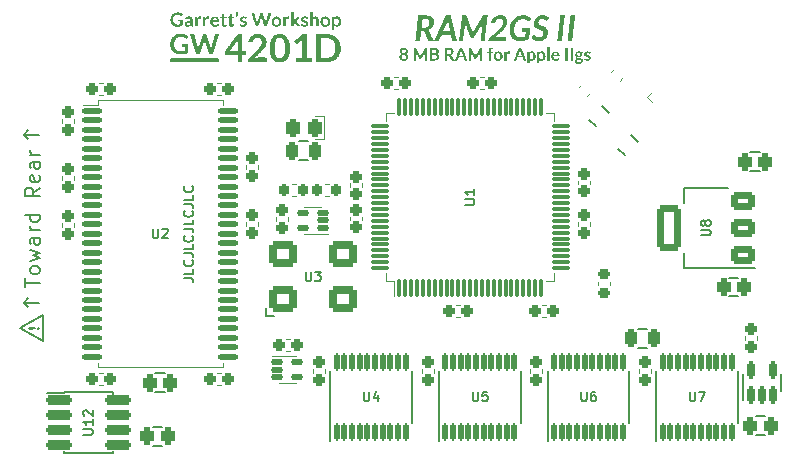
<source format=gto>
G04 #@! TF.GenerationSoftware,KiCad,Pcbnew,7.0.10*
G04 #@! TF.CreationDate,2024-06-11T15:42:04-04:00*
G04 #@! TF.ProjectId,RAM2GS,52414d32-4753-42e6-9b69-6361645f7063,2.2*
G04 #@! TF.SameCoordinates,Original*
G04 #@! TF.FileFunction,Legend,Top*
G04 #@! TF.FilePolarity,Positive*
%FSLAX46Y46*%
G04 Gerber Fmt 4.6, Leading zero omitted, Abs format (unit mm)*
G04 Created by KiCad (PCBNEW 7.0.10) date 2024-06-11 15:42:04*
%MOMM*%
%LPD*%
G01*
G04 APERTURE LIST*
G04 Aperture macros list*
%AMRoundRect*
0 Rectangle with rounded corners*
0 $1 Rounding radius*
0 $2 $3 $4 $5 $6 $7 $8 $9 X,Y pos of 4 corners*
0 Add a 4 corners polygon primitive as box body*
4,1,4,$2,$3,$4,$5,$6,$7,$8,$9,$2,$3,0*
0 Add four circle primitives for the rounded corners*
1,1,$1+$1,$2,$3*
1,1,$1+$1,$4,$5*
1,1,$1+$1,$6,$7*
1,1,$1+$1,$8,$9*
0 Add four rect primitives between the rounded corners*
20,1,$1+$1,$2,$3,$4,$5,0*
20,1,$1+$1,$4,$5,$6,$7,0*
20,1,$1+$1,$6,$7,$8,$9,0*
20,1,$1+$1,$8,$9,$2,$3,0*%
G04 Aperture macros list end*
%ADD10C,0.200000*%
%ADD11C,0.203200*%
%ADD12C,0.190500*%
%ADD13C,0.120000*%
%ADD14C,0.150000*%
%ADD15C,0.152400*%
%ADD16C,0.000000*%
%ADD17RoundRect,0.419100X-0.419100X-3.327100X0.419100X-3.327100X0.419100X3.327100X-0.419100X3.327100X0*%
%ADD18RoundRect,0.237500X0.287500X-0.237500X0.287500X0.237500X-0.287500X0.237500X-0.287500X-0.237500X0*%
%ADD19RoundRect,0.237500X-0.237500X-0.287500X0.237500X-0.287500X0.237500X0.287500X-0.237500X0.287500X0*%
%ADD20RoundRect,0.237500X-0.287500X0.237500X-0.287500X-0.237500X0.287500X-0.237500X0.287500X0.237500X0*%
%ADD21C,2.152400*%
%ADD22RoundRect,0.124500X0.124500X-0.624500X0.124500X0.624500X-0.124500X0.624500X-0.124500X-0.624500X0*%
%ADD23RoundRect,0.287500X0.287500X0.462500X-0.287500X0.462500X-0.287500X-0.462500X0.287500X-0.462500X0*%
%ADD24RoundRect,0.287500X-0.287500X-0.462500X0.287500X-0.462500X0.287500X0.462500X-0.287500X0.462500X0*%
%ADD25C,2.000000*%
%ADD26RoundRect,0.320000X0.730000X0.480000X-0.730000X0.480000X-0.730000X-0.480000X0.730000X-0.480000X0*%
%ADD27RoundRect,0.315000X0.735000X1.635000X-0.735000X1.635000X-0.735000X-1.635000X0.735000X-1.635000X0*%
%ADD28RoundRect,0.237500X-0.530330X-0.194454X-0.194454X-0.530330X0.530330X0.194454X0.194454X0.530330X0*%
%ADD29RoundRect,0.237500X0.530330X0.194454X0.194454X0.530330X-0.530330X-0.194454X-0.194454X-0.530330X0*%
%ADD30RoundRect,0.120000X-0.420000X-0.120000X0.420000X-0.120000X0.420000X0.120000X-0.420000X0.120000X0*%
%ADD31C,2.527300*%
%ADD32C,1.143000*%
%ADD33C,0.939800*%
%ADD34RoundRect,0.139500X-0.665500X-0.139500X0.665500X-0.139500X0.665500X0.139500X-0.665500X0.139500X0*%
%ADD35RoundRect,0.322860X-0.853340X-0.753340X0.853340X-0.753340X0.853340X0.753340X-0.853340X0.753340X0*%
%ADD36RoundRect,0.120000X0.420000X0.120000X-0.420000X0.120000X-0.420000X-0.120000X0.420000X-0.120000X0*%
%ADD37C,1.448000*%
%ADD38RoundRect,0.237500X0.237500X0.287500X-0.237500X0.287500X-0.237500X-0.287500X0.237500X-0.287500X0*%
%ADD39RoundRect,0.087000X0.087000X-0.674500X0.087000X0.674500X-0.087000X0.674500X-0.087000X-0.674500X0*%
%ADD40RoundRect,0.087000X0.674500X-0.087000X0.674500X0.087000X-0.674500X0.087000X-0.674500X-0.087000X0*%
%ADD41RoundRect,0.200000X-0.900000X-0.200000X0.900000X-0.200000X0.900000X0.200000X-0.900000X0.200000X0*%
%ADD42RoundRect,0.187500X0.187500X-0.537500X0.187500X0.537500X-0.187500X0.537500X-0.187500X-0.537500X0*%
%ADD43RoundRect,0.237500X0.237500X0.512500X-0.237500X0.512500X-0.237500X-0.512500X0.237500X-0.512500X0*%
%ADD44RoundRect,0.200000X-0.200000X-0.325000X0.200000X-0.325000X0.200000X0.325000X-0.200000X0.325000X0*%
%ADD45RoundRect,0.200000X0.200000X0.325000X-0.200000X0.325000X-0.200000X-0.325000X0.200000X-0.325000X0*%
%ADD46RoundRect,0.281850X0.281850X0.494350X-0.281850X0.494350X-0.281850X-0.494350X0.281850X-0.494350X0*%
%ADD47RoundRect,0.237500X-0.237500X-0.512500X0.237500X-0.512500X0.237500X0.512500X-0.237500X0.512500X0*%
%ADD48RoundRect,0.200000X-0.325000X0.200000X-0.325000X-0.200000X0.325000X-0.200000X0.325000X0.200000X0*%
%ADD49RoundRect,0.200000X0.088388X-0.371231X0.371231X-0.088388X-0.088388X0.371231X-0.371231X0.088388X0*%
%ADD50RoundRect,0.237500X0.035355X-0.371231X0.371231X-0.035355X-0.035355X0.371231X-0.371231X0.035355X0*%
G04 APERTURE END LIST*
D10*
X47625000Y-117475000D02*
X48006000Y-117094000D01*
X47625000Y-117475000D02*
X48006000Y-117856000D01*
X48895000Y-117475000D02*
X47625000Y-117475000D01*
X48895000Y-103251000D02*
X47625000Y-103251000D01*
X47625000Y-103251000D02*
X48006000Y-103632000D01*
X47625000Y-103251000D02*
X48006000Y-102870000D01*
X49212500Y-118554500D02*
X49212500Y-120713500D01*
X49212500Y-120713500D02*
X47307500Y-119634000D01*
X47307500Y-119634000D02*
X49212500Y-118554500D01*
X47694126Y-116138475D02*
X47694126Y-115412761D01*
X48964126Y-115775618D02*
X47694126Y-115775618D01*
X48964126Y-114807999D02*
X48903650Y-114928951D01*
X48903650Y-114928951D02*
X48843173Y-114989428D01*
X48843173Y-114989428D02*
X48722221Y-115049904D01*
X48722221Y-115049904D02*
X48359364Y-115049904D01*
X48359364Y-115049904D02*
X48238411Y-114989428D01*
X48238411Y-114989428D02*
X48177935Y-114928951D01*
X48177935Y-114928951D02*
X48117459Y-114807999D01*
X48117459Y-114807999D02*
X48117459Y-114626570D01*
X48117459Y-114626570D02*
X48177935Y-114505618D01*
X48177935Y-114505618D02*
X48238411Y-114445142D01*
X48238411Y-114445142D02*
X48359364Y-114384666D01*
X48359364Y-114384666D02*
X48722221Y-114384666D01*
X48722221Y-114384666D02*
X48843173Y-114445142D01*
X48843173Y-114445142D02*
X48903650Y-114505618D01*
X48903650Y-114505618D02*
X48964126Y-114626570D01*
X48964126Y-114626570D02*
X48964126Y-114807999D01*
X48117459Y-113961332D02*
X48964126Y-113719427D01*
X48964126Y-113719427D02*
X48359364Y-113477522D01*
X48359364Y-113477522D02*
X48964126Y-113235618D01*
X48964126Y-113235618D02*
X48117459Y-112993713D01*
X48964126Y-111965618D02*
X48298888Y-111965618D01*
X48298888Y-111965618D02*
X48177935Y-112026094D01*
X48177935Y-112026094D02*
X48117459Y-112147046D01*
X48117459Y-112147046D02*
X48117459Y-112388951D01*
X48117459Y-112388951D02*
X48177935Y-112509904D01*
X48903650Y-111965618D02*
X48964126Y-112086570D01*
X48964126Y-112086570D02*
X48964126Y-112388951D01*
X48964126Y-112388951D02*
X48903650Y-112509904D01*
X48903650Y-112509904D02*
X48782697Y-112570380D01*
X48782697Y-112570380D02*
X48661745Y-112570380D01*
X48661745Y-112570380D02*
X48540792Y-112509904D01*
X48540792Y-112509904D02*
X48480316Y-112388951D01*
X48480316Y-112388951D02*
X48480316Y-112086570D01*
X48480316Y-112086570D02*
X48419840Y-111965618D01*
X48964126Y-111360856D02*
X48117459Y-111360856D01*
X48359364Y-111360856D02*
X48238411Y-111300379D01*
X48238411Y-111300379D02*
X48177935Y-111239903D01*
X48177935Y-111239903D02*
X48117459Y-111118951D01*
X48117459Y-111118951D02*
X48117459Y-110997998D01*
X48964126Y-110030380D02*
X47694126Y-110030380D01*
X48903650Y-110030380D02*
X48964126Y-110151332D01*
X48964126Y-110151332D02*
X48964126Y-110393237D01*
X48964126Y-110393237D02*
X48903650Y-110514189D01*
X48903650Y-110514189D02*
X48843173Y-110574666D01*
X48843173Y-110574666D02*
X48722221Y-110635142D01*
X48722221Y-110635142D02*
X48359364Y-110635142D01*
X48359364Y-110635142D02*
X48238411Y-110574666D01*
X48238411Y-110574666D02*
X48177935Y-110514189D01*
X48177935Y-110514189D02*
X48117459Y-110393237D01*
X48117459Y-110393237D02*
X48117459Y-110151332D01*
X48117459Y-110151332D02*
X48177935Y-110030380D01*
X48964126Y-107732284D02*
X48359364Y-108155618D01*
X48964126Y-108457999D02*
X47694126Y-108457999D01*
X47694126Y-108457999D02*
X47694126Y-107974189D01*
X47694126Y-107974189D02*
X47754602Y-107853237D01*
X47754602Y-107853237D02*
X47815078Y-107792760D01*
X47815078Y-107792760D02*
X47936030Y-107732284D01*
X47936030Y-107732284D02*
X48117459Y-107732284D01*
X48117459Y-107732284D02*
X48238411Y-107792760D01*
X48238411Y-107792760D02*
X48298888Y-107853237D01*
X48298888Y-107853237D02*
X48359364Y-107974189D01*
X48359364Y-107974189D02*
X48359364Y-108457999D01*
X48903650Y-106704189D02*
X48964126Y-106825141D01*
X48964126Y-106825141D02*
X48964126Y-107067046D01*
X48964126Y-107067046D02*
X48903650Y-107187999D01*
X48903650Y-107187999D02*
X48782697Y-107248475D01*
X48782697Y-107248475D02*
X48298888Y-107248475D01*
X48298888Y-107248475D02*
X48177935Y-107187999D01*
X48177935Y-107187999D02*
X48117459Y-107067046D01*
X48117459Y-107067046D02*
X48117459Y-106825141D01*
X48117459Y-106825141D02*
X48177935Y-106704189D01*
X48177935Y-106704189D02*
X48298888Y-106643713D01*
X48298888Y-106643713D02*
X48419840Y-106643713D01*
X48419840Y-106643713D02*
X48540792Y-107248475D01*
X48964126Y-105555142D02*
X48298888Y-105555142D01*
X48298888Y-105555142D02*
X48177935Y-105615618D01*
X48177935Y-105615618D02*
X48117459Y-105736570D01*
X48117459Y-105736570D02*
X48117459Y-105978475D01*
X48117459Y-105978475D02*
X48177935Y-106099428D01*
X48903650Y-105555142D02*
X48964126Y-105676094D01*
X48964126Y-105676094D02*
X48964126Y-105978475D01*
X48964126Y-105978475D02*
X48903650Y-106099428D01*
X48903650Y-106099428D02*
X48782697Y-106159904D01*
X48782697Y-106159904D02*
X48661745Y-106159904D01*
X48661745Y-106159904D02*
X48540792Y-106099428D01*
X48540792Y-106099428D02*
X48480316Y-105978475D01*
X48480316Y-105978475D02*
X48480316Y-105676094D01*
X48480316Y-105676094D02*
X48419840Y-105555142D01*
X48964126Y-104950380D02*
X48117459Y-104950380D01*
X48359364Y-104950380D02*
X48238411Y-104889903D01*
X48238411Y-104889903D02*
X48177935Y-104829427D01*
X48177935Y-104829427D02*
X48117459Y-104708475D01*
X48117459Y-104708475D02*
X48117459Y-104587522D01*
D11*
X61152649Y-115404361D02*
X61733221Y-115404361D01*
X61733221Y-115404361D02*
X61849335Y-115443066D01*
X61849335Y-115443066D02*
X61926745Y-115520475D01*
X61926745Y-115520475D02*
X61965449Y-115636590D01*
X61965449Y-115636590D02*
X61965449Y-115713999D01*
X61965449Y-114630266D02*
X61965449Y-115017314D01*
X61965449Y-115017314D02*
X61152649Y-115017314D01*
X61888040Y-113894876D02*
X61926745Y-113933580D01*
X61926745Y-113933580D02*
X61965449Y-114049695D01*
X61965449Y-114049695D02*
X61965449Y-114127104D01*
X61965449Y-114127104D02*
X61926745Y-114243218D01*
X61926745Y-114243218D02*
X61849335Y-114320628D01*
X61849335Y-114320628D02*
X61771925Y-114359333D01*
X61771925Y-114359333D02*
X61617106Y-114398037D01*
X61617106Y-114398037D02*
X61500992Y-114398037D01*
X61500992Y-114398037D02*
X61346173Y-114359333D01*
X61346173Y-114359333D02*
X61268764Y-114320628D01*
X61268764Y-114320628D02*
X61191354Y-114243218D01*
X61191354Y-114243218D02*
X61152649Y-114127104D01*
X61152649Y-114127104D02*
X61152649Y-114049695D01*
X61152649Y-114049695D02*
X61191354Y-113933580D01*
X61191354Y-113933580D02*
X61230059Y-113894876D01*
X61152649Y-113314304D02*
X61733221Y-113314304D01*
X61733221Y-113314304D02*
X61849335Y-113353009D01*
X61849335Y-113353009D02*
X61926745Y-113430418D01*
X61926745Y-113430418D02*
X61965449Y-113546533D01*
X61965449Y-113546533D02*
X61965449Y-113623942D01*
X61965449Y-112540209D02*
X61965449Y-112927257D01*
X61965449Y-112927257D02*
X61152649Y-112927257D01*
X61888040Y-111804819D02*
X61926745Y-111843523D01*
X61926745Y-111843523D02*
X61965449Y-111959638D01*
X61965449Y-111959638D02*
X61965449Y-112037047D01*
X61965449Y-112037047D02*
X61926745Y-112153161D01*
X61926745Y-112153161D02*
X61849335Y-112230571D01*
X61849335Y-112230571D02*
X61771925Y-112269276D01*
X61771925Y-112269276D02*
X61617106Y-112307980D01*
X61617106Y-112307980D02*
X61500992Y-112307980D01*
X61500992Y-112307980D02*
X61346173Y-112269276D01*
X61346173Y-112269276D02*
X61268764Y-112230571D01*
X61268764Y-112230571D02*
X61191354Y-112153161D01*
X61191354Y-112153161D02*
X61152649Y-112037047D01*
X61152649Y-112037047D02*
X61152649Y-111959638D01*
X61152649Y-111959638D02*
X61191354Y-111843523D01*
X61191354Y-111843523D02*
X61230059Y-111804819D01*
X61152649Y-111224247D02*
X61733221Y-111224247D01*
X61733221Y-111224247D02*
X61849335Y-111262952D01*
X61849335Y-111262952D02*
X61926745Y-111340361D01*
X61926745Y-111340361D02*
X61965449Y-111456476D01*
X61965449Y-111456476D02*
X61965449Y-111533885D01*
X61965449Y-110450152D02*
X61965449Y-110837200D01*
X61965449Y-110837200D02*
X61152649Y-110837200D01*
X61888040Y-109714762D02*
X61926745Y-109753466D01*
X61926745Y-109753466D02*
X61965449Y-109869581D01*
X61965449Y-109869581D02*
X61965449Y-109946990D01*
X61965449Y-109946990D02*
X61926745Y-110063104D01*
X61926745Y-110063104D02*
X61849335Y-110140514D01*
X61849335Y-110140514D02*
X61771925Y-110179219D01*
X61771925Y-110179219D02*
X61617106Y-110217923D01*
X61617106Y-110217923D02*
X61500992Y-110217923D01*
X61500992Y-110217923D02*
X61346173Y-110179219D01*
X61346173Y-110179219D02*
X61268764Y-110140514D01*
X61268764Y-110140514D02*
X61191354Y-110063104D01*
X61191354Y-110063104D02*
X61152649Y-109946990D01*
X61152649Y-109946990D02*
X61152649Y-109869581D01*
X61152649Y-109869581D02*
X61191354Y-109753466D01*
X61191354Y-109753466D02*
X61230059Y-109714762D01*
X61152649Y-109134190D02*
X61733221Y-109134190D01*
X61733221Y-109134190D02*
X61849335Y-109172895D01*
X61849335Y-109172895D02*
X61926745Y-109250304D01*
X61926745Y-109250304D02*
X61965449Y-109366419D01*
X61965449Y-109366419D02*
X61965449Y-109443828D01*
X61965449Y-108360095D02*
X61965449Y-108747143D01*
X61965449Y-108747143D02*
X61152649Y-108747143D01*
X61888040Y-107624705D02*
X61926745Y-107663409D01*
X61926745Y-107663409D02*
X61965449Y-107779524D01*
X61965449Y-107779524D02*
X61965449Y-107856933D01*
X61965449Y-107856933D02*
X61926745Y-107973047D01*
X61926745Y-107973047D02*
X61849335Y-108050457D01*
X61849335Y-108050457D02*
X61771925Y-108089162D01*
X61771925Y-108089162D02*
X61617106Y-108127866D01*
X61617106Y-108127866D02*
X61500992Y-108127866D01*
X61500992Y-108127866D02*
X61346173Y-108089162D01*
X61346173Y-108089162D02*
X61268764Y-108050457D01*
X61268764Y-108050457D02*
X61191354Y-107973047D01*
X61191354Y-107973047D02*
X61152649Y-107856933D01*
X61152649Y-107856933D02*
X61152649Y-107779524D01*
X61152649Y-107779524D02*
X61191354Y-107663409D01*
X61191354Y-107663409D02*
X61230059Y-107624705D01*
D12*
X48802701Y-119634000D02*
X48841406Y-119595295D01*
X48841406Y-119595295D02*
X48880110Y-119634000D01*
X48880110Y-119634000D02*
X48841406Y-119672704D01*
X48841406Y-119672704D02*
X48802701Y-119634000D01*
X48802701Y-119634000D02*
X48880110Y-119634000D01*
X48570472Y-119634000D02*
X48106015Y-119672704D01*
X48106015Y-119672704D02*
X48067310Y-119634000D01*
X48067310Y-119634000D02*
X48106015Y-119595295D01*
X48106015Y-119595295D02*
X48570472Y-119634000D01*
X48570472Y-119634000D02*
X48067310Y-119634000D01*
D11*
X94805723Y-125002649D02*
X94805723Y-125660630D01*
X94805723Y-125660630D02*
X94844428Y-125738040D01*
X94844428Y-125738040D02*
X94883133Y-125776745D01*
X94883133Y-125776745D02*
X94960542Y-125815449D01*
X94960542Y-125815449D02*
X95115361Y-125815449D01*
X95115361Y-125815449D02*
X95192771Y-125776745D01*
X95192771Y-125776745D02*
X95231476Y-125738040D01*
X95231476Y-125738040D02*
X95270180Y-125660630D01*
X95270180Y-125660630D02*
X95270180Y-125002649D01*
X96005571Y-125002649D02*
X95850752Y-125002649D01*
X95850752Y-125002649D02*
X95773343Y-125041354D01*
X95773343Y-125041354D02*
X95734638Y-125080059D01*
X95734638Y-125080059D02*
X95657228Y-125196173D01*
X95657228Y-125196173D02*
X95618524Y-125350992D01*
X95618524Y-125350992D02*
X95618524Y-125660630D01*
X95618524Y-125660630D02*
X95657228Y-125738040D01*
X95657228Y-125738040D02*
X95695933Y-125776745D01*
X95695933Y-125776745D02*
X95773343Y-125815449D01*
X95773343Y-125815449D02*
X95928162Y-125815449D01*
X95928162Y-125815449D02*
X96005571Y-125776745D01*
X96005571Y-125776745D02*
X96044276Y-125738040D01*
X96044276Y-125738040D02*
X96082981Y-125660630D01*
X96082981Y-125660630D02*
X96082981Y-125467106D01*
X96082981Y-125467106D02*
X96044276Y-125389697D01*
X96044276Y-125389697D02*
X96005571Y-125350992D01*
X96005571Y-125350992D02*
X95928162Y-125312287D01*
X95928162Y-125312287D02*
X95773343Y-125312287D01*
X95773343Y-125312287D02*
X95695933Y-125350992D01*
X95695933Y-125350992D02*
X95657228Y-125389697D01*
X95657228Y-125389697D02*
X95618524Y-125467106D01*
X104005723Y-125002649D02*
X104005723Y-125660630D01*
X104005723Y-125660630D02*
X104044428Y-125738040D01*
X104044428Y-125738040D02*
X104083133Y-125776745D01*
X104083133Y-125776745D02*
X104160542Y-125815449D01*
X104160542Y-125815449D02*
X104315361Y-125815449D01*
X104315361Y-125815449D02*
X104392771Y-125776745D01*
X104392771Y-125776745D02*
X104431476Y-125738040D01*
X104431476Y-125738040D02*
X104470180Y-125660630D01*
X104470180Y-125660630D02*
X104470180Y-125002649D01*
X104779819Y-125002649D02*
X105321685Y-125002649D01*
X105321685Y-125002649D02*
X104973343Y-125815449D01*
X85605723Y-125002649D02*
X85605723Y-125660630D01*
X85605723Y-125660630D02*
X85644428Y-125738040D01*
X85644428Y-125738040D02*
X85683133Y-125776745D01*
X85683133Y-125776745D02*
X85760542Y-125815449D01*
X85760542Y-125815449D02*
X85915361Y-125815449D01*
X85915361Y-125815449D02*
X85992771Y-125776745D01*
X85992771Y-125776745D02*
X86031476Y-125738040D01*
X86031476Y-125738040D02*
X86070180Y-125660630D01*
X86070180Y-125660630D02*
X86070180Y-125002649D01*
X86844276Y-125002649D02*
X86457228Y-125002649D01*
X86457228Y-125002649D02*
X86418524Y-125389697D01*
X86418524Y-125389697D02*
X86457228Y-125350992D01*
X86457228Y-125350992D02*
X86534638Y-125312287D01*
X86534638Y-125312287D02*
X86728162Y-125312287D01*
X86728162Y-125312287D02*
X86805571Y-125350992D01*
X86805571Y-125350992D02*
X86844276Y-125389697D01*
X86844276Y-125389697D02*
X86882981Y-125467106D01*
X86882981Y-125467106D02*
X86882981Y-125660630D01*
X86882981Y-125660630D02*
X86844276Y-125738040D01*
X86844276Y-125738040D02*
X86805571Y-125776745D01*
X86805571Y-125776745D02*
X86728162Y-125815449D01*
X86728162Y-125815449D02*
X86534638Y-125815449D01*
X86534638Y-125815449D02*
X86457228Y-125776745D01*
X86457228Y-125776745D02*
X86418524Y-125738040D01*
X104939649Y-111769276D02*
X105597630Y-111769276D01*
X105597630Y-111769276D02*
X105675040Y-111730571D01*
X105675040Y-111730571D02*
X105713745Y-111691866D01*
X105713745Y-111691866D02*
X105752449Y-111614457D01*
X105752449Y-111614457D02*
X105752449Y-111459638D01*
X105752449Y-111459638D02*
X105713745Y-111382228D01*
X105713745Y-111382228D02*
X105675040Y-111343523D01*
X105675040Y-111343523D02*
X105597630Y-111304819D01*
X105597630Y-111304819D02*
X104939649Y-111304819D01*
X105287992Y-110801656D02*
X105249287Y-110879066D01*
X105249287Y-110879066D02*
X105210583Y-110917771D01*
X105210583Y-110917771D02*
X105133173Y-110956475D01*
X105133173Y-110956475D02*
X105094468Y-110956475D01*
X105094468Y-110956475D02*
X105017059Y-110917771D01*
X105017059Y-110917771D02*
X104978354Y-110879066D01*
X104978354Y-110879066D02*
X104939649Y-110801656D01*
X104939649Y-110801656D02*
X104939649Y-110646837D01*
X104939649Y-110646837D02*
X104978354Y-110569428D01*
X104978354Y-110569428D02*
X105017059Y-110530723D01*
X105017059Y-110530723D02*
X105094468Y-110492018D01*
X105094468Y-110492018D02*
X105133173Y-110492018D01*
X105133173Y-110492018D02*
X105210583Y-110530723D01*
X105210583Y-110530723D02*
X105249287Y-110569428D01*
X105249287Y-110569428D02*
X105287992Y-110646837D01*
X105287992Y-110646837D02*
X105287992Y-110801656D01*
X105287992Y-110801656D02*
X105326697Y-110879066D01*
X105326697Y-110879066D02*
X105365402Y-110917771D01*
X105365402Y-110917771D02*
X105442811Y-110956475D01*
X105442811Y-110956475D02*
X105597630Y-110956475D01*
X105597630Y-110956475D02*
X105675040Y-110917771D01*
X105675040Y-110917771D02*
X105713745Y-110879066D01*
X105713745Y-110879066D02*
X105752449Y-110801656D01*
X105752449Y-110801656D02*
X105752449Y-110646837D01*
X105752449Y-110646837D02*
X105713745Y-110569428D01*
X105713745Y-110569428D02*
X105675040Y-110530723D01*
X105675040Y-110530723D02*
X105597630Y-110492018D01*
X105597630Y-110492018D02*
X105442811Y-110492018D01*
X105442811Y-110492018D02*
X105365402Y-110530723D01*
X105365402Y-110530723D02*
X105326697Y-110569428D01*
X105326697Y-110569428D02*
X105287992Y-110646837D01*
X76405723Y-125002649D02*
X76405723Y-125660630D01*
X76405723Y-125660630D02*
X76444428Y-125738040D01*
X76444428Y-125738040D02*
X76483133Y-125776745D01*
X76483133Y-125776745D02*
X76560542Y-125815449D01*
X76560542Y-125815449D02*
X76715361Y-125815449D01*
X76715361Y-125815449D02*
X76792771Y-125776745D01*
X76792771Y-125776745D02*
X76831476Y-125738040D01*
X76831476Y-125738040D02*
X76870180Y-125660630D01*
X76870180Y-125660630D02*
X76870180Y-125002649D01*
X77605571Y-125273583D02*
X77605571Y-125815449D01*
X77412047Y-124963945D02*
X77218524Y-125544516D01*
X77218524Y-125544516D02*
X77721685Y-125544516D01*
X58530723Y-111202649D02*
X58530723Y-111860630D01*
X58530723Y-111860630D02*
X58569428Y-111938040D01*
X58569428Y-111938040D02*
X58608133Y-111976745D01*
X58608133Y-111976745D02*
X58685542Y-112015449D01*
X58685542Y-112015449D02*
X58840361Y-112015449D01*
X58840361Y-112015449D02*
X58917771Y-111976745D01*
X58917771Y-111976745D02*
X58956476Y-111938040D01*
X58956476Y-111938040D02*
X58995180Y-111860630D01*
X58995180Y-111860630D02*
X58995180Y-111202649D01*
X59343524Y-111280059D02*
X59382228Y-111241354D01*
X59382228Y-111241354D02*
X59459638Y-111202649D01*
X59459638Y-111202649D02*
X59653162Y-111202649D01*
X59653162Y-111202649D02*
X59730571Y-111241354D01*
X59730571Y-111241354D02*
X59769276Y-111280059D01*
X59769276Y-111280059D02*
X59807981Y-111357468D01*
X59807981Y-111357468D02*
X59807981Y-111434878D01*
X59807981Y-111434878D02*
X59769276Y-111550992D01*
X59769276Y-111550992D02*
X59304819Y-112015449D01*
X59304819Y-112015449D02*
X59807981Y-112015449D01*
X71480723Y-114852649D02*
X71480723Y-115510630D01*
X71480723Y-115510630D02*
X71519428Y-115588040D01*
X71519428Y-115588040D02*
X71558133Y-115626745D01*
X71558133Y-115626745D02*
X71635542Y-115665449D01*
X71635542Y-115665449D02*
X71790361Y-115665449D01*
X71790361Y-115665449D02*
X71867771Y-115626745D01*
X71867771Y-115626745D02*
X71906476Y-115588040D01*
X71906476Y-115588040D02*
X71945180Y-115510630D01*
X71945180Y-115510630D02*
X71945180Y-114852649D01*
X72254819Y-114852649D02*
X72757981Y-114852649D01*
X72757981Y-114852649D02*
X72487047Y-115162287D01*
X72487047Y-115162287D02*
X72603162Y-115162287D01*
X72603162Y-115162287D02*
X72680571Y-115200992D01*
X72680571Y-115200992D02*
X72719276Y-115239697D01*
X72719276Y-115239697D02*
X72757981Y-115317106D01*
X72757981Y-115317106D02*
X72757981Y-115510630D01*
X72757981Y-115510630D02*
X72719276Y-115588040D01*
X72719276Y-115588040D02*
X72680571Y-115626745D01*
X72680571Y-115626745D02*
X72603162Y-115665449D01*
X72603162Y-115665449D02*
X72370933Y-115665449D01*
X72370933Y-115665449D02*
X72293524Y-115626745D01*
X72293524Y-115626745D02*
X72254819Y-115588040D01*
X84952649Y-109169276D02*
X85610630Y-109169276D01*
X85610630Y-109169276D02*
X85688040Y-109130571D01*
X85688040Y-109130571D02*
X85726745Y-109091866D01*
X85726745Y-109091866D02*
X85765449Y-109014457D01*
X85765449Y-109014457D02*
X85765449Y-108859638D01*
X85765449Y-108859638D02*
X85726745Y-108782228D01*
X85726745Y-108782228D02*
X85688040Y-108743523D01*
X85688040Y-108743523D02*
X85610630Y-108704819D01*
X85610630Y-108704819D02*
X84952649Y-108704819D01*
X85765449Y-107892018D02*
X85765449Y-108356475D01*
X85765449Y-108124247D02*
X84952649Y-108124247D01*
X84952649Y-108124247D02*
X85068764Y-108201656D01*
X85068764Y-108201656D02*
X85146173Y-108279066D01*
X85146173Y-108279066D02*
X85184878Y-108356475D01*
X52638649Y-128641323D02*
X53296630Y-128641323D01*
X53296630Y-128641323D02*
X53374040Y-128602618D01*
X53374040Y-128602618D02*
X53412745Y-128563913D01*
X53412745Y-128563913D02*
X53451449Y-128486504D01*
X53451449Y-128486504D02*
X53451449Y-128331685D01*
X53451449Y-128331685D02*
X53412745Y-128254275D01*
X53412745Y-128254275D02*
X53374040Y-128215570D01*
X53374040Y-128215570D02*
X53296630Y-128176866D01*
X53296630Y-128176866D02*
X52638649Y-128176866D01*
X53451449Y-127364065D02*
X53451449Y-127828522D01*
X53451449Y-127596294D02*
X52638649Y-127596294D01*
X52638649Y-127596294D02*
X52754764Y-127673703D01*
X52754764Y-127673703D02*
X52832173Y-127751113D01*
X52832173Y-127751113D02*
X52870878Y-127828522D01*
X52716059Y-127054427D02*
X52677354Y-127015723D01*
X52677354Y-127015723D02*
X52638649Y-126938313D01*
X52638649Y-126938313D02*
X52638649Y-126744789D01*
X52638649Y-126744789D02*
X52677354Y-126667380D01*
X52677354Y-126667380D02*
X52716059Y-126628675D01*
X52716059Y-126628675D02*
X52793468Y-126589970D01*
X52793468Y-126589970D02*
X52870878Y-126589970D01*
X52870878Y-126589970D02*
X52986992Y-126628675D01*
X52986992Y-126628675D02*
X53451449Y-127093132D01*
X53451449Y-127093132D02*
X53451449Y-126589970D01*
D13*
X50840000Y-107062779D02*
X50840000Y-106737221D01*
X51860000Y-107062779D02*
X51860000Y-106737221D01*
X50840000Y-102262779D02*
X50840000Y-101937221D01*
X51860000Y-102262779D02*
X51860000Y-101937221D01*
X53987221Y-98840000D02*
X54312779Y-98840000D01*
X53987221Y-99860000D02*
X54312779Y-99860000D01*
X63987221Y-123440000D02*
X64312779Y-123440000D01*
X63987221Y-124460000D02*
X64312779Y-124460000D01*
X63987221Y-98840000D02*
X64312779Y-98840000D01*
X63987221Y-99860000D02*
X64312779Y-99860000D01*
X67460000Y-110637221D02*
X67460000Y-110962779D01*
X66440000Y-110637221D02*
X66440000Y-110962779D01*
X67460000Y-105837221D02*
X67460000Y-106162779D01*
X66440000Y-105837221D02*
X66440000Y-106162779D01*
X50840000Y-111062779D02*
X50840000Y-110737221D01*
X51860000Y-111062779D02*
X51860000Y-110737221D01*
X53987221Y-123440000D02*
X54312779Y-123440000D01*
X53987221Y-124460000D02*
X54312779Y-124460000D01*
X100710000Y-123087221D02*
X100710000Y-123412779D01*
X99690000Y-123087221D02*
X99690000Y-123412779D01*
D14*
X91975000Y-129200000D02*
X91975000Y-123225000D01*
X98875000Y-127675000D02*
X98875000Y-123225000D01*
D13*
X91510000Y-123087221D02*
X91510000Y-123412779D01*
X90490000Y-123087221D02*
X90490000Y-123412779D01*
X82310000Y-123087221D02*
X82310000Y-123412779D01*
X81290000Y-123087221D02*
X81290000Y-123412779D01*
D14*
X101175000Y-129200000D02*
X101175000Y-123225000D01*
X108075000Y-127675000D02*
X108075000Y-123225000D01*
D13*
X73110000Y-123087221D02*
X73110000Y-123412779D01*
X72090000Y-123087221D02*
X72090000Y-123412779D01*
D14*
X82775000Y-129200000D02*
X82775000Y-123225000D01*
X89675000Y-127675000D02*
X89675000Y-123225000D01*
D15*
X59334400Y-129578000D02*
X58521600Y-129578000D01*
X59334400Y-127978000D02*
X58521600Y-127978000D01*
X109575600Y-127089000D02*
X110388400Y-127089000D01*
X109575600Y-128689000D02*
X110388400Y-128689000D01*
X103477000Y-107740000D02*
X103477000Y-109000000D01*
X103477000Y-114560000D02*
X103477000Y-113300000D01*
X107237000Y-107740000D02*
X103477000Y-107740000D01*
X109487000Y-114560000D02*
X103477000Y-114560000D01*
X109093600Y-104750000D02*
X109906400Y-104750000D01*
X109093600Y-106350000D02*
X109906400Y-106350000D01*
X107293600Y-115350000D02*
X108106400Y-115350000D01*
X107293600Y-116950000D02*
X108106400Y-116950000D01*
X96578317Y-100846946D02*
X97153054Y-101421683D01*
X95446946Y-101978317D02*
X96021683Y-102553054D01*
X98471683Y-105003054D02*
X97896946Y-104428317D01*
X99603054Y-103871683D02*
X99028317Y-103296946D01*
D13*
X70630000Y-121990000D02*
X68600000Y-121990000D01*
X69220000Y-124310000D02*
X70630000Y-124310000D01*
X100330910Y-100067962D02*
X100779923Y-99618949D01*
X100779923Y-100516974D02*
X100330910Y-100067962D01*
D14*
X73575000Y-129200000D02*
X73575000Y-123225000D01*
X80475000Y-127675000D02*
X80475000Y-123225000D01*
D13*
X64450000Y-100350000D02*
X64450000Y-100750000D01*
X53850000Y-100350000D02*
X64450000Y-100350000D01*
X53850000Y-100750000D02*
X53850000Y-100350000D01*
X52650000Y-100750000D02*
X53850000Y-100750000D01*
X64450000Y-122550000D02*
X64450000Y-122950000D01*
X53850000Y-122550000D02*
X53850000Y-122950000D01*
X53850000Y-122950000D02*
X64450000Y-122950000D01*
D15*
X68100000Y-118600000D02*
X68100000Y-117900000D01*
X68100000Y-118600000D02*
X68800000Y-118600000D01*
D13*
X71370000Y-111660000D02*
X73400000Y-111660000D01*
X72780000Y-109340000D02*
X71370000Y-109340000D01*
X68990000Y-110562779D02*
X68990000Y-110237221D01*
X70010000Y-110562779D02*
X70010000Y-110237221D01*
D15*
X58743600Y-123450000D02*
X59556400Y-123450000D01*
X58743600Y-125050000D02*
X59556400Y-125050000D01*
D13*
X70162779Y-121560000D02*
X69837221Y-121560000D01*
X70162779Y-120540000D02*
X69837221Y-120540000D01*
X79312779Y-99410000D02*
X78987221Y-99410000D01*
X79312779Y-98390000D02*
X78987221Y-98390000D01*
X86562779Y-99410000D02*
X86237221Y-99410000D01*
X86562779Y-98390000D02*
X86237221Y-98390000D01*
X95560000Y-107137221D02*
X95560000Y-107462779D01*
X94540000Y-107137221D02*
X94540000Y-107462779D01*
X95560000Y-110637221D02*
X95560000Y-110962779D01*
X94540000Y-110637221D02*
X94540000Y-110962779D01*
X84237221Y-117690000D02*
X84562779Y-117690000D01*
X84237221Y-118710000D02*
X84562779Y-118710000D01*
X76210000Y-110187221D02*
X76210000Y-110512779D01*
X75190000Y-110187221D02*
X75190000Y-110512779D01*
X91487221Y-117690000D02*
X91812779Y-117690000D01*
X91487221Y-118710000D02*
X91812779Y-118710000D01*
X75190000Y-107712779D02*
X75190000Y-107387221D01*
X76210000Y-107712779D02*
X76210000Y-107387221D01*
X78290000Y-101440000D02*
X78990000Y-101440000D01*
X78290000Y-102140000D02*
X78290000Y-101440000D01*
X78290000Y-114960000D02*
X78290000Y-115660000D01*
X78290000Y-115660000D02*
X78990000Y-115660000D01*
X78990000Y-115660000D02*
X78990000Y-116950000D01*
X92510000Y-101440000D02*
X91810000Y-101440000D01*
X92510000Y-102140000D02*
X92510000Y-101440000D01*
X92510000Y-114960000D02*
X92510000Y-115660000D01*
X92510000Y-115660000D02*
X91810000Y-115660000D01*
D14*
X55161000Y-125060000D02*
X55161000Y-125205000D01*
X51011000Y-125060000D02*
X55161000Y-125060000D01*
X51011000Y-125060000D02*
X51011000Y-125110000D01*
X51011000Y-125110000D02*
X49611000Y-125110000D01*
X55161000Y-130210000D02*
X55161000Y-130065000D01*
X51011000Y-130210000D02*
X51011000Y-130065000D01*
X51011000Y-130210000D02*
X55161000Y-130210000D01*
D15*
X108520000Y-123490000D02*
X108520000Y-125750000D01*
X111680000Y-123490000D02*
X111680000Y-124950000D01*
D13*
X108640000Y-120662779D02*
X108640000Y-120337221D01*
X109660000Y-120662779D02*
X109660000Y-120337221D01*
D15*
X100406400Y-121300000D02*
X99593600Y-121300000D01*
X100406400Y-119700000D02*
X99593600Y-119700000D01*
D13*
X73087221Y-107440000D02*
X73412779Y-107440000D01*
X73087221Y-108460000D02*
X73412779Y-108460000D01*
X70612779Y-108460000D02*
X70287221Y-108460000D01*
X70612779Y-107440000D02*
X70287221Y-107440000D01*
X72985000Y-103600000D02*
X72985000Y-101700000D01*
X72985000Y-101700000D02*
X72250000Y-101700000D01*
X72250000Y-103600000D02*
X72985000Y-103600000D01*
D15*
X70893600Y-103800000D02*
X71706400Y-103800000D01*
X70893600Y-105400000D02*
X71706400Y-105400000D01*
D13*
X97260000Y-115687221D02*
X97260000Y-116012779D01*
X96240000Y-115687221D02*
X96240000Y-116012779D01*
X97324273Y-97954478D02*
X97554478Y-97724273D01*
X98045522Y-98675727D02*
X98275727Y-98445522D01*
X94574273Y-99254478D02*
X94804478Y-99024273D01*
X95295522Y-99975727D02*
X95525727Y-99745522D01*
G36*
X64063129Y-96797551D02*
G01*
X64087310Y-96813729D01*
X64101047Y-96829411D01*
X64113849Y-96848756D01*
X64113849Y-96964409D01*
X64113849Y-97080061D01*
X64099534Y-97100385D01*
X64086379Y-97115130D01*
X64070225Y-97128175D01*
X64064188Y-97131813D01*
X64043158Y-97142916D01*
X62057227Y-97142916D01*
X60071296Y-97142916D01*
X60050266Y-97131813D01*
X60034416Y-97120768D01*
X60019428Y-97106123D01*
X60014920Y-97100385D01*
X60000605Y-97080061D01*
X60000605Y-96964409D01*
X60000605Y-96848756D01*
X60013407Y-96829411D01*
X60031652Y-96809941D01*
X60051325Y-96797551D01*
X60076441Y-96785035D01*
X62057227Y-96785035D01*
X64038013Y-96785035D01*
X64063129Y-96797551D01*
G37*
G36*
X65725185Y-92846498D02*
G01*
X65729424Y-92851855D01*
X65736124Y-92863067D01*
X65741736Y-92873627D01*
X65763824Y-92927031D01*
X65776464Y-92981043D01*
X65779685Y-93035163D01*
X65773516Y-93088890D01*
X65757987Y-93141722D01*
X65733128Y-93193160D01*
X65721618Y-93211670D01*
X65711453Y-93225659D01*
X65697823Y-93242508D01*
X65682102Y-93260736D01*
X65665662Y-93278861D01*
X65649879Y-93295403D01*
X65636125Y-93308881D01*
X65625775Y-93317814D01*
X65620441Y-93320745D01*
X65614959Y-93318406D01*
X65603680Y-93312229D01*
X65588878Y-93303469D01*
X65586392Y-93301947D01*
X65570445Y-93291777D01*
X65557075Y-93282604D01*
X65548980Y-93276284D01*
X65548615Y-93275932D01*
X65542039Y-93264476D01*
X65542778Y-93249922D01*
X65551029Y-93231485D01*
X65564985Y-93210997D01*
X65591228Y-93170555D01*
X65608050Y-93130505D01*
X65615519Y-93090227D01*
X65613701Y-93049104D01*
X65602667Y-93006515D01*
X65590662Y-92977917D01*
X65579322Y-92952126D01*
X65573347Y-92932761D01*
X65572553Y-92918480D01*
X65576758Y-92907942D01*
X65580541Y-92903780D01*
X65588034Y-92899164D01*
X65601999Y-92892389D01*
X65620577Y-92884189D01*
X65641908Y-92875304D01*
X65664131Y-92866468D01*
X65685386Y-92858419D01*
X65703814Y-92851894D01*
X65717553Y-92847628D01*
X65724744Y-92846360D01*
X65725185Y-92846498D01*
G37*
G36*
X62586954Y-93244150D02*
G01*
X62618379Y-93253694D01*
X62643915Y-93268267D01*
X62644710Y-93268893D01*
X62646495Y-93273818D01*
X62646380Y-93284907D01*
X62644282Y-93303112D01*
X62640115Y-93329381D01*
X62638497Y-93338699D01*
X62633874Y-93364314D01*
X62629376Y-93388103D01*
X62625465Y-93407697D01*
X62622602Y-93420730D01*
X62622191Y-93422357D01*
X62617268Y-93435085D01*
X62609514Y-93443022D01*
X62597400Y-93446597D01*
X62579397Y-93446241D01*
X62553974Y-93442381D01*
X62552102Y-93442032D01*
X62506013Y-93437196D01*
X62464149Y-93440856D01*
X62426266Y-93453125D01*
X62392119Y-93474116D01*
X62361465Y-93503940D01*
X62334273Y-93542353D01*
X62317287Y-93570703D01*
X62317287Y-93832237D01*
X62317287Y-94093770D01*
X62214695Y-94093770D01*
X62112102Y-94093770D01*
X62112102Y-93676243D01*
X62112102Y-93258715D01*
X62188667Y-93258715D01*
X62217347Y-93258769D01*
X62238074Y-93259071D01*
X62252438Y-93259828D01*
X62262031Y-93261249D01*
X62268443Y-93263541D01*
X62273263Y-93266913D01*
X62276750Y-93270233D01*
X62282648Y-93276683D01*
X62287041Y-93283594D01*
X62290416Y-93292747D01*
X62293259Y-93305923D01*
X62296055Y-93324902D01*
X62299293Y-93351465D01*
X62299561Y-93353767D01*
X62305358Y-93403487D01*
X62322510Y-93377625D01*
X62355024Y-93334992D01*
X62391097Y-93299323D01*
X62429762Y-93271407D01*
X62470054Y-93252035D01*
X62480485Y-93248553D01*
X62515693Y-93241293D01*
X62551954Y-93239921D01*
X62586954Y-93244150D01*
G37*
G36*
X63250226Y-93244150D02*
G01*
X63281652Y-93253694D01*
X63307187Y-93268267D01*
X63307982Y-93268893D01*
X63309767Y-93273818D01*
X63309653Y-93284907D01*
X63307554Y-93303112D01*
X63303387Y-93329381D01*
X63301770Y-93338699D01*
X63297147Y-93364314D01*
X63292649Y-93388103D01*
X63288737Y-93407697D01*
X63285874Y-93420730D01*
X63285464Y-93422357D01*
X63280540Y-93435085D01*
X63272786Y-93443022D01*
X63260672Y-93446597D01*
X63242669Y-93446241D01*
X63217247Y-93442381D01*
X63215375Y-93442032D01*
X63169286Y-93437196D01*
X63127422Y-93440856D01*
X63089538Y-93453125D01*
X63055391Y-93474116D01*
X63024737Y-93503940D01*
X62997546Y-93542353D01*
X62980560Y-93570703D01*
X62980560Y-93832237D01*
X62980560Y-94093770D01*
X62877967Y-94093770D01*
X62775375Y-94093770D01*
X62775375Y-93676243D01*
X62775375Y-93258715D01*
X62851939Y-93258715D01*
X62880619Y-93258769D01*
X62901346Y-93259071D01*
X62915711Y-93259828D01*
X62925304Y-93261249D01*
X62931715Y-93263541D01*
X62936536Y-93266913D01*
X62940023Y-93270233D01*
X62945920Y-93276683D01*
X62950314Y-93283594D01*
X62953689Y-93292747D01*
X62956531Y-93305923D01*
X62959328Y-93324902D01*
X62962565Y-93351465D01*
X62962834Y-93353767D01*
X62968630Y-93403487D01*
X62985783Y-93377625D01*
X63018297Y-93334992D01*
X63054369Y-93299323D01*
X63093035Y-93271407D01*
X63133327Y-93252035D01*
X63143757Y-93248553D01*
X63178965Y-93241293D01*
X63215226Y-93239921D01*
X63250226Y-93244150D01*
G37*
G36*
X70045192Y-93244150D02*
G01*
X70076617Y-93253694D01*
X70102153Y-93268267D01*
X70102947Y-93268893D01*
X70104732Y-93273818D01*
X70104618Y-93284907D01*
X70102519Y-93303112D01*
X70098353Y-93329381D01*
X70096735Y-93338699D01*
X70092112Y-93364314D01*
X70087614Y-93388103D01*
X70083703Y-93407697D01*
X70080839Y-93420730D01*
X70080429Y-93422357D01*
X70075505Y-93435085D01*
X70067752Y-93443022D01*
X70055638Y-93446597D01*
X70037634Y-93446241D01*
X70012212Y-93442381D01*
X70010340Y-93442032D01*
X69964251Y-93437196D01*
X69922387Y-93440856D01*
X69884504Y-93453125D01*
X69850357Y-93474116D01*
X69819702Y-93503940D01*
X69792511Y-93542353D01*
X69775525Y-93570703D01*
X69775525Y-93832237D01*
X69775525Y-94093770D01*
X69672932Y-94093770D01*
X69570340Y-94093770D01*
X69570340Y-93676243D01*
X69570340Y-93258715D01*
X69646905Y-93258715D01*
X69675585Y-93258769D01*
X69696312Y-93259071D01*
X69710676Y-93259828D01*
X69720269Y-93261249D01*
X69726680Y-93263541D01*
X69731501Y-93266913D01*
X69734988Y-93270233D01*
X69740886Y-93276683D01*
X69745279Y-93283594D01*
X69748654Y-93292747D01*
X69751497Y-93305923D01*
X69754293Y-93324902D01*
X69757530Y-93351465D01*
X69757799Y-93353767D01*
X69763596Y-93403487D01*
X69780748Y-93377625D01*
X69813262Y-93334992D01*
X69849334Y-93299323D01*
X69888000Y-93271407D01*
X69928292Y-93252035D01*
X69938723Y-93248553D01*
X69973930Y-93241293D01*
X70010192Y-93239921D01*
X70045192Y-93244150D01*
G37*
G36*
X72051647Y-93110791D02*
G01*
X72051702Y-93156524D01*
X72051860Y-93199215D01*
X72052109Y-93237941D01*
X72052438Y-93271780D01*
X72052837Y-93299809D01*
X72053295Y-93321108D01*
X72053800Y-93334753D01*
X72054342Y-93339823D01*
X72054370Y-93339835D01*
X72059216Y-93337038D01*
X72069048Y-93329774D01*
X72079422Y-93321496D01*
X72122006Y-93290666D01*
X72165181Y-93268187D01*
X72210599Y-93253531D01*
X72259913Y-93246167D01*
X72314774Y-93245567D01*
X72316091Y-93245627D01*
X72368705Y-93251842D01*
X72415254Y-93265362D01*
X72456027Y-93286370D01*
X72491311Y-93315047D01*
X72521393Y-93351575D01*
X72543456Y-93389681D01*
X72550111Y-93403279D01*
X72555854Y-93415648D01*
X72560757Y-93427585D01*
X72564892Y-93439884D01*
X72568331Y-93453339D01*
X72571145Y-93468746D01*
X72573407Y-93486899D01*
X72575189Y-93508593D01*
X72576561Y-93534624D01*
X72577597Y-93565786D01*
X72578368Y-93602873D01*
X72578945Y-93646681D01*
X72579401Y-93698005D01*
X72579808Y-93757639D01*
X72580037Y-93794343D01*
X72581894Y-94093770D01*
X72479215Y-94093770D01*
X72376535Y-94093770D01*
X72375138Y-93799006D01*
X72373740Y-93504242D01*
X72357945Y-93472165D01*
X72341455Y-93444712D01*
X72322047Y-93424785D01*
X72298303Y-93411575D01*
X72268803Y-93404273D01*
X72234914Y-93402077D01*
X72191689Y-93406122D01*
X72150302Y-93418917D01*
X72110122Y-93440727D01*
X72071006Y-93471380D01*
X72051647Y-93488869D01*
X72051647Y-93791320D01*
X72051647Y-94093770D01*
X71949055Y-94093770D01*
X71846462Y-94093770D01*
X71846462Y-93487759D01*
X71846462Y-92881747D01*
X71949055Y-92881747D01*
X72051647Y-92881747D01*
X72051647Y-93110791D01*
G37*
G36*
X71382622Y-94734316D02*
G01*
X71548228Y-94735570D01*
X71549432Y-95765074D01*
X71550636Y-96794578D01*
X71760582Y-96794578D01*
X71970528Y-96794578D01*
X71970528Y-96944888D01*
X71970528Y-97095198D01*
X71319185Y-97095198D01*
X70667841Y-97095198D01*
X70667841Y-96944888D01*
X70667841Y-96794578D01*
X70906429Y-96794578D01*
X71145016Y-96794578D01*
X71145016Y-96036261D01*
X71145035Y-95951831D01*
X71145092Y-95869937D01*
X71145185Y-95791094D01*
X71145311Y-95715816D01*
X71145468Y-95644617D01*
X71145654Y-95578010D01*
X71145868Y-95516511D01*
X71146106Y-95460633D01*
X71146367Y-95410890D01*
X71146649Y-95367796D01*
X71146949Y-95331866D01*
X71147266Y-95303613D01*
X71147597Y-95283552D01*
X71147941Y-95272197D01*
X71148162Y-95269745D01*
X71148711Y-95263664D01*
X71146049Y-95263390D01*
X71141397Y-95266717D01*
X71130147Y-95275519D01*
X71113051Y-95289186D01*
X71090863Y-95307107D01*
X71064335Y-95328673D01*
X71034220Y-95353274D01*
X71001272Y-95380299D01*
X70970470Y-95405653D01*
X70935198Y-95434624D01*
X70901693Y-95461936D01*
X70870771Y-95486939D01*
X70843247Y-95508981D01*
X70819938Y-95527414D01*
X70801658Y-95541587D01*
X70789223Y-95550850D01*
X70783920Y-95554347D01*
X70755941Y-95563811D01*
X70724587Y-95566577D01*
X70692894Y-95562872D01*
X70663899Y-95552924D01*
X70649377Y-95544284D01*
X70640490Y-95536068D01*
X70627304Y-95521572D01*
X70611069Y-95502279D01*
X70593035Y-95479674D01*
X70574449Y-95455243D01*
X70574328Y-95455079D01*
X70556241Y-95430719D01*
X70539360Y-95408013D01*
X70524795Y-95388453D01*
X70513655Y-95373529D01*
X70507051Y-95364731D01*
X70506921Y-95364560D01*
X70495402Y-95349364D01*
X70625760Y-95237888D01*
X70654044Y-95213708D01*
X70688419Y-95184331D01*
X70727719Y-95150756D01*
X70770773Y-95113979D01*
X70816415Y-95074999D01*
X70863476Y-95034813D01*
X70910788Y-94994419D01*
X70957183Y-94954815D01*
X70986567Y-94929736D01*
X71217015Y-94733061D01*
X71382622Y-94734316D01*
G37*
G36*
X64569551Y-93134650D02*
G01*
X64569551Y-93268258D01*
X64679301Y-93268258D01*
X64789051Y-93268258D01*
X64789051Y-93339835D01*
X64789051Y-93411411D01*
X64679133Y-93411411D01*
X64569215Y-93411411D01*
X64570576Y-93651191D01*
X64570897Y-93705289D01*
X64571216Y-93750675D01*
X64571568Y-93788179D01*
X64571989Y-93818634D01*
X64572515Y-93842870D01*
X64573181Y-93861717D01*
X64574022Y-93876009D01*
X64575074Y-93886575D01*
X64576372Y-93894246D01*
X64577951Y-93899854D01*
X64579847Y-93904231D01*
X64581480Y-93907173D01*
X64598408Y-93927951D01*
X64619477Y-93940261D01*
X64644263Y-93944017D01*
X64672337Y-93939130D01*
X64694092Y-93930338D01*
X64709866Y-93922775D01*
X64722068Y-93918280D01*
X64732016Y-93917629D01*
X64741027Y-93921597D01*
X64750416Y-93930960D01*
X64761502Y-93946492D01*
X64775601Y-93968971D01*
X64784508Y-93983576D01*
X64814756Y-94033234D01*
X64799268Y-94046164D01*
X64780601Y-94059077D01*
X64755846Y-94072491D01*
X64728231Y-94084847D01*
X64700988Y-94094587D01*
X64695682Y-94096135D01*
X64670359Y-94101296D01*
X64639422Y-94104733D01*
X64605814Y-94106388D01*
X64572475Y-94106204D01*
X64542347Y-94104122D01*
X64518372Y-94100084D01*
X64516819Y-94099678D01*
X64477665Y-94084582D01*
X64442995Y-94062215D01*
X64414218Y-94033710D01*
X64392745Y-94000200D01*
X64392580Y-93999861D01*
X64387693Y-93989525D01*
X64383541Y-93979742D01*
X64380064Y-93969667D01*
X64377201Y-93958454D01*
X64374892Y-93945259D01*
X64373078Y-93929237D01*
X64371699Y-93909543D01*
X64370695Y-93885331D01*
X64370005Y-93855756D01*
X64369570Y-93819975D01*
X64369329Y-93777140D01*
X64369224Y-93726408D01*
X64369194Y-93670278D01*
X64369138Y-93411411D01*
X64317548Y-93411411D01*
X64294028Y-93411201D01*
X64278017Y-93410363D01*
X64267488Y-93408585D01*
X64260413Y-93405554D01*
X64255735Y-93401886D01*
X64248014Y-93391734D01*
X64243207Y-93377463D01*
X64240996Y-93357404D01*
X64241063Y-93329884D01*
X64241224Y-93325651D01*
X64242686Y-93289994D01*
X64278474Y-93284072D01*
X64301855Y-93280197D01*
X64326951Y-93276027D01*
X64345640Y-93272914D01*
X64377017Y-93267677D01*
X64397672Y-93154639D01*
X64403679Y-93122234D01*
X64409387Y-93092330D01*
X64414496Y-93066420D01*
X64418709Y-93045992D01*
X64421730Y-93032538D01*
X64422880Y-93028333D01*
X64428236Y-93017852D01*
X64436922Y-93010316D01*
X64450317Y-93005303D01*
X64469802Y-93002392D01*
X64496756Y-93001160D01*
X64512053Y-93001041D01*
X64569551Y-93001041D01*
X64569551Y-93134650D01*
G37*
G36*
X65199421Y-93134650D02*
G01*
X65199421Y-93268258D01*
X65309171Y-93268258D01*
X65418922Y-93268258D01*
X65418922Y-93339835D01*
X65418922Y-93411411D01*
X65309004Y-93411411D01*
X65199086Y-93411411D01*
X65200446Y-93651191D01*
X65200767Y-93705289D01*
X65201086Y-93750675D01*
X65201438Y-93788179D01*
X65201860Y-93818634D01*
X65202386Y-93842870D01*
X65203052Y-93861717D01*
X65203893Y-93876009D01*
X65204944Y-93886575D01*
X65206242Y-93894246D01*
X65207821Y-93899854D01*
X65209717Y-93904231D01*
X65211351Y-93907173D01*
X65228278Y-93927951D01*
X65249348Y-93940261D01*
X65274133Y-93944017D01*
X65302208Y-93939130D01*
X65323962Y-93930338D01*
X65339736Y-93922775D01*
X65351939Y-93918280D01*
X65361887Y-93917629D01*
X65370897Y-93921597D01*
X65380287Y-93930960D01*
X65391372Y-93946492D01*
X65405472Y-93968971D01*
X65414378Y-93983576D01*
X65444626Y-94033234D01*
X65429139Y-94046164D01*
X65410472Y-94059077D01*
X65385716Y-94072491D01*
X65358101Y-94084847D01*
X65330858Y-94094587D01*
X65325553Y-94096135D01*
X65300229Y-94101296D01*
X65269292Y-94104733D01*
X65235684Y-94106388D01*
X65202345Y-94106204D01*
X65172218Y-94104122D01*
X65148243Y-94100084D01*
X65146689Y-94099678D01*
X65107536Y-94084582D01*
X65072865Y-94062215D01*
X65044088Y-94033710D01*
X65022615Y-94000200D01*
X65022450Y-93999861D01*
X65017564Y-93989525D01*
X65013412Y-93979742D01*
X65009934Y-93969667D01*
X65007071Y-93958454D01*
X65004762Y-93945259D01*
X65002949Y-93929237D01*
X65001569Y-93909543D01*
X65000565Y-93885331D01*
X64999875Y-93855756D01*
X64999440Y-93819975D01*
X64999200Y-93777140D01*
X64999094Y-93726408D01*
X64999065Y-93670278D01*
X64999008Y-93411411D01*
X64947419Y-93411411D01*
X64923898Y-93411201D01*
X64907887Y-93410363D01*
X64897358Y-93408585D01*
X64890283Y-93405554D01*
X64885606Y-93401886D01*
X64877884Y-93391734D01*
X64873077Y-93377463D01*
X64870866Y-93357404D01*
X64870934Y-93329884D01*
X64871094Y-93325651D01*
X64872557Y-93289994D01*
X64908345Y-93284072D01*
X64931725Y-93280197D01*
X64956821Y-93276027D01*
X64975510Y-93272914D01*
X65006888Y-93267677D01*
X65027542Y-93154639D01*
X65033550Y-93122234D01*
X65039257Y-93092330D01*
X65044366Y-93066420D01*
X65048580Y-93045992D01*
X65051600Y-93032538D01*
X65052750Y-93028333D01*
X65058106Y-93017852D01*
X65066792Y-93010316D01*
X65080188Y-93005303D01*
X65099673Y-93002392D01*
X65126627Y-93001160D01*
X65141923Y-93001041D01*
X65199421Y-93001041D01*
X65199421Y-93134650D01*
G37*
G36*
X74195567Y-93241362D02*
G01*
X74238370Y-93247404D01*
X74276626Y-93259817D01*
X74312109Y-93279254D01*
X74346589Y-93306373D01*
X74361578Y-93320587D01*
X74392105Y-93354704D01*
X74416400Y-93390948D01*
X74436063Y-93431994D01*
X74447914Y-93464976D01*
X74462863Y-93523279D01*
X74472182Y-93586158D01*
X74475859Y-93651261D01*
X74473886Y-93716231D01*
X74466250Y-93778716D01*
X74452943Y-93836361D01*
X74449594Y-93847120D01*
X74426736Y-93903751D01*
X74397264Y-93954648D01*
X74361756Y-93999230D01*
X74320790Y-94036919D01*
X74274942Y-94067134D01*
X74224790Y-94089296D01*
X74201319Y-94096397D01*
X74177962Y-94100594D01*
X74148443Y-94103115D01*
X74115852Y-94103960D01*
X74083281Y-94103133D01*
X74053820Y-94100633D01*
X74030561Y-94096464D01*
X74029925Y-94096295D01*
X73996280Y-94084339D01*
X73962409Y-94067243D01*
X73932711Y-94047300D01*
X73927161Y-94042746D01*
X73907856Y-94026222D01*
X73907856Y-94195991D01*
X73907856Y-94365760D01*
X73805264Y-94365760D01*
X73702671Y-94365760D01*
X73702671Y-93875906D01*
X73907856Y-93875906D01*
X73929292Y-93896445D01*
X73944691Y-93909673D01*
X73961223Y-93921592D01*
X73970514Y-93927078D01*
X74007128Y-93940838D01*
X74047578Y-93947561D01*
X74089102Y-93947110D01*
X74128940Y-93939346D01*
X74140118Y-93935582D01*
X74172002Y-93918656D01*
X74200023Y-93893553D01*
X74223248Y-93861181D01*
X74229993Y-93848457D01*
X74241790Y-93822307D01*
X74250521Y-93797570D01*
X74256695Y-93771837D01*
X74260818Y-93742699D01*
X74263401Y-93707748D01*
X74264327Y-93685786D01*
X74264202Y-93623837D01*
X74259211Y-93569786D01*
X74249277Y-93523277D01*
X74234322Y-93483953D01*
X74214269Y-93451458D01*
X74213267Y-93450177D01*
X74188772Y-93426680D01*
X74158429Y-93410037D01*
X74123414Y-93400641D01*
X74084902Y-93398885D01*
X74065691Y-93400846D01*
X74030738Y-93408571D01*
X73999854Y-93421397D01*
X73970497Y-93440651D01*
X73943197Y-93464647D01*
X73907856Y-93498915D01*
X73907856Y-93687411D01*
X73907856Y-93875906D01*
X73702671Y-93875906D01*
X73702671Y-93809852D01*
X73702671Y-93253943D01*
X73774484Y-93253943D01*
X73807707Y-93254116D01*
X73832780Y-93255232D01*
X73851097Y-93258189D01*
X73864051Y-93263886D01*
X73873035Y-93273220D01*
X73879443Y-93287090D01*
X73884669Y-93306394D01*
X73889255Y-93327905D01*
X73892545Y-93343211D01*
X73895163Y-93354222D01*
X73896384Y-93358171D01*
X73900273Y-93355992D01*
X73909760Y-93348806D01*
X73923237Y-93337864D01*
X73933130Y-93329540D01*
X73972085Y-93298805D01*
X74008690Y-93275603D01*
X74045082Y-93259049D01*
X74083401Y-93248254D01*
X74125785Y-93242332D01*
X74146444Y-93241034D01*
X74195567Y-93241362D01*
G37*
G36*
X69043243Y-93248835D02*
G01*
X69050329Y-93249406D01*
X69114351Y-93259207D01*
X69173229Y-93276885D01*
X69226646Y-93302180D01*
X69274282Y-93334834D01*
X69315821Y-93374586D01*
X69350945Y-93421177D01*
X69379335Y-93474347D01*
X69400675Y-93533837D01*
X69401320Y-93536137D01*
X69408889Y-93571556D01*
X69414138Y-93613213D01*
X69416939Y-93658061D01*
X69417168Y-93703049D01*
X69414699Y-93745129D01*
X69411060Y-93772608D01*
X69395785Y-93836001D01*
X69373208Y-93893610D01*
X69343633Y-93945115D01*
X69307362Y-93990201D01*
X69264698Y-94028548D01*
X69215942Y-94059841D01*
X69161399Y-94083760D01*
X69101370Y-94099989D01*
X69098603Y-94100522D01*
X69062388Y-94105332D01*
X69020887Y-94107515D01*
X68977753Y-94107103D01*
X68936636Y-94104127D01*
X68902172Y-94098828D01*
X68842296Y-94081684D01*
X68787779Y-94056810D01*
X68738996Y-94024518D01*
X68696324Y-93985117D01*
X68660138Y-93938919D01*
X68630815Y-93886234D01*
X68622962Y-93868103D01*
X68609425Y-93830715D01*
X68599836Y-93794001D01*
X68593738Y-93755289D01*
X68590671Y-93711902D01*
X68590122Y-93678629D01*
X68800528Y-93678629D01*
X68803054Y-93738411D01*
X68810728Y-93790345D01*
X68823693Y-93834708D01*
X68842090Y-93871775D01*
X68866063Y-93901826D01*
X68895754Y-93925135D01*
X68931305Y-93941981D01*
X68937063Y-93943939D01*
X68956414Y-93947674D01*
X68985062Y-93949337D01*
X69012046Y-93949237D01*
X69037401Y-93948401D01*
X69055874Y-93946927D01*
X69070126Y-93944367D01*
X69082815Y-93940275D01*
X69093871Y-93935484D01*
X69124986Y-93916499D01*
X69151114Y-93890540D01*
X69172640Y-93857076D01*
X69189946Y-93815578D01*
X69196731Y-93793150D01*
X69200787Y-93771749D01*
X69203649Y-93743319D01*
X69205316Y-93710285D01*
X69205789Y-93675073D01*
X69205068Y-93640108D01*
X69203154Y-93607814D01*
X69200048Y-93580617D01*
X69196690Y-93564107D01*
X69181834Y-93519694D01*
X69163669Y-93483631D01*
X69141669Y-93455141D01*
X69115310Y-93433445D01*
X69103993Y-93426795D01*
X69067662Y-93412064D01*
X69028744Y-93404437D01*
X68989018Y-93403689D01*
X68950261Y-93409594D01*
X68914255Y-93421926D01*
X68882777Y-93440460D01*
X68864225Y-93457183D01*
X68841452Y-93487079D01*
X68823944Y-93522022D01*
X68811464Y-93562840D01*
X68803772Y-93610360D01*
X68800632Y-93665410D01*
X68800528Y-93678629D01*
X68590122Y-93678629D01*
X68590083Y-93676243D01*
X68591754Y-93622801D01*
X68597068Y-93575901D01*
X68606575Y-93533054D01*
X68620829Y-93491771D01*
X68640371Y-93449585D01*
X68670871Y-93400370D01*
X68708175Y-93357494D01*
X68751719Y-93321235D01*
X68800936Y-93291868D01*
X68855262Y-93269668D01*
X68914132Y-93254912D01*
X68976981Y-93247876D01*
X69043243Y-93248835D01*
G37*
G36*
X73175575Y-93248835D02*
G01*
X73182660Y-93249406D01*
X73246683Y-93259207D01*
X73305561Y-93276885D01*
X73358977Y-93302180D01*
X73406613Y-93334834D01*
X73448152Y-93374586D01*
X73483276Y-93421177D01*
X73511666Y-93474347D01*
X73533006Y-93533837D01*
X73533651Y-93536137D01*
X73541221Y-93571556D01*
X73546469Y-93613213D01*
X73549271Y-93658061D01*
X73549500Y-93703049D01*
X73547031Y-93745129D01*
X73543392Y-93772608D01*
X73528116Y-93836001D01*
X73505540Y-93893610D01*
X73475965Y-93945115D01*
X73439693Y-93990201D01*
X73397029Y-94028548D01*
X73348274Y-94059841D01*
X73293730Y-94083760D01*
X73233701Y-94099989D01*
X73230934Y-94100522D01*
X73194720Y-94105332D01*
X73153219Y-94107515D01*
X73110084Y-94107103D01*
X73068968Y-94104127D01*
X73034504Y-94098828D01*
X72974628Y-94081684D01*
X72920110Y-94056810D01*
X72871327Y-94024518D01*
X72828655Y-93985117D01*
X72792470Y-93938919D01*
X72763147Y-93886234D01*
X72755294Y-93868103D01*
X72741756Y-93830715D01*
X72732168Y-93794001D01*
X72726069Y-93755289D01*
X72723002Y-93711902D01*
X72722453Y-93678629D01*
X72932859Y-93678629D01*
X72935386Y-93738411D01*
X72943060Y-93790345D01*
X72956024Y-93834708D01*
X72974422Y-93871775D01*
X72998395Y-93901826D01*
X73028085Y-93925135D01*
X73063637Y-93941981D01*
X73069394Y-93943939D01*
X73088745Y-93947674D01*
X73117393Y-93949337D01*
X73144377Y-93949237D01*
X73169732Y-93948401D01*
X73188206Y-93946927D01*
X73202457Y-93944367D01*
X73215146Y-93940275D01*
X73226203Y-93935484D01*
X73257317Y-93916499D01*
X73283446Y-93890540D01*
X73304971Y-93857076D01*
X73322277Y-93815578D01*
X73329062Y-93793150D01*
X73333119Y-93771749D01*
X73335980Y-93743319D01*
X73337647Y-93710285D01*
X73338120Y-93675073D01*
X73337400Y-93640108D01*
X73335486Y-93607814D01*
X73332379Y-93580617D01*
X73329021Y-93564107D01*
X73314165Y-93519694D01*
X73296000Y-93483631D01*
X73274001Y-93455141D01*
X73247641Y-93433445D01*
X73236324Y-93426795D01*
X73199994Y-93412064D01*
X73161076Y-93404437D01*
X73121349Y-93403689D01*
X73082593Y-93409594D01*
X73046586Y-93421926D01*
X73015109Y-93440460D01*
X72996556Y-93457183D01*
X72973783Y-93487079D01*
X72956276Y-93522022D01*
X72943795Y-93562840D01*
X72936103Y-93610360D01*
X72932963Y-93665410D01*
X72932859Y-93678629D01*
X72722453Y-93678629D01*
X72722414Y-93676243D01*
X72724086Y-93622801D01*
X72729399Y-93575901D01*
X72738907Y-93533054D01*
X72753161Y-93491771D01*
X72772703Y-93449585D01*
X72803203Y-93400370D01*
X72840507Y-93357494D01*
X72884050Y-93321235D01*
X72933267Y-93291868D01*
X72987593Y-93269668D01*
X73046463Y-93254912D01*
X73109312Y-93247876D01*
X73175575Y-93248835D01*
G37*
G36*
X70448341Y-93230738D02*
G01*
X70448341Y-93579728D01*
X70479971Y-93577190D01*
X70489181Y-93576449D01*
X70497145Y-93575408D01*
X70504532Y-93573412D01*
X70512013Y-93569809D01*
X70520256Y-93563947D01*
X70529932Y-93555172D01*
X70541710Y-93542832D01*
X70556259Y-93526273D01*
X70574250Y-93504844D01*
X70596351Y-93477891D01*
X70623233Y-93444761D01*
X70650964Y-93410486D01*
X70676167Y-93379596D01*
X70700138Y-93350702D01*
X70722062Y-93324749D01*
X70741127Y-93302682D01*
X70756518Y-93285444D01*
X70767421Y-93273980D01*
X70772332Y-93269623D01*
X70777934Y-93266096D01*
X70783760Y-93263424D01*
X70791154Y-93261489D01*
X70801462Y-93260172D01*
X70816029Y-93259355D01*
X70836198Y-93258919D01*
X70863316Y-93258745D01*
X70895944Y-93258715D01*
X70930544Y-93258751D01*
X70956674Y-93258920D01*
X70975404Y-93259309D01*
X70987808Y-93260010D01*
X70994959Y-93261110D01*
X70997928Y-93262700D01*
X70997789Y-93264869D01*
X70996173Y-93267065D01*
X70991669Y-93272419D01*
X70981728Y-93284305D01*
X70967022Y-93301919D01*
X70948220Y-93324458D01*
X70925992Y-93351119D01*
X70901007Y-93381098D01*
X70873936Y-93413593D01*
X70857870Y-93432884D01*
X70829360Y-93466976D01*
X70802022Y-93499396D01*
X70776611Y-93529267D01*
X70753880Y-93555715D01*
X70734583Y-93577866D01*
X70719475Y-93594844D01*
X70709310Y-93605775D01*
X70706312Y-93608704D01*
X70685886Y-93627056D01*
X70702732Y-93644492D01*
X70708605Y-93651677D01*
X70719311Y-93665941D01*
X70734287Y-93686491D01*
X70752969Y-93712533D01*
X70774792Y-93743277D01*
X70799194Y-93777928D01*
X70825610Y-93815694D01*
X70853476Y-93855784D01*
X70867917Y-93876656D01*
X71016257Y-94091384D01*
X70912907Y-94092672D01*
X70878282Y-94093030D01*
X70851811Y-94093069D01*
X70832106Y-94092704D01*
X70817782Y-94091848D01*
X70807452Y-94090417D01*
X70799728Y-94088324D01*
X70793224Y-94085483D01*
X70792740Y-94085233D01*
X70787575Y-94081630D01*
X70780940Y-94075148D01*
X70772356Y-94065136D01*
X70761344Y-94050940D01*
X70747426Y-94031908D01*
X70730120Y-94007387D01*
X70708949Y-93976725D01*
X70683432Y-93939267D01*
X70658657Y-93902619D01*
X70629189Y-93858942D01*
X70604461Y-93822505D01*
X70583850Y-93792653D01*
X70566736Y-93768729D01*
X70552497Y-93750077D01*
X70540512Y-93736041D01*
X70530159Y-93725966D01*
X70520819Y-93719195D01*
X70511868Y-93715072D01*
X70502686Y-93712943D01*
X70492652Y-93712149D01*
X70481145Y-93712037D01*
X70478164Y-93712038D01*
X70448341Y-93712031D01*
X70448341Y-93902901D01*
X70448341Y-94093770D01*
X70345749Y-94093770D01*
X70243156Y-94093770D01*
X70243156Y-93487759D01*
X70243156Y-92881747D01*
X70345749Y-92881747D01*
X70448341Y-92881747D01*
X70448341Y-93230738D01*
G37*
G36*
X66091738Y-95468033D02*
G01*
X66091738Y-96202882D01*
X66239874Y-96202882D01*
X66388011Y-96202882D01*
X66386606Y-96336151D01*
X66386159Y-96375434D01*
X66385683Y-96406327D01*
X66385090Y-96429981D01*
X66384290Y-96447549D01*
X66383193Y-96460183D01*
X66381709Y-96469036D01*
X66379751Y-96475261D01*
X66377227Y-96480010D01*
X66375218Y-96482882D01*
X66364209Y-96494906D01*
X66350740Y-96506189D01*
X66349460Y-96507081D01*
X66344297Y-96510374D01*
X66338858Y-96512914D01*
X66331899Y-96514799D01*
X66322179Y-96516127D01*
X66308455Y-96516994D01*
X66289484Y-96517500D01*
X66264024Y-96517740D01*
X66230832Y-96517813D01*
X66212711Y-96517817D01*
X66091738Y-96517817D01*
X66091738Y-96806508D01*
X66091738Y-97095198D01*
X65915183Y-97095198D01*
X65738628Y-97095198D01*
X65738628Y-96806508D01*
X65738628Y-96517817D01*
X65227898Y-96517817D01*
X65144798Y-96517800D01*
X65070735Y-96517743D01*
X65005205Y-96517642D01*
X64947701Y-96517489D01*
X64897717Y-96517278D01*
X64854749Y-96517003D01*
X64818291Y-96516658D01*
X64787837Y-96516236D01*
X64762880Y-96515731D01*
X64742917Y-96515137D01*
X64727440Y-96514447D01*
X64715945Y-96513655D01*
X64707925Y-96512755D01*
X64702876Y-96511740D01*
X64701467Y-96511256D01*
X64680592Y-96499107D01*
X64660834Y-96481742D01*
X64645475Y-96462288D01*
X64640746Y-96453398D01*
X64637390Y-96443222D01*
X64632823Y-96425889D01*
X64627391Y-96403091D01*
X64621444Y-96376517D01*
X64615327Y-96347860D01*
X64609389Y-96318808D01*
X64603978Y-96291054D01*
X64599441Y-96266287D01*
X64596125Y-96246198D01*
X64594379Y-96232479D01*
X64594294Y-96227458D01*
X64597263Y-96222838D01*
X64605679Y-96210954D01*
X64611521Y-96202882D01*
X65023038Y-96202882D01*
X65380833Y-96202882D01*
X65738628Y-96202882D01*
X65738628Y-95773053D01*
X65738691Y-95690431D01*
X65738878Y-95614296D01*
X65739183Y-95545007D01*
X65739605Y-95482925D01*
X65740138Y-95428407D01*
X65740779Y-95381816D01*
X65741525Y-95343509D01*
X65742370Y-95313847D01*
X65743312Y-95293190D01*
X65743815Y-95286387D01*
X65745707Y-95263924D01*
X65747012Y-95244923D01*
X65747611Y-95231405D01*
X65747394Y-95225410D01*
X65744406Y-95228581D01*
X65736157Y-95238937D01*
X65723030Y-95255966D01*
X65705407Y-95279156D01*
X65683672Y-95307997D01*
X65658207Y-95341976D01*
X65629394Y-95380583D01*
X65597618Y-95423306D01*
X65563259Y-95469634D01*
X65526702Y-95519054D01*
X65488329Y-95571057D01*
X65466639Y-95600504D01*
X65425233Y-95656754D01*
X65383936Y-95712854D01*
X65343293Y-95768063D01*
X65303851Y-95821637D01*
X65266156Y-95872836D01*
X65230754Y-95920918D01*
X65198192Y-95965141D01*
X65169015Y-96004762D01*
X65143770Y-96039040D01*
X65123004Y-96067234D01*
X65107261Y-96088601D01*
X65105265Y-96091310D01*
X65023038Y-96202882D01*
X64611521Y-96202882D01*
X64619268Y-96192178D01*
X64637751Y-96166881D01*
X64660855Y-96135435D01*
X64688303Y-96098213D01*
X64719818Y-96055588D01*
X64755126Y-96007930D01*
X64793949Y-95955612D01*
X64836013Y-95899006D01*
X64881041Y-95838484D01*
X64928757Y-95774418D01*
X64978885Y-95707181D01*
X65031150Y-95637144D01*
X65085275Y-95564679D01*
X65140985Y-95490159D01*
X65151510Y-95476087D01*
X65707225Y-94733184D01*
X65899482Y-94733184D01*
X66091738Y-94733184D01*
X66091738Y-95468033D01*
G37*
G36*
X66274033Y-93248135D02*
G01*
X66332355Y-93259464D01*
X66386090Y-93278570D01*
X66427068Y-93300069D01*
X66446904Y-93312931D01*
X66464477Y-93325811D01*
X66478145Y-93337362D01*
X66486265Y-93346240D01*
X66487792Y-93349824D01*
X66485283Y-93355928D01*
X66478680Y-93367680D01*
X66469367Y-93382912D01*
X66458729Y-93399458D01*
X66448151Y-93415153D01*
X66439019Y-93427828D01*
X66433929Y-93434077D01*
X66422390Y-93442188D01*
X66406991Y-93444734D01*
X66386710Y-93441615D01*
X66360528Y-93432732D01*
X66343031Y-93425258D01*
X66298874Y-93407683D01*
X66259257Y-93397099D01*
X66222510Y-93393249D01*
X66186966Y-93395878D01*
X66171615Y-93398941D01*
X66140208Y-93409857D01*
X66116292Y-93425853D01*
X66100248Y-93446530D01*
X66092458Y-93471489D01*
X66091738Y-93482752D01*
X66093064Y-93499392D01*
X66097598Y-93513964D01*
X66106176Y-93527053D01*
X66119632Y-93539242D01*
X66138800Y-93551117D01*
X66164516Y-93563261D01*
X66197614Y-93576259D01*
X66238929Y-93590695D01*
X66252314Y-93595150D01*
X66299182Y-93611226D01*
X66337927Y-93625964D01*
X66369771Y-93639966D01*
X66395934Y-93653836D01*
X66417636Y-93668179D01*
X66436100Y-93683597D01*
X66441244Y-93688577D01*
X66463612Y-93713576D01*
X66479272Y-93738144D01*
X66489302Y-93764884D01*
X66494781Y-93796399D01*
X66496454Y-93821781D01*
X66495707Y-93866488D01*
X66489659Y-93905398D01*
X66477851Y-93940938D01*
X66471121Y-93955331D01*
X66445960Y-93994572D01*
X66413064Y-94028816D01*
X66373071Y-94057641D01*
X66326621Y-94080626D01*
X66274354Y-94097349D01*
X66247136Y-94103072D01*
X66227071Y-94105416D01*
X66200488Y-94106852D01*
X66170367Y-94107383D01*
X66139691Y-94107012D01*
X66111439Y-94105741D01*
X66088594Y-94103576D01*
X66084068Y-94102893D01*
X66059912Y-94097658D01*
X66031215Y-94089647D01*
X66001564Y-94080015D01*
X65974547Y-94069917D01*
X65955743Y-94061537D01*
X65940227Y-94053070D01*
X65922599Y-94042481D01*
X65905042Y-94031204D01*
X65889736Y-94020677D01*
X65878864Y-94012335D01*
X65874891Y-94008313D01*
X65875879Y-94002155D01*
X65881286Y-93990244D01*
X65889908Y-93974533D01*
X65900538Y-93956977D01*
X65911969Y-93939530D01*
X65922997Y-93924147D01*
X65932414Y-93912782D01*
X65935938Y-93909387D01*
X65952469Y-93900331D01*
X65972405Y-93898577D01*
X65996451Y-93904221D01*
X66025314Y-93917361D01*
X66035516Y-93923068D01*
X66068089Y-93940497D01*
X66096966Y-93952203D01*
X66125318Y-93959092D01*
X66156315Y-93962068D01*
X66173163Y-93962374D01*
X66195518Y-93962077D01*
X66211649Y-93960773D01*
X66224871Y-93957789D01*
X66238498Y-93952453D01*
X66250668Y-93946657D01*
X66269768Y-93936240D01*
X66282691Y-93926161D01*
X66292385Y-93913961D01*
X66295061Y-93909595D01*
X66302412Y-93895280D01*
X66305709Y-93882346D01*
X66305929Y-93866139D01*
X66305525Y-93859719D01*
X66302987Y-93842559D01*
X66297459Y-93827651D01*
X66288058Y-93814389D01*
X66273902Y-93802168D01*
X66254107Y-93790380D01*
X66227792Y-93778421D01*
X66194073Y-93765684D01*
X66152067Y-93751562D01*
X66144428Y-93749105D01*
X66097096Y-93733188D01*
X66057893Y-93718203D01*
X66025534Y-93703526D01*
X65998730Y-93688537D01*
X65976195Y-93672612D01*
X65963244Y-93661479D01*
X65934895Y-93629124D01*
X65914314Y-93592630D01*
X65901356Y-93553193D01*
X65895877Y-93512009D01*
X65897732Y-93470276D01*
X65906776Y-93429189D01*
X65922865Y-93389945D01*
X65945854Y-93353741D01*
X65975598Y-93321772D01*
X66007172Y-93298140D01*
X66048900Y-93275404D01*
X66091374Y-93259328D01*
X66136817Y-93249324D01*
X66187451Y-93244804D01*
X66210410Y-93244400D01*
X66274033Y-93248135D01*
G37*
G36*
X71465691Y-93248135D02*
G01*
X71524013Y-93259464D01*
X71577749Y-93278570D01*
X71618727Y-93300069D01*
X71638562Y-93312931D01*
X71656136Y-93325811D01*
X71669804Y-93337362D01*
X71677924Y-93346240D01*
X71679451Y-93349824D01*
X71676942Y-93355928D01*
X71670339Y-93367680D01*
X71661025Y-93382912D01*
X71650388Y-93399458D01*
X71639810Y-93415153D01*
X71630678Y-93427828D01*
X71625587Y-93434077D01*
X71614049Y-93442188D01*
X71598649Y-93444734D01*
X71578368Y-93441615D01*
X71552187Y-93432732D01*
X71534690Y-93425258D01*
X71490533Y-93407683D01*
X71450915Y-93397099D01*
X71414169Y-93393249D01*
X71378624Y-93395878D01*
X71363274Y-93398941D01*
X71331867Y-93409857D01*
X71307951Y-93425853D01*
X71291907Y-93446530D01*
X71284117Y-93471489D01*
X71283396Y-93482752D01*
X71284723Y-93499392D01*
X71289257Y-93513964D01*
X71297835Y-93527053D01*
X71311291Y-93539242D01*
X71330459Y-93551117D01*
X71356175Y-93563261D01*
X71389273Y-93576259D01*
X71430588Y-93590695D01*
X71443973Y-93595150D01*
X71490841Y-93611226D01*
X71529586Y-93625964D01*
X71561430Y-93639966D01*
X71587592Y-93653836D01*
X71609295Y-93668179D01*
X71627758Y-93683597D01*
X71632903Y-93688577D01*
X71655271Y-93713576D01*
X71670931Y-93738144D01*
X71680960Y-93764884D01*
X71686439Y-93796399D01*
X71688112Y-93821781D01*
X71687365Y-93866488D01*
X71681318Y-93905398D01*
X71669510Y-93940938D01*
X71662780Y-93955331D01*
X71637619Y-93994572D01*
X71604723Y-94028816D01*
X71564730Y-94057641D01*
X71518280Y-94080626D01*
X71466013Y-94097349D01*
X71438795Y-94103072D01*
X71418730Y-94105416D01*
X71392147Y-94106852D01*
X71362026Y-94107383D01*
X71331350Y-94107012D01*
X71303098Y-94105741D01*
X71280253Y-94103576D01*
X71275727Y-94102893D01*
X71251570Y-94097658D01*
X71222874Y-94089647D01*
X71193223Y-94080015D01*
X71166206Y-94069917D01*
X71147402Y-94061537D01*
X71131886Y-94053070D01*
X71114258Y-94042481D01*
X71096701Y-94031204D01*
X71081395Y-94020677D01*
X71070523Y-94012335D01*
X71066550Y-94008313D01*
X71067538Y-94002155D01*
X71072945Y-93990244D01*
X71081567Y-93974533D01*
X71092197Y-93956977D01*
X71103628Y-93939530D01*
X71114656Y-93924147D01*
X71124072Y-93912782D01*
X71127597Y-93909387D01*
X71144127Y-93900331D01*
X71164063Y-93898577D01*
X71188110Y-93904221D01*
X71216972Y-93917361D01*
X71227175Y-93923068D01*
X71259748Y-93940497D01*
X71288625Y-93952203D01*
X71316977Y-93959092D01*
X71347974Y-93962068D01*
X71364822Y-93962374D01*
X71387177Y-93962077D01*
X71403308Y-93960773D01*
X71416530Y-93957789D01*
X71430157Y-93952453D01*
X71442327Y-93946657D01*
X71461426Y-93936240D01*
X71474350Y-93926161D01*
X71484044Y-93913961D01*
X71486720Y-93909595D01*
X71494071Y-93895280D01*
X71497368Y-93882346D01*
X71497588Y-93866139D01*
X71497184Y-93859719D01*
X71494646Y-93842559D01*
X71489118Y-93827651D01*
X71479717Y-93814389D01*
X71465561Y-93802168D01*
X71445766Y-93790380D01*
X71419451Y-93778421D01*
X71385732Y-93765684D01*
X71343726Y-93751562D01*
X71336087Y-93749105D01*
X71288755Y-93733188D01*
X71249552Y-93718203D01*
X71217193Y-93703526D01*
X71190389Y-93688537D01*
X71167854Y-93672612D01*
X71154903Y-93661479D01*
X71126554Y-93629124D01*
X71105972Y-93592630D01*
X71093015Y-93553193D01*
X71087536Y-93512009D01*
X71089390Y-93470276D01*
X71098435Y-93429189D01*
X71114524Y-93389945D01*
X71137513Y-93353741D01*
X71167257Y-93321772D01*
X71198831Y-93298140D01*
X71240559Y-93275404D01*
X71283032Y-93259328D01*
X71328475Y-93249324D01*
X71379110Y-93244804D01*
X71402069Y-93244400D01*
X71465691Y-93248135D01*
G37*
G36*
X63814576Y-93250293D02*
G01*
X63843146Y-93251807D01*
X63865471Y-93254034D01*
X63884848Y-93257523D01*
X63904575Y-93262822D01*
X63920335Y-93267896D01*
X63963918Y-93284941D01*
X64000824Y-93305092D01*
X64033811Y-93330029D01*
X64054202Y-93349339D01*
X64090029Y-93392311D01*
X64117887Y-93440149D01*
X64137850Y-93493055D01*
X64149993Y-93551228D01*
X64154389Y-93614871D01*
X64154409Y-93619638D01*
X64153423Y-93650704D01*
X64150287Y-93673402D01*
X64144732Y-93688721D01*
X64136490Y-93697648D01*
X64132722Y-93699523D01*
X64126627Y-93700074D01*
X64111876Y-93700592D01*
X64089356Y-93701067D01*
X64059956Y-93701490D01*
X64024562Y-93701851D01*
X63984064Y-93702140D01*
X63939347Y-93702347D01*
X63891300Y-93702464D01*
X63858171Y-93702487D01*
X63808164Y-93702559D01*
X63761316Y-93702767D01*
X63718461Y-93703096D01*
X63680433Y-93703535D01*
X63648069Y-93704071D01*
X63622203Y-93704690D01*
X63603670Y-93705379D01*
X63593305Y-93706126D01*
X63591343Y-93706634D01*
X63592490Y-93718431D01*
X63595525Y-93736588D01*
X63599838Y-93758256D01*
X63604820Y-93780583D01*
X63609862Y-93800719D01*
X63614352Y-93815814D01*
X63615184Y-93818117D01*
X63634757Y-93857188D01*
X63661219Y-93890666D01*
X63693537Y-93917555D01*
X63730671Y-93936856D01*
X63743051Y-93941159D01*
X63765560Y-93946632D01*
X63791050Y-93949661D01*
X63822683Y-93950617D01*
X63823627Y-93950618D01*
X63855467Y-93949364D01*
X63884710Y-93945145D01*
X63913739Y-93937278D01*
X63944940Y-93925080D01*
X63980697Y-93907866D01*
X63990473Y-93902781D01*
X64017626Y-93889530D01*
X64038739Y-93881828D01*
X64055281Y-93879337D01*
X64068723Y-93881720D01*
X64073198Y-93883765D01*
X64079625Y-93889302D01*
X64090258Y-93900676D01*
X64103521Y-93916130D01*
X64115434Y-93930843D01*
X64148845Y-93973199D01*
X64124190Y-93997032D01*
X64086034Y-94029186D01*
X64043745Y-94055403D01*
X63995690Y-94076552D01*
X63944507Y-94092400D01*
X63916115Y-94098150D01*
X63881725Y-94102558D01*
X63843910Y-94105527D01*
X63805243Y-94106960D01*
X63768298Y-94106759D01*
X63735647Y-94104828D01*
X63710637Y-94101235D01*
X63654793Y-94086094D01*
X63605595Y-94065452D01*
X63561329Y-94038411D01*
X63520281Y-94004072D01*
X63514524Y-93998463D01*
X63476427Y-93955757D01*
X63445791Y-93910213D01*
X63422315Y-93860969D01*
X63405697Y-93807164D01*
X63395637Y-93747935D01*
X63391835Y-93682420D01*
X63392169Y-93647612D01*
X63393308Y-93616113D01*
X63394832Y-93591730D01*
X63396117Y-93580304D01*
X63596115Y-93580304D01*
X63600717Y-93580937D01*
X63613848Y-93581522D01*
X63634492Y-93582044D01*
X63661633Y-93582487D01*
X63694256Y-93582836D01*
X63731347Y-93583074D01*
X63771890Y-93583187D01*
X63785047Y-93583194D01*
X63973978Y-93583194D01*
X63970822Y-93558142D01*
X63961608Y-93513970D01*
X63945995Y-93476719D01*
X63926320Y-93449001D01*
X63897168Y-93423514D01*
X63862854Y-93405625D01*
X63824388Y-93395649D01*
X63782779Y-93393905D01*
X63759262Y-93396514D01*
X63717663Y-93407530D01*
X63681991Y-93426011D01*
X63652297Y-93451918D01*
X63628635Y-93485215D01*
X63624624Y-93492771D01*
X63617883Y-93507965D01*
X63610731Y-93526963D01*
X63604119Y-93546851D01*
X63598994Y-93564716D01*
X63596306Y-93577644D01*
X63596115Y-93580304D01*
X63396117Y-93580304D01*
X63397046Y-93572036D01*
X63400254Y-93554605D01*
X63404761Y-93537009D01*
X63407039Y-93529237D01*
X63428928Y-93470795D01*
X63457613Y-93418912D01*
X63493448Y-93373105D01*
X63536790Y-93332890D01*
X63568032Y-93310261D01*
X63615164Y-93284018D01*
X63665938Y-93265332D01*
X63721221Y-93253991D01*
X63781880Y-93249784D01*
X63814576Y-93250293D01*
G37*
G36*
X61629297Y-93246971D02*
G01*
X61651945Y-93247335D01*
X61669117Y-93248263D01*
X61682848Y-93249983D01*
X61695170Y-93252721D01*
X61708118Y-93256703D01*
X61718251Y-93260214D01*
X61767383Y-93282107D01*
X61809814Y-93310741D01*
X61845655Y-93346231D01*
X61875019Y-93388693D01*
X61898017Y-93438241D01*
X61902858Y-93451971D01*
X61905089Y-93458800D01*
X61907002Y-93465362D01*
X61908626Y-93472417D01*
X61909989Y-93480729D01*
X61911119Y-93491059D01*
X61912044Y-93504171D01*
X61912793Y-93520826D01*
X61913393Y-93541788D01*
X61913872Y-93567818D01*
X61914259Y-93599678D01*
X61914582Y-93638132D01*
X61914870Y-93683941D01*
X61915149Y-93737869D01*
X61915407Y-93791957D01*
X61916855Y-94098542D01*
X61872519Y-94098258D01*
X61836889Y-94097229D01*
X61809592Y-94094524D01*
X61789530Y-94089946D01*
X61775609Y-94083296D01*
X61771448Y-94079949D01*
X61763986Y-94069366D01*
X61756046Y-94052239D01*
X61749604Y-94033603D01*
X61744094Y-94015807D01*
X61740072Y-94005723D01*
X61736571Y-94001845D01*
X61732623Y-94002664D01*
X61730622Y-94004028D01*
X61722938Y-94009829D01*
X61710173Y-94019526D01*
X61694828Y-94031218D01*
X61691722Y-94033590D01*
X61655809Y-94057461D01*
X61615893Y-94077982D01*
X61575473Y-94093520D01*
X61548044Y-94100700D01*
X61511418Y-94105829D01*
X61471280Y-94107719D01*
X61431176Y-94106420D01*
X61394656Y-94101982D01*
X61377730Y-94098313D01*
X61333829Y-94082544D01*
X61296739Y-94060166D01*
X61266673Y-94031462D01*
X61243840Y-93996716D01*
X61228451Y-93956211D01*
X61220717Y-93910229D01*
X61219786Y-93886063D01*
X61220246Y-93875200D01*
X61414175Y-93875200D01*
X61418358Y-93905244D01*
X61430069Y-93929709D01*
X61448945Y-93948383D01*
X61474623Y-93961055D01*
X61506740Y-93967514D01*
X61544933Y-93967549D01*
X61568123Y-93964796D01*
X61603061Y-93955677D01*
X61639305Y-93939739D01*
X61673645Y-93918572D01*
X61693509Y-93902687D01*
X61721075Y-93878050D01*
X61719754Y-93810549D01*
X61718433Y-93743047D01*
X61665944Y-93744540D01*
X61617377Y-93747761D01*
X61571434Y-93754364D01*
X61529567Y-93763967D01*
X61493230Y-93776191D01*
X61463876Y-93790654D01*
X61448859Y-93801390D01*
X61429873Y-93820850D01*
X61418841Y-93841066D01*
X61414411Y-93864913D01*
X61414175Y-93875200D01*
X61220246Y-93875200D01*
X61220729Y-93863798D01*
X61223211Y-93841617D01*
X61226711Y-93824080D01*
X61226985Y-93823128D01*
X61242950Y-93785899D01*
X61267546Y-93751753D01*
X61300294Y-93720920D01*
X61340720Y-93693631D01*
X61388345Y-93670117D01*
X61442694Y-93650608D01*
X61503288Y-93635335D01*
X61569651Y-93624528D01*
X61641307Y-93618419D01*
X61651115Y-93617977D01*
X61722177Y-93615095D01*
X61719220Y-93566935D01*
X61714730Y-93523383D01*
X61706773Y-93488040D01*
X61694791Y-93460025D01*
X61678224Y-93438455D01*
X61656513Y-93422449D01*
X61629098Y-93411127D01*
X61618477Y-93408212D01*
X61600233Y-93404282D01*
X61584438Y-93402664D01*
X61567130Y-93403226D01*
X61544977Y-93405751D01*
X61527770Y-93408406D01*
X61512520Y-93411867D01*
X61497046Y-93416926D01*
X61479165Y-93424375D01*
X61456695Y-93435007D01*
X61435854Y-93445377D01*
X61409507Y-93458463D01*
X61389975Y-93467634D01*
X61375657Y-93473473D01*
X61364950Y-93476561D01*
X61356253Y-93477482D01*
X61348994Y-93476961D01*
X61330939Y-93472346D01*
X61315171Y-93462907D01*
X61300197Y-93447327D01*
X61284522Y-93424290D01*
X61279427Y-93415672D01*
X61257168Y-93377081D01*
X61268300Y-93365167D01*
X61281966Y-93353029D01*
X61302012Y-93338356D01*
X61326140Y-93322588D01*
X61352055Y-93307164D01*
X61377459Y-93293526D01*
X61397542Y-93284155D01*
X61431906Y-93270603D01*
X61463277Y-93260636D01*
X61494274Y-93253772D01*
X61527517Y-93249527D01*
X61565624Y-93247418D01*
X61599139Y-93246946D01*
X61629297Y-93246971D01*
G37*
G36*
X72852108Y-94738007D02*
G01*
X72937318Y-94738030D01*
X73013619Y-94738096D01*
X73081645Y-94738229D01*
X73142029Y-94738453D01*
X73195406Y-94738792D01*
X73242410Y-94739270D01*
X73283674Y-94739911D01*
X73319833Y-94740738D01*
X73351521Y-94741776D01*
X73379372Y-94743049D01*
X73404020Y-94744580D01*
X73426098Y-94746393D01*
X73446242Y-94748513D01*
X73465084Y-94750963D01*
X73483260Y-94753767D01*
X73501403Y-94756948D01*
X73520146Y-94760532D01*
X73536615Y-94763829D01*
X73641194Y-94789574D01*
X73740603Y-94823218D01*
X73834592Y-94864487D01*
X73922912Y-94913105D01*
X74005315Y-94968795D01*
X74081552Y-95031282D01*
X74151374Y-95100289D01*
X74214533Y-95175542D01*
X74270779Y-95256764D01*
X74319865Y-95343680D01*
X74361540Y-95436012D01*
X74395557Y-95533487D01*
X74421667Y-95635827D01*
X74439621Y-95742757D01*
X74442644Y-95768653D01*
X74444576Y-95791881D01*
X74446241Y-95821812D01*
X74447526Y-95855608D01*
X74448319Y-95890431D01*
X74448523Y-95916577D01*
X74448195Y-95950221D01*
X74447286Y-95985061D01*
X74445908Y-96018260D01*
X74444175Y-96046979D01*
X74442644Y-96064501D01*
X74426659Y-96172416D01*
X74402461Y-96275841D01*
X74370304Y-96374494D01*
X74330443Y-96468093D01*
X74283130Y-96556358D01*
X74228622Y-96639007D01*
X74167173Y-96715760D01*
X74099036Y-96786334D01*
X74024467Y-96850449D01*
X73943719Y-96907824D01*
X73857048Y-96958177D01*
X73764707Y-97001227D01*
X73666951Y-97036693D01*
X73564034Y-97064294D01*
X73531985Y-97071039D01*
X73512854Y-97074737D01*
X73494578Y-97078038D01*
X73476528Y-97080965D01*
X73458072Y-97083540D01*
X73438580Y-97085786D01*
X73417421Y-97087725D01*
X73393965Y-97089379D01*
X73367581Y-97090771D01*
X73337640Y-97091924D01*
X73303509Y-97092859D01*
X73264559Y-97093599D01*
X73220160Y-97094166D01*
X73169680Y-97094583D01*
X73112490Y-97094872D01*
X73047958Y-97095055D01*
X72975454Y-97095155D01*
X72894348Y-97095194D01*
X72851050Y-97095198D01*
X72357039Y-97095198D01*
X72357039Y-95916577D01*
X72357039Y-95085446D01*
X72800811Y-95085446D01*
X72800811Y-95916577D01*
X72800811Y-96747709D01*
X73078766Y-96745490D01*
X73137938Y-96745000D01*
X73188444Y-96744524D01*
X73231158Y-96744030D01*
X73266956Y-96743486D01*
X73296715Y-96742859D01*
X73321310Y-96742116D01*
X73341617Y-96741225D01*
X73358513Y-96740153D01*
X73372872Y-96738868D01*
X73385572Y-96737336D01*
X73397487Y-96735526D01*
X73409494Y-96733404D01*
X73411072Y-96733110D01*
X73487327Y-96714809D01*
X73560972Y-96689172D01*
X73630117Y-96656951D01*
X73684130Y-96624819D01*
X73711664Y-96604427D01*
X73742259Y-96578278D01*
X73773667Y-96548541D01*
X73803638Y-96517389D01*
X73829922Y-96486991D01*
X73839191Y-96475145D01*
X73857837Y-96447873D01*
X73877975Y-96414067D01*
X73898273Y-96376307D01*
X73917400Y-96337175D01*
X73934023Y-96299253D01*
X73945392Y-96269311D01*
X73967374Y-96193557D01*
X73983498Y-96112041D01*
X73993763Y-96026536D01*
X73998168Y-95938813D01*
X73996714Y-95850644D01*
X73989401Y-95763800D01*
X73976229Y-95680053D01*
X73957198Y-95601175D01*
X73945392Y-95563843D01*
X73932022Y-95529064D01*
X73914993Y-95490834D01*
X73895636Y-95451736D01*
X73875282Y-95414349D01*
X73855265Y-95381257D01*
X73839191Y-95358010D01*
X73815090Y-95328560D01*
X73786372Y-95297457D01*
X73755286Y-95266871D01*
X73724082Y-95238973D01*
X73695008Y-95215936D01*
X73684130Y-95208335D01*
X73620320Y-95171089D01*
X73550396Y-95139787D01*
X73476249Y-95115181D01*
X73411072Y-95100044D01*
X73398990Y-95097880D01*
X73387112Y-95096032D01*
X73374560Y-95094467D01*
X73360460Y-95093152D01*
X73343936Y-95092054D01*
X73324111Y-95091142D01*
X73300110Y-95090382D01*
X73271056Y-95089742D01*
X73236074Y-95089190D01*
X73194288Y-95088691D01*
X73144822Y-95088215D01*
X73086799Y-95087728D01*
X73078766Y-95087664D01*
X72800811Y-95085446D01*
X72357039Y-95085446D01*
X72357039Y-94737956D01*
X72852108Y-94738007D01*
G37*
G36*
X69371034Y-94713700D02*
G01*
X69457228Y-94726681D01*
X69539379Y-94748196D01*
X69617244Y-94778085D01*
X69690583Y-94816187D01*
X69759155Y-94862344D01*
X69822719Y-94916394D01*
X69881034Y-94978178D01*
X69933858Y-95047536D01*
X69980951Y-95124307D01*
X70017710Y-95198429D01*
X70050929Y-95279479D01*
X70078926Y-95362548D01*
X70101883Y-95448640D01*
X70119981Y-95538757D01*
X70133402Y-95633902D01*
X70142330Y-95735079D01*
X70146945Y-95843289D01*
X70147721Y-95914191D01*
X70145394Y-96032341D01*
X70138311Y-96142933D01*
X70126317Y-96246772D01*
X70109260Y-96344659D01*
X70086983Y-96437399D01*
X70059335Y-96525795D01*
X70026160Y-96610649D01*
X70005455Y-96656198D01*
X69962219Y-96736723D01*
X69912921Y-96810155D01*
X69857816Y-96876301D01*
X69797163Y-96934966D01*
X69731219Y-96985956D01*
X69660239Y-97029076D01*
X69584480Y-97064132D01*
X69504201Y-97090930D01*
X69419656Y-97109275D01*
X69403185Y-97111782D01*
X69370104Y-97115237D01*
X69330623Y-97117392D01*
X69287690Y-97118247D01*
X69244250Y-97117807D01*
X69203251Y-97116074D01*
X69167638Y-97113050D01*
X69156098Y-97111558D01*
X69071580Y-97094713D01*
X68991608Y-97069549D01*
X68916308Y-97036205D01*
X68845805Y-96994819D01*
X68780226Y-96945531D01*
X68719697Y-96888481D01*
X68664342Y-96823806D01*
X68614289Y-96751646D01*
X68569663Y-96672140D01*
X68530589Y-96585427D01*
X68497195Y-96491646D01*
X68469605Y-96390936D01*
X68458681Y-96341262D01*
X68441257Y-96239460D01*
X68428928Y-96131601D01*
X68421696Y-96019700D01*
X68419776Y-95917218D01*
X68837689Y-95917218D01*
X68839137Y-96006064D01*
X68843298Y-96093005D01*
X68850172Y-96176199D01*
X68859758Y-96253803D01*
X68871136Y-96319485D01*
X68890963Y-96403661D01*
X68914589Y-96479150D01*
X68942076Y-96546043D01*
X68973484Y-96604435D01*
X69008875Y-96654416D01*
X69048309Y-96696082D01*
X69091847Y-96729523D01*
X69139550Y-96754833D01*
X69162356Y-96763582D01*
X69216683Y-96777316D01*
X69273742Y-96782737D01*
X69331412Y-96779749D01*
X69369927Y-96772859D01*
X69388308Y-96767401D01*
X69411293Y-96758924D01*
X69435058Y-96748883D01*
X69445130Y-96744175D01*
X69491730Y-96716270D01*
X69534277Y-96679731D01*
X69572765Y-96634567D01*
X69607188Y-96580789D01*
X69637540Y-96518405D01*
X69663815Y-96447425D01*
X69684351Y-96374665D01*
X69695814Y-96325221D01*
X69705309Y-96277357D01*
X69712983Y-96229559D01*
X69718984Y-96180314D01*
X69723460Y-96128109D01*
X69726558Y-96071428D01*
X69728425Y-96008760D01*
X69729210Y-95938589D01*
X69729257Y-95914191D01*
X69728789Y-95841288D01*
X69727285Y-95776373D01*
X69724599Y-95717933D01*
X69720582Y-95664454D01*
X69715088Y-95614422D01*
X69707967Y-95566325D01*
X69699074Y-95518647D01*
X69688259Y-95469876D01*
X69684351Y-95453718D01*
X69661823Y-95374841D01*
X69635212Y-95304555D01*
X69604523Y-95242867D01*
X69569761Y-95189787D01*
X69530932Y-95145323D01*
X69488042Y-95109484D01*
X69445130Y-95084199D01*
X69405174Y-95066784D01*
X69367936Y-95055276D01*
X69329641Y-95048801D01*
X69286519Y-95046491D01*
X69281649Y-95046454D01*
X69241225Y-95047853D01*
X69205377Y-95052924D01*
X69170641Y-95062471D01*
X69133551Y-95077298D01*
X69118573Y-95084265D01*
X69074257Y-95110765D01*
X69033451Y-95146057D01*
X68996218Y-95190035D01*
X68962620Y-95242592D01*
X68932718Y-95303621D01*
X68906576Y-95373015D01*
X68884255Y-95450669D01*
X68871136Y-95508898D01*
X68859022Y-95579632D01*
X68849620Y-95657674D01*
X68842930Y-95741180D01*
X68838953Y-95828309D01*
X68837689Y-95917218D01*
X68419776Y-95917218D01*
X68419561Y-95905769D01*
X68422523Y-95791822D01*
X68430583Y-95679872D01*
X68443741Y-95571933D01*
X68458520Y-95486903D01*
X68482949Y-95383380D01*
X68513339Y-95286664D01*
X68549540Y-95196900D01*
X68591398Y-95114231D01*
X68638761Y-95038801D01*
X68691477Y-94970754D01*
X68749394Y-94910233D01*
X68812360Y-94857384D01*
X68880222Y-94812348D01*
X68952828Y-94775272D01*
X69030027Y-94746297D01*
X69111665Y-94725569D01*
X69197590Y-94713231D01*
X69281037Y-94709413D01*
X69371034Y-94713700D01*
G37*
G36*
X60733840Y-92910158D02*
G01*
X60788810Y-92918181D01*
X60840484Y-92930983D01*
X60890688Y-92948903D01*
X60931095Y-92967188D01*
X60953645Y-92979001D01*
X60977496Y-92992710D01*
X61001195Y-93007335D01*
X61023288Y-93021898D01*
X61042324Y-93035418D01*
X61056849Y-93046917D01*
X61065411Y-93055416D01*
X61067090Y-93058852D01*
X61064526Y-93064825D01*
X61057622Y-93076801D01*
X61047557Y-93092997D01*
X61035511Y-93111634D01*
X61022665Y-93130929D01*
X61010197Y-93149100D01*
X60999289Y-93164365D01*
X60991119Y-93174944D01*
X60987928Y-93178384D01*
X60976920Y-93184744D01*
X60962672Y-93189318D01*
X60961845Y-93189478D01*
X60951804Y-93190335D01*
X60941371Y-93188406D01*
X60927992Y-93182898D01*
X60909356Y-93173148D01*
X60873472Y-93153886D01*
X60843576Y-93138889D01*
X60817626Y-93127266D01*
X60793576Y-93118128D01*
X60769382Y-93110587D01*
X60759272Y-93107835D01*
X60738856Y-93102783D01*
X60720859Y-93099276D01*
X60702644Y-93097042D01*
X60681575Y-93095806D01*
X60655014Y-93095296D01*
X60637633Y-93095226D01*
X60595105Y-93096070D01*
X60559324Y-93099073D01*
X60527627Y-93104800D01*
X60497351Y-93113817D01*
X60465833Y-93126688D01*
X60446763Y-93135733D01*
X60425017Y-93147365D01*
X60406090Y-93159953D01*
X60387068Y-93175671D01*
X60365039Y-93196690D01*
X60364985Y-93196744D01*
X60345537Y-93216729D01*
X60331083Y-93233563D01*
X60319400Y-93250335D01*
X60308261Y-93270134D01*
X60299514Y-93287616D01*
X60280433Y-93331345D01*
X60266867Y-93373854D01*
X60258032Y-93418348D01*
X60253143Y-93468028D01*
X60252547Y-93479363D01*
X60253221Y-93552237D01*
X60262156Y-93620353D01*
X60279350Y-93683700D01*
X60304801Y-93742269D01*
X60309089Y-93750205D01*
X60326529Y-93776724D01*
X60349796Y-93805107D01*
X60376449Y-93832843D01*
X60404051Y-93857422D01*
X60430163Y-93876332D01*
X60433587Y-93878399D01*
X60483039Y-93902084D01*
X60537589Y-93918577D01*
X60595995Y-93927817D01*
X60657012Y-93929745D01*
X60719400Y-93924301D01*
X60781914Y-93911425D01*
X60826779Y-93897348D01*
X60866677Y-93882911D01*
X60866677Y-93775998D01*
X60866677Y-93669085D01*
X60782954Y-93669085D01*
X60752817Y-93669044D01*
X60730719Y-93668800D01*
X60715158Y-93668166D01*
X60704629Y-93666960D01*
X60697629Y-93664995D01*
X60692656Y-93662088D01*
X60688203Y-93658055D01*
X60687519Y-93657373D01*
X60682952Y-93652410D01*
X60679758Y-93647061D01*
X60677693Y-93639627D01*
X60676511Y-93628408D01*
X60675966Y-93611703D01*
X60675813Y-93587814D01*
X60675807Y-93576253D01*
X60675807Y-93506846D01*
X60873834Y-93506846D01*
X61071862Y-93506846D01*
X61071862Y-93743001D01*
X61071862Y-93979156D01*
X61049196Y-93995870D01*
X61028228Y-94009549D01*
X61000935Y-94024788D01*
X60970084Y-94040243D01*
X60938439Y-94054570D01*
X60908767Y-94066424D01*
X60892921Y-94071834D01*
X60835199Y-94087445D01*
X60776162Y-94098391D01*
X60713538Y-94104970D01*
X60645052Y-94107484D01*
X60623318Y-94107493D01*
X60597266Y-94107228D01*
X60574276Y-94106836D01*
X60556188Y-94106361D01*
X60544839Y-94105847D01*
X60542198Y-94105576D01*
X60534202Y-94104168D01*
X60519723Y-94101751D01*
X60501702Y-94098813D01*
X60499252Y-94098418D01*
X60434589Y-94083466D01*
X60370584Y-94059922D01*
X60308963Y-94028677D01*
X60251455Y-93990622D01*
X60199787Y-93946649D01*
X60193990Y-93940945D01*
X60147660Y-93887994D01*
X60107845Y-93828665D01*
X60075089Y-93764022D01*
X60049935Y-93695132D01*
X60033435Y-93625953D01*
X60028840Y-93590823D01*
X60026131Y-93549423D01*
X60025307Y-93504833D01*
X60026362Y-93460138D01*
X60029296Y-93418419D01*
X60033676Y-93385166D01*
X60050623Y-93312828D01*
X60075439Y-93244573D01*
X60107698Y-93181070D01*
X60146976Y-93122987D01*
X60192850Y-93070995D01*
X60244895Y-93025762D01*
X60274980Y-93004664D01*
X60301597Y-92987783D01*
X60323551Y-92974965D01*
X60343914Y-92964678D01*
X60365755Y-92955391D01*
X60392144Y-92945573D01*
X60396660Y-92943969D01*
X60436840Y-92930886D01*
X60474893Y-92921167D01*
X60513689Y-92914309D01*
X60556100Y-92909808D01*
X60604997Y-92907158D01*
X60606715Y-92907098D01*
X60673750Y-92906577D01*
X60733840Y-92910158D01*
G37*
G36*
X60986561Y-94701784D02*
G01*
X61060558Y-94707989D01*
X61129215Y-94718783D01*
X61194218Y-94734516D01*
X61257255Y-94755536D01*
X61320013Y-94782191D01*
X61331922Y-94787862D01*
X61362212Y-94803343D01*
X61393022Y-94820565D01*
X61423273Y-94838773D01*
X61451886Y-94857213D01*
X61477782Y-94875129D01*
X61499880Y-94891767D01*
X61517103Y-94906373D01*
X61528369Y-94918191D01*
X61532601Y-94926467D01*
X61532385Y-94928031D01*
X61527339Y-94938072D01*
X61517993Y-94953897D01*
X61505412Y-94973931D01*
X61490656Y-94996601D01*
X61474789Y-95020335D01*
X61458872Y-95043558D01*
X61443969Y-95064698D01*
X61431142Y-95082181D01*
X61421453Y-95094434D01*
X61416611Y-95099463D01*
X61395989Y-95109849D01*
X61371439Y-95114120D01*
X61346792Y-95111720D01*
X61341988Y-95110325D01*
X61331238Y-95105726D01*
X61314553Y-95097355D01*
X61294162Y-95086376D01*
X61272296Y-95073957D01*
X61271039Y-95073223D01*
X61222208Y-95046214D01*
X61176996Y-95024890D01*
X61132350Y-95008112D01*
X61085215Y-94994742D01*
X61032538Y-94983642D01*
X61028916Y-94982984D01*
X60997884Y-94978807D01*
X60960775Y-94976046D01*
X60920240Y-94974703D01*
X60878929Y-94974781D01*
X60839491Y-94976279D01*
X60804576Y-94979202D01*
X60780336Y-94982825D01*
X60712669Y-94999725D01*
X60651642Y-95022736D01*
X60596136Y-95052412D01*
X60545030Y-95089310D01*
X60518757Y-95112538D01*
X60471408Y-95163463D01*
X60431415Y-95219993D01*
X60398649Y-95282383D01*
X60372981Y-95350888D01*
X60354282Y-95425763D01*
X60350770Y-95444990D01*
X60347312Y-95466535D01*
X60344828Y-95485885D01*
X60343220Y-95505127D01*
X60342391Y-95526352D01*
X60342242Y-95551647D01*
X60342674Y-95583103D01*
X60343187Y-95606414D01*
X60344419Y-95647384D01*
X60346042Y-95680524D01*
X60348196Y-95707542D01*
X60351021Y-95730147D01*
X60354655Y-95750048D01*
X60355068Y-95751952D01*
X60375440Y-95826551D01*
X60402553Y-95896339D01*
X60435885Y-95960034D01*
X60447574Y-95978610D01*
X60465098Y-96002166D01*
X60488137Y-96028726D01*
X60514327Y-96055904D01*
X60541305Y-96081315D01*
X60566709Y-96102573D01*
X60579787Y-96112059D01*
X60638571Y-96145938D01*
X60702803Y-96172634D01*
X60771327Y-96191852D01*
X60842988Y-96203298D01*
X60916631Y-96206679D01*
X60947796Y-96205628D01*
X61007548Y-96200609D01*
X61062133Y-96192345D01*
X61115023Y-96180082D01*
X61169690Y-96163069D01*
X61206663Y-96149551D01*
X61243644Y-96135384D01*
X61243644Y-95978263D01*
X61243644Y-95821142D01*
X61123894Y-95821142D01*
X61080353Y-95821176D01*
X61045406Y-95820725D01*
X61018110Y-95818956D01*
X60997523Y-95815038D01*
X60982702Y-95808139D01*
X60972703Y-95797428D01*
X60966585Y-95782073D01*
X60963403Y-95761243D01*
X60962216Y-95734105D01*
X60962080Y-95699828D01*
X60962111Y-95678446D01*
X60962111Y-95577783D01*
X61248416Y-95577783D01*
X61534721Y-95577783D01*
X61534721Y-95930433D01*
X61534721Y-96283082D01*
X61495477Y-96308256D01*
X61416339Y-96353901D01*
X61333684Y-96391415D01*
X61246731Y-96421079D01*
X61154698Y-96443175D01*
X61090949Y-96453726D01*
X61061582Y-96456942D01*
X61025588Y-96459550D01*
X60984899Y-96461526D01*
X60941450Y-96462848D01*
X60897172Y-96463493D01*
X60854000Y-96463438D01*
X60813867Y-96462660D01*
X60778706Y-96461136D01*
X60750451Y-96458843D01*
X60742611Y-96457863D01*
X60652920Y-96440607D01*
X60566982Y-96414797D01*
X60485213Y-96380638D01*
X60408034Y-96338337D01*
X60335860Y-96288098D01*
X60269111Y-96230128D01*
X60258279Y-96219464D01*
X60210896Y-96168238D01*
X60170111Y-96115624D01*
X60133704Y-96058570D01*
X60110884Y-96016784D01*
X60073354Y-95933699D01*
X60044295Y-95846622D01*
X60023831Y-95756181D01*
X60012083Y-95663007D01*
X60009175Y-95567729D01*
X60011871Y-95507785D01*
X60023066Y-95411912D01*
X60042077Y-95320968D01*
X60068762Y-95235176D01*
X60102982Y-95154761D01*
X60144596Y-95079946D01*
X60193463Y-95010954D01*
X60249442Y-94948009D01*
X60312393Y-94891334D01*
X60382176Y-94841153D01*
X60458648Y-94797689D01*
X60458692Y-94797667D01*
X60533172Y-94764266D01*
X60609475Y-94738122D01*
X60688849Y-94718962D01*
X60772541Y-94706512D01*
X60861796Y-94700500D01*
X60905538Y-94699821D01*
X60986561Y-94701784D01*
G37*
G36*
X67518643Y-94718219D02*
G01*
X67603997Y-94729903D01*
X67684566Y-94748990D01*
X67760019Y-94775229D01*
X67830031Y-94808368D01*
X67894271Y-94848157D01*
X67952413Y-94894344D01*
X68004127Y-94946678D01*
X68049086Y-95004906D01*
X68086962Y-95068778D01*
X68117425Y-95138043D01*
X68140149Y-95212448D01*
X68151292Y-95267563D01*
X68154797Y-95296838D01*
X68157167Y-95332556D01*
X68158378Y-95371818D01*
X68158404Y-95411722D01*
X68157223Y-95449369D01*
X68154809Y-95481859D01*
X68153194Y-95494847D01*
X68137195Y-95573371D01*
X68112312Y-95651920D01*
X68078393Y-95730859D01*
X68035288Y-95810557D01*
X67999915Y-95866474D01*
X67985209Y-95888102D01*
X67970377Y-95909113D01*
X67954941Y-95930038D01*
X67938425Y-95951407D01*
X67920352Y-95973752D01*
X67900245Y-95997603D01*
X67877626Y-96023491D01*
X67852020Y-96051948D01*
X67822948Y-96083503D01*
X67789935Y-96118689D01*
X67752502Y-96158035D01*
X67710174Y-96202073D01*
X67662473Y-96251333D01*
X67608922Y-96306347D01*
X67556663Y-96359854D01*
X67517421Y-96399989D01*
X67477041Y-96441290D01*
X67436589Y-96482667D01*
X67397132Y-96523028D01*
X67359737Y-96561283D01*
X67325471Y-96596339D01*
X67295401Y-96627105D01*
X67270593Y-96652491D01*
X67263903Y-96659337D01*
X67239028Y-96684880D01*
X67216598Y-96708077D01*
X67197403Y-96728096D01*
X67182237Y-96744103D01*
X67171894Y-96755266D01*
X67167165Y-96760751D01*
X67166986Y-96761176D01*
X67172352Y-96760106D01*
X67185129Y-96757184D01*
X67203464Y-96752843D01*
X67225503Y-96747518D01*
X67227848Y-96746946D01*
X67249228Y-96741787D01*
X67268829Y-96737285D01*
X67287447Y-96733396D01*
X67305881Y-96730076D01*
X67324927Y-96727278D01*
X67345384Y-96724960D01*
X67368048Y-96723076D01*
X67393718Y-96721580D01*
X67423190Y-96720430D01*
X67457263Y-96719579D01*
X67496733Y-96718983D01*
X67542398Y-96718598D01*
X67595056Y-96718378D01*
X67655504Y-96718279D01*
X67724540Y-96718256D01*
X67739347Y-96718257D01*
X67812329Y-96718331D01*
X67877928Y-96718539D01*
X67935865Y-96718878D01*
X67985859Y-96719343D01*
X68027633Y-96719932D01*
X68060907Y-96720639D01*
X68085402Y-96721462D01*
X68100839Y-96722397D01*
X68106260Y-96723157D01*
X68136444Y-96736301D01*
X68162472Y-96757065D01*
X68182288Y-96783762D01*
X68184041Y-96787066D01*
X68198463Y-96815341D01*
X68199979Y-96955270D01*
X68201495Y-97095198D01*
X67389976Y-97095198D01*
X66578456Y-97095198D01*
X66578492Y-97027201D01*
X66579068Y-96986332D01*
X66580960Y-96953004D01*
X66584485Y-96925266D01*
X66589958Y-96901167D01*
X66597698Y-96878759D01*
X66605423Y-96861383D01*
X66608216Y-96855777D01*
X66611337Y-96850140D01*
X66615162Y-96844077D01*
X66620064Y-96837197D01*
X66626419Y-96829108D01*
X66634600Y-96819417D01*
X66644982Y-96807730D01*
X66657939Y-96793657D01*
X66673846Y-96776803D01*
X66693077Y-96756778D01*
X66716006Y-96733188D01*
X66743008Y-96705640D01*
X66774456Y-96673743D01*
X66810727Y-96637103D01*
X66852193Y-96595329D01*
X66899230Y-96548028D01*
X66952211Y-96494806D01*
X67011511Y-96435273D01*
X67019600Y-96427154D01*
X67089675Y-96356781D01*
X67153355Y-96292739D01*
X67211013Y-96234628D01*
X67263019Y-96182049D01*
X67309747Y-96134602D01*
X67351567Y-96091889D01*
X67388851Y-96053510D01*
X67421972Y-96019065D01*
X67451301Y-95988155D01*
X67477211Y-95960381D01*
X67500072Y-95935344D01*
X67520257Y-95912644D01*
X67538137Y-95891881D01*
X67554085Y-95872657D01*
X67568472Y-95854573D01*
X67581670Y-95837228D01*
X67594052Y-95820223D01*
X67605988Y-95803159D01*
X67617851Y-95785638D01*
X67620155Y-95782182D01*
X67639680Y-95750691D01*
X67660026Y-95714168D01*
X67679615Y-95675724D01*
X67696867Y-95638468D01*
X67710205Y-95605510D01*
X67711197Y-95602757D01*
X67726628Y-95550452D01*
X67737439Y-95494591D01*
X67743455Y-95437572D01*
X67744499Y-95381794D01*
X67740394Y-95329656D01*
X67733864Y-95294519D01*
X67717063Y-95242999D01*
X67693140Y-95196352D01*
X67662748Y-95155520D01*
X67626539Y-95121441D01*
X67601680Y-95104253D01*
X67556327Y-95081904D01*
X67505637Y-95066084D01*
X67451312Y-95056878D01*
X67395057Y-95054371D01*
X67338574Y-95058649D01*
X67283565Y-95069797D01*
X67236300Y-95085953D01*
X67189755Y-95110493D01*
X67147108Y-95143157D01*
X67109128Y-95183054D01*
X67076582Y-95229290D01*
X67050239Y-95280976D01*
X67036598Y-95317723D01*
X67020583Y-95358111D01*
X67000880Y-95389900D01*
X66977008Y-95413478D01*
X66948488Y-95429235D01*
X66914838Y-95437559D01*
X66886560Y-95439165D01*
X66873676Y-95438273D01*
X66853116Y-95435896D01*
X66826590Y-95432276D01*
X66795808Y-95427654D01*
X66762478Y-95422273D01*
X66740695Y-95418558D01*
X66623787Y-95398188D01*
X66625342Y-95374657D01*
X66627686Y-95356953D01*
X66632523Y-95332547D01*
X66639247Y-95303766D01*
X66647251Y-95272934D01*
X66655930Y-95242377D01*
X66664678Y-95214420D01*
X66672890Y-95191389D01*
X66673446Y-95189979D01*
X66708668Y-95113262D01*
X66750970Y-95042066D01*
X66799884Y-94976909D01*
X66854941Y-94918309D01*
X66915672Y-94866784D01*
X66981607Y-94822849D01*
X67028756Y-94797777D01*
X67102362Y-94766655D01*
X67178761Y-94742958D01*
X67259004Y-94726465D01*
X67344145Y-94716957D01*
X67428831Y-94714190D01*
X67518643Y-94718219D01*
G37*
G36*
X68503844Y-92914913D02*
G01*
X68526803Y-92915691D01*
X68545303Y-92916927D01*
X68557721Y-92918629D01*
X68562437Y-92920803D01*
X68562402Y-92921114D01*
X68560751Y-92926330D01*
X68556443Y-92940115D01*
X68549649Y-92961922D01*
X68540538Y-92991204D01*
X68529280Y-93027414D01*
X68516045Y-93070006D01*
X68501003Y-93118432D01*
X68484323Y-93172147D01*
X68466176Y-93230603D01*
X68446731Y-93293254D01*
X68426158Y-93359552D01*
X68404627Y-93428952D01*
X68382307Y-93500906D01*
X68379372Y-93510369D01*
X68198463Y-94093659D01*
X68097303Y-94093715D01*
X67996142Y-94093770D01*
X67978864Y-94040088D01*
X67974624Y-94026957D01*
X67967703Y-94005577D01*
X67958370Y-93976776D01*
X67946894Y-93941383D01*
X67933543Y-93900224D01*
X67918585Y-93854129D01*
X67902290Y-93803924D01*
X67884926Y-93750438D01*
X67866761Y-93694499D01*
X67848064Y-93636933D01*
X67845333Y-93628525D01*
X67826965Y-93571934D01*
X67809386Y-93517685D01*
X67792831Y-93466504D01*
X67777532Y-93419118D01*
X67763724Y-93376253D01*
X67751640Y-93338637D01*
X67741514Y-93306996D01*
X67733579Y-93282056D01*
X67728070Y-93264544D01*
X67725219Y-93255187D01*
X67724938Y-93254164D01*
X67722990Y-93247311D01*
X67721087Y-93244823D01*
X67718594Y-93247747D01*
X67714874Y-93257130D01*
X67709292Y-93274020D01*
X67705338Y-93286446D01*
X67701449Y-93298551D01*
X67694835Y-93318938D01*
X67685755Y-93346820D01*
X67674464Y-93381414D01*
X67661219Y-93421934D01*
X67646278Y-93467596D01*
X67629896Y-93517614D01*
X67612332Y-93571203D01*
X67593840Y-93627578D01*
X67574680Y-93685955D01*
X67566011Y-93712353D01*
X67547082Y-93770012D01*
X67529034Y-93825035D01*
X67512086Y-93876751D01*
X67496458Y-93924491D01*
X67482368Y-93967583D01*
X67470036Y-94005358D01*
X67459679Y-94037145D01*
X67451518Y-94062273D01*
X67445770Y-94080073D01*
X67442656Y-94089874D01*
X67442142Y-94091634D01*
X67437601Y-94092265D01*
X67424902Y-94092822D01*
X67405432Y-94093276D01*
X67380575Y-94093598D01*
X67351718Y-94093758D01*
X67340724Y-94093770D01*
X67239307Y-94093770D01*
X67057998Y-93511019D01*
X67035536Y-93438808D01*
X67013850Y-93369072D01*
X66993112Y-93302359D01*
X66973491Y-93239215D01*
X66955157Y-93180188D01*
X66938279Y-93125825D01*
X66923028Y-93076675D01*
X66909573Y-93033284D01*
X66898085Y-92996199D01*
X66888733Y-92965969D01*
X66881687Y-92943141D01*
X66877117Y-92928262D01*
X66875193Y-92921880D01*
X66875147Y-92921708D01*
X66876085Y-92919535D01*
X66880744Y-92917883D01*
X66890160Y-92916688D01*
X66905371Y-92915885D01*
X66927413Y-92915409D01*
X66957321Y-92915196D01*
X66980125Y-92915167D01*
X67015111Y-92915235D01*
X67041896Y-92915494D01*
X67061823Y-92916047D01*
X67076234Y-92916997D01*
X67086472Y-92918446D01*
X67093878Y-92920497D01*
X67099795Y-92923252D01*
X67101895Y-92924483D01*
X67114293Y-92933848D01*
X67123806Y-92944038D01*
X67124284Y-92944745D01*
X67126755Y-92951106D01*
X67131535Y-92965836D01*
X67138389Y-92988104D01*
X67147081Y-93017080D01*
X67157376Y-93051935D01*
X67169038Y-93091840D01*
X67181832Y-93135963D01*
X67195522Y-93183476D01*
X67209873Y-93233548D01*
X67224649Y-93285350D01*
X67239615Y-93338052D01*
X67254535Y-93390824D01*
X67269174Y-93442836D01*
X67283297Y-93493259D01*
X67296667Y-93541262D01*
X67309050Y-93586017D01*
X67320209Y-93626692D01*
X67329910Y-93662459D01*
X67337917Y-93692487D01*
X67343994Y-93715947D01*
X67347906Y-93732009D01*
X67348605Y-93735180D01*
X67359049Y-93784574D01*
X67367713Y-93747110D01*
X67370678Y-93736156D01*
X67376277Y-93717318D01*
X67384241Y-93691416D01*
X67394304Y-93659274D01*
X67406195Y-93621713D01*
X67419646Y-93579554D01*
X67434390Y-93533621D01*
X67450157Y-93484735D01*
X67466680Y-93433718D01*
X67483689Y-93381392D01*
X67500917Y-93328579D01*
X67518094Y-93276102D01*
X67534953Y-93224782D01*
X67551225Y-93175441D01*
X67566641Y-93128901D01*
X67580934Y-93085984D01*
X67593834Y-93047513D01*
X67605073Y-93014309D01*
X67614383Y-92987194D01*
X67621495Y-92966991D01*
X67626141Y-92954521D01*
X67627711Y-92950954D01*
X67637396Y-92938530D01*
X67650242Y-92927042D01*
X67651869Y-92925902D01*
X67659653Y-92921263D01*
X67668027Y-92918179D01*
X67679095Y-92916341D01*
X67694962Y-92915437D01*
X67717731Y-92915158D01*
X67724852Y-92915149D01*
X67756382Y-92915826D01*
X67780044Y-92918186D01*
X67797438Y-92922722D01*
X67810164Y-92929928D01*
X67819824Y-92940298D01*
X67823211Y-92945481D01*
X67825938Y-92952083D01*
X67831306Y-92966962D01*
X67839049Y-92989304D01*
X67848902Y-93018296D01*
X67860601Y-93053124D01*
X67873879Y-93092974D01*
X67888473Y-93137033D01*
X67904117Y-93184487D01*
X67920546Y-93234523D01*
X67937495Y-93286326D01*
X67954699Y-93339083D01*
X67971893Y-93391981D01*
X67988812Y-93444205D01*
X68005191Y-93494943D01*
X68020765Y-93543380D01*
X68035268Y-93588703D01*
X68048437Y-93630099D01*
X68060006Y-93666753D01*
X68069709Y-93697852D01*
X68077283Y-93722583D01*
X68082461Y-93740131D01*
X68084524Y-93747728D01*
X68092813Y-93781039D01*
X68103371Y-93730667D01*
X68106352Y-93718065D01*
X68111730Y-93697108D01*
X68119277Y-93668618D01*
X68128769Y-93633418D01*
X68139980Y-93592329D01*
X68152685Y-93546173D01*
X68166659Y-93495772D01*
X68181674Y-93441948D01*
X68197508Y-93385523D01*
X68213932Y-93327319D01*
X68217212Y-93315736D01*
X68236391Y-93248060D01*
X68253178Y-93188957D01*
X68267785Y-93137820D01*
X68280424Y-93094039D01*
X68291308Y-93057008D01*
X68300647Y-93026118D01*
X68308655Y-93000761D01*
X68315543Y-92980329D01*
X68321523Y-92964213D01*
X68326806Y-92951807D01*
X68331605Y-92942501D01*
X68336132Y-92935687D01*
X68340599Y-92930758D01*
X68345218Y-92927106D01*
X68350200Y-92924122D01*
X68354501Y-92921854D01*
X68363265Y-92919576D01*
X68378922Y-92917717D01*
X68399851Y-92916284D01*
X68424429Y-92915281D01*
X68451035Y-92914714D01*
X68478048Y-92914590D01*
X68503844Y-92914913D01*
G37*
G36*
X64137878Y-94731991D02*
G01*
X64136176Y-94737840D01*
X64131786Y-94752346D01*
X64124848Y-94775055D01*
X64115502Y-94805509D01*
X64103890Y-94843253D01*
X64090153Y-94887831D01*
X64074431Y-94938785D01*
X64056866Y-94995662D01*
X64037598Y-95058003D01*
X64016769Y-95125353D01*
X63994519Y-95197256D01*
X63970989Y-95273255D01*
X63946320Y-95352895D01*
X63920654Y-95435720D01*
X63894130Y-95521272D01*
X63871423Y-95594484D01*
X63607943Y-96443855D01*
X63460672Y-96443855D01*
X63313400Y-96443855D01*
X63118693Y-95843428D01*
X63094863Y-95769905D01*
X63071780Y-95698615D01*
X63049622Y-95630114D01*
X63028570Y-95564958D01*
X63008801Y-95503703D01*
X62990495Y-95446905D01*
X62973830Y-95395120D01*
X62958986Y-95348905D01*
X62946142Y-95308816D01*
X62935475Y-95275408D01*
X62927166Y-95249239D01*
X62921393Y-95230863D01*
X62918334Y-95220837D01*
X62917968Y-95219522D01*
X62914072Y-95206184D01*
X62910670Y-95197686D01*
X62909274Y-95196061D01*
X62906911Y-95200344D01*
X62902662Y-95211883D01*
X62897201Y-95228745D01*
X62893046Y-95242586D01*
X62889869Y-95252925D01*
X62883907Y-95271734D01*
X62875354Y-95298415D01*
X62864406Y-95332372D01*
X62851255Y-95373007D01*
X62836096Y-95419724D01*
X62819124Y-95471925D01*
X62800531Y-95529013D01*
X62780514Y-95590391D01*
X62759264Y-95655463D01*
X62736978Y-95723630D01*
X62713848Y-95794297D01*
X62690198Y-95866474D01*
X62500900Y-96443855D01*
X62354095Y-96445117D01*
X62310893Y-96445407D01*
X62276399Y-96445437D01*
X62249780Y-96445180D01*
X62230205Y-96444609D01*
X62216840Y-96443698D01*
X62208853Y-96442420D01*
X62205412Y-96440749D01*
X62205189Y-96440345D01*
X62203281Y-96434369D01*
X62198748Y-96419901D01*
X62191758Y-96397484D01*
X62182479Y-96367662D01*
X62171080Y-96330978D01*
X62157728Y-96287974D01*
X62142592Y-96239193D01*
X62125839Y-96185180D01*
X62107638Y-96126476D01*
X62088157Y-96063624D01*
X62067563Y-95997168D01*
X62046026Y-95927651D01*
X62023712Y-95855615D01*
X62000791Y-95781605D01*
X61977430Y-95706161D01*
X61953797Y-95629829D01*
X61930061Y-95553151D01*
X61906389Y-95476669D01*
X61882950Y-95400927D01*
X61859912Y-95326468D01*
X61837442Y-95253834D01*
X61815709Y-95183570D01*
X61794881Y-95116217D01*
X61775126Y-95052320D01*
X61756612Y-94992420D01*
X61739508Y-94937061D01*
X61723981Y-94886787D01*
X61710199Y-94842139D01*
X61698331Y-94803661D01*
X61688544Y-94771897D01*
X61681007Y-94747388D01*
X61675888Y-94730678D01*
X61673354Y-94722311D01*
X61673102Y-94721414D01*
X61677684Y-94720797D01*
X61690677Y-94720240D01*
X61710945Y-94719762D01*
X61737355Y-94719381D01*
X61768774Y-94719115D01*
X61804068Y-94718983D01*
X61824604Y-94718974D01*
X61870130Y-94719062D01*
X61907190Y-94719377D01*
X61936859Y-94720104D01*
X61960215Y-94721426D01*
X61978335Y-94723524D01*
X61992295Y-94726582D01*
X62003172Y-94730784D01*
X62012042Y-94736311D01*
X62019983Y-94743348D01*
X62028071Y-94752076D01*
X62029599Y-94753811D01*
X62031995Y-94756339D01*
X62034055Y-94758298D01*
X62035926Y-94760178D01*
X62037757Y-94762471D01*
X62039697Y-94765668D01*
X62041895Y-94770260D01*
X62044498Y-94776738D01*
X62047655Y-94785594D01*
X62051514Y-94797318D01*
X62056224Y-94812401D01*
X62061933Y-94831336D01*
X62068790Y-94854613D01*
X62076943Y-94882722D01*
X62086541Y-94916157D01*
X62097731Y-94955406D01*
X62110663Y-95000962D01*
X62125485Y-95053316D01*
X62142344Y-95112959D01*
X62161391Y-95180383D01*
X62182772Y-95256077D01*
X62202887Y-95327266D01*
X62226399Y-95410477D01*
X62247457Y-95485061D01*
X62266213Y-95551571D01*
X62282817Y-95610562D01*
X62297417Y-95662587D01*
X62310165Y-95708203D01*
X62321211Y-95747961D01*
X62330704Y-95782417D01*
X62338794Y-95812125D01*
X62345632Y-95837639D01*
X62351367Y-95859513D01*
X62356151Y-95878301D01*
X62360131Y-95894557D01*
X62363460Y-95908837D01*
X62366287Y-95921693D01*
X62368761Y-95933680D01*
X62371034Y-95945352D01*
X62372792Y-95954751D01*
X62376454Y-95972828D01*
X62379674Y-95985519D01*
X62382027Y-95991326D01*
X62382924Y-95990539D01*
X62385776Y-95976554D01*
X62389741Y-95959691D01*
X62394958Y-95939491D01*
X62401573Y-95915493D01*
X62409725Y-95887238D01*
X62419559Y-95854267D01*
X62431215Y-95816118D01*
X62444838Y-95772334D01*
X62460568Y-95722453D01*
X62478549Y-95666017D01*
X62498923Y-95602565D01*
X62521832Y-95531638D01*
X62547418Y-95452776D01*
X62575825Y-95365519D01*
X62588922Y-95325363D01*
X62616417Y-95241269D01*
X62642137Y-95162926D01*
X62665974Y-95090654D01*
X62687824Y-95024766D01*
X62707577Y-94965581D01*
X62725129Y-94913414D01*
X62740371Y-94868581D01*
X62753198Y-94831400D01*
X62763503Y-94802186D01*
X62771179Y-94781256D01*
X62776119Y-94768927D01*
X62777637Y-94765917D01*
X62789525Y-94751636D01*
X62804633Y-94738024D01*
X62809641Y-94734418D01*
X62817222Y-94729609D01*
X62824342Y-94726108D01*
X62832677Y-94723674D01*
X62843902Y-94722061D01*
X62859692Y-94721026D01*
X62881723Y-94720326D01*
X62910654Y-94719737D01*
X62946713Y-94719395D01*
X62974808Y-94720143D01*
X62996492Y-94722365D01*
X63013319Y-94726446D01*
X63026841Y-94732770D01*
X63038613Y-94741721D01*
X63050187Y-94753686D01*
X63050855Y-94754447D01*
X63053651Y-94757875D01*
X63056510Y-94762044D01*
X63059602Y-94767445D01*
X63063093Y-94774566D01*
X63067151Y-94783898D01*
X63071945Y-94795929D01*
X63077642Y-94811150D01*
X63084410Y-94830049D01*
X63092417Y-94853118D01*
X63101831Y-94880844D01*
X63112819Y-94913719D01*
X63125550Y-94952230D01*
X63140191Y-94996869D01*
X63156910Y-95048124D01*
X63175875Y-95106486D01*
X63197254Y-95172443D01*
X63221214Y-95246485D01*
X63247924Y-95329103D01*
X63249073Y-95332660D01*
X63272119Y-95404052D01*
X63294503Y-95473562D01*
X63316031Y-95540578D01*
X63336509Y-95604488D01*
X63355742Y-95664680D01*
X63373536Y-95720542D01*
X63389698Y-95771463D01*
X63404031Y-95816829D01*
X63416343Y-95856030D01*
X63426438Y-95888453D01*
X63434123Y-95913486D01*
X63439203Y-95930517D01*
X63441198Y-95937715D01*
X63447640Y-95962607D01*
X63452310Y-95978670D01*
X63455416Y-95986407D01*
X63457164Y-95986326D01*
X63457761Y-95978930D01*
X63457765Y-95978212D01*
X63458447Y-95969776D01*
X63460525Y-95956981D01*
X63464093Y-95939466D01*
X63469249Y-95916867D01*
X63476088Y-95888823D01*
X63484708Y-95854972D01*
X63495204Y-95814951D01*
X63507673Y-95768399D01*
X63522211Y-95714952D01*
X63538915Y-95654250D01*
X63557880Y-95585929D01*
X63579204Y-95509627D01*
X63602982Y-95424982D01*
X63629311Y-95331633D01*
X63636614Y-95305794D01*
X63656007Y-95237293D01*
X63674779Y-95171169D01*
X63692754Y-95108025D01*
X63709760Y-95048463D01*
X63725622Y-94993087D01*
X63740167Y-94942499D01*
X63753220Y-94897302D01*
X63764608Y-94858100D01*
X63774156Y-94825496D01*
X63781692Y-94800092D01*
X63787041Y-94782491D01*
X63790030Y-94773297D01*
X63790434Y-94772282D01*
X63799519Y-94758491D01*
X63811723Y-94745972D01*
X63812965Y-94744992D01*
X63822749Y-94737792D01*
X63831962Y-94732052D01*
X63841798Y-94727607D01*
X63853450Y-94724291D01*
X63868114Y-94721940D01*
X63886983Y-94720388D01*
X63911252Y-94719471D01*
X63942115Y-94719023D01*
X63980767Y-94718879D01*
X64001939Y-94718869D01*
X64140852Y-94718869D01*
X64137878Y-94731991D01*
G37*
G36*
X92120392Y-96426680D02*
G01*
X92120392Y-96978949D01*
X92026913Y-96978949D01*
X91933435Y-96978949D01*
X91933435Y-96426680D01*
X91933435Y-95874412D01*
X92026913Y-95874412D01*
X92120392Y-95874412D01*
X92120392Y-96426680D01*
G37*
G36*
X93642131Y-96441900D02*
G01*
X93642131Y-96978949D01*
X93539957Y-96978949D01*
X93437783Y-96978949D01*
X93437783Y-96441900D01*
X93437783Y-95904852D01*
X93539957Y-95904852D01*
X93642131Y-95904852D01*
X93642131Y-96441900D01*
G37*
G36*
X94107348Y-96441900D02*
G01*
X94107348Y-96978949D01*
X94005174Y-96978949D01*
X93903000Y-96978949D01*
X93903000Y-96441900D01*
X93903000Y-95904852D01*
X94005174Y-95904852D01*
X94107348Y-95904852D01*
X94107348Y-96441900D01*
G37*
G36*
X88722623Y-96204675D02*
G01*
X88751256Y-96213373D01*
X88774524Y-96226653D01*
X88775248Y-96227224D01*
X88776874Y-96231712D01*
X88776770Y-96241818D01*
X88774858Y-96258408D01*
X88771061Y-96282347D01*
X88769587Y-96290839D01*
X88765375Y-96314183D01*
X88761277Y-96335862D01*
X88757713Y-96353719D01*
X88755104Y-96365596D01*
X88754730Y-96367078D01*
X88750244Y-96378678D01*
X88743179Y-96385911D01*
X88732141Y-96389169D01*
X88715737Y-96388844D01*
X88692573Y-96385326D01*
X88690868Y-96385009D01*
X88648873Y-96380602D01*
X88610728Y-96383937D01*
X88576210Y-96395118D01*
X88545097Y-96414247D01*
X88517166Y-96441427D01*
X88492390Y-96476433D01*
X88476913Y-96502268D01*
X88476913Y-96740608D01*
X88476913Y-96978949D01*
X88383435Y-96978949D01*
X88289957Y-96978949D01*
X88289957Y-96598449D01*
X88289957Y-96217949D01*
X88359720Y-96217949D01*
X88385852Y-96217998D01*
X88404737Y-96218273D01*
X88417826Y-96218963D01*
X88426566Y-96220258D01*
X88432408Y-96222347D01*
X88436800Y-96225419D01*
X88439978Y-96228446D01*
X88445351Y-96234323D01*
X88449354Y-96240621D01*
X88452429Y-96248963D01*
X88455019Y-96260971D01*
X88457568Y-96278266D01*
X88460517Y-96302473D01*
X88460762Y-96304571D01*
X88466044Y-96349882D01*
X88481673Y-96326314D01*
X88511298Y-96287461D01*
X88544166Y-96254955D01*
X88579396Y-96229515D01*
X88616108Y-96211861D01*
X88625613Y-96208688D01*
X88657693Y-96202072D01*
X88690732Y-96200821D01*
X88722623Y-96204675D01*
G37*
G36*
X87281111Y-95884779D02*
G01*
X87306811Y-95887343D01*
X87316044Y-95888964D01*
X87339957Y-95893980D01*
X87341180Y-95942260D01*
X87341334Y-95969521D01*
X87340004Y-95989411D01*
X87336889Y-96003175D01*
X87331685Y-96012057D01*
X87324092Y-96017302D01*
X87322836Y-96017812D01*
X87314143Y-96019866D01*
X87299107Y-96022203D01*
X87280059Y-96024495D01*
X87264736Y-96025970D01*
X87237194Y-96029016D01*
X87216216Y-96033238D01*
X87199681Y-96039391D01*
X87185466Y-96048230D01*
X87173642Y-96058402D01*
X87160471Y-96074597D01*
X87150673Y-96095493D01*
X87143910Y-96122182D01*
X87139848Y-96155754D01*
X87138911Y-96171202D01*
X87136503Y-96222297D01*
X87237143Y-96222297D01*
X87337783Y-96222297D01*
X87337783Y-96287526D01*
X87337783Y-96352754D01*
X87242159Y-96352754D01*
X87146536Y-96352754D01*
X87145420Y-96664764D01*
X87144305Y-96976774D01*
X87051913Y-96977948D01*
X86959522Y-96979122D01*
X86959522Y-96671039D01*
X86959522Y-96362956D01*
X86923671Y-96357467D01*
X86896017Y-96352681D01*
X86875864Y-96347184D01*
X86862037Y-96339668D01*
X86853361Y-96328820D01*
X86848663Y-96313332D01*
X86846767Y-96291891D01*
X86846479Y-96271338D01*
X86846479Y-96222297D01*
X86903000Y-96222297D01*
X86959522Y-96222297D01*
X86959522Y-96174846D01*
X86962634Y-96119772D01*
X86972032Y-96070542D01*
X86987807Y-96026896D01*
X87010050Y-95988573D01*
X87035246Y-95958846D01*
X87063788Y-95935175D01*
X87098096Y-95914608D01*
X87135398Y-95898595D01*
X87167415Y-95889645D01*
X87191356Y-95886189D01*
X87220324Y-95884216D01*
X87251262Y-95883742D01*
X87281111Y-95884779D01*
G37*
G36*
X93170320Y-93157312D02*
G01*
X93208513Y-93157443D01*
X93238431Y-93157597D01*
X93431741Y-93158729D01*
X93300276Y-94232826D01*
X93288563Y-94328515D01*
X93277128Y-94421926D01*
X93266015Y-94512694D01*
X93255270Y-94600451D01*
X93244937Y-94684831D01*
X93235061Y-94765466D01*
X93225687Y-94841991D01*
X93216861Y-94914037D01*
X93208626Y-94981239D01*
X93201029Y-95043230D01*
X93194114Y-95099642D01*
X93187925Y-95150109D01*
X93182509Y-95194264D01*
X93177909Y-95231740D01*
X93174171Y-95262171D01*
X93171340Y-95285189D01*
X93169461Y-95300428D01*
X93168579Y-95307520D01*
X93168514Y-95308010D01*
X93164249Y-95308236D01*
X93152162Y-95308445D01*
X93133129Y-95308634D01*
X93108023Y-95308797D01*
X93077719Y-95308930D01*
X93043091Y-95309027D01*
X93005014Y-95309084D01*
X92974739Y-95309097D01*
X92781261Y-95309097D01*
X92781341Y-95299313D01*
X92781870Y-95293908D01*
X92783401Y-95280372D01*
X92785880Y-95259153D01*
X92789251Y-95230698D01*
X92793460Y-95195457D01*
X92798451Y-95153878D01*
X92804170Y-95106408D01*
X92810563Y-95053497D01*
X92817573Y-94995591D01*
X92825147Y-94933141D01*
X92833229Y-94866593D01*
X92841765Y-94796396D01*
X92850700Y-94722999D01*
X92859979Y-94646849D01*
X92869546Y-94568395D01*
X92879348Y-94488085D01*
X92889330Y-94406367D01*
X92899435Y-94323690D01*
X92909611Y-94240502D01*
X92919801Y-94157251D01*
X92929951Y-94074385D01*
X92940006Y-93992353D01*
X92949911Y-93911603D01*
X92959612Y-93832582D01*
X92969053Y-93755740D01*
X92978180Y-93681525D01*
X92986938Y-93610384D01*
X92995271Y-93542767D01*
X93003126Y-93479120D01*
X93010447Y-93419894D01*
X93017179Y-93365535D01*
X93023268Y-93316492D01*
X93028658Y-93273214D01*
X93033296Y-93236148D01*
X93037125Y-93205743D01*
X93040091Y-93182447D01*
X93042140Y-93166708D01*
X93043215Y-93158975D01*
X93043361Y-93158223D01*
X93047937Y-93157883D01*
X93060324Y-93157615D01*
X93079639Y-93157420D01*
X93104999Y-93157303D01*
X93135521Y-93157266D01*
X93170320Y-93157312D01*
G37*
G36*
X94031189Y-93157312D02*
G01*
X94069382Y-93157443D01*
X94099300Y-93157597D01*
X94292611Y-93158729D01*
X94161145Y-94232826D01*
X94149433Y-94328515D01*
X94137998Y-94421926D01*
X94126885Y-94512694D01*
X94116140Y-94600451D01*
X94105806Y-94684831D01*
X94095931Y-94765466D01*
X94086557Y-94841991D01*
X94077730Y-94914037D01*
X94069496Y-94981239D01*
X94061899Y-95043230D01*
X94054983Y-95099642D01*
X94048795Y-95150109D01*
X94043378Y-95194264D01*
X94038779Y-95231740D01*
X94035041Y-95262171D01*
X94032210Y-95285189D01*
X94030331Y-95300428D01*
X94029448Y-95307520D01*
X94029383Y-95308010D01*
X94025118Y-95308236D01*
X94013032Y-95308445D01*
X93993998Y-95308634D01*
X93968893Y-95308797D01*
X93938589Y-95308930D01*
X93903961Y-95309027D01*
X93865884Y-95309084D01*
X93835609Y-95309097D01*
X93642131Y-95309097D01*
X93642210Y-95299313D01*
X93642740Y-95293908D01*
X93644271Y-95280372D01*
X93646749Y-95259153D01*
X93650120Y-95230698D01*
X93654329Y-95195457D01*
X93659320Y-95153878D01*
X93665040Y-95106408D01*
X93671432Y-95053497D01*
X93678443Y-94995591D01*
X93686017Y-94933141D01*
X93694099Y-94866593D01*
X93702635Y-94796396D01*
X93711570Y-94722999D01*
X93720848Y-94646849D01*
X93730416Y-94568395D01*
X93740218Y-94488085D01*
X93750199Y-94406367D01*
X93760305Y-94323690D01*
X93770480Y-94240502D01*
X93780670Y-94157251D01*
X93790821Y-94074385D01*
X93800876Y-93992353D01*
X93810781Y-93911603D01*
X93820482Y-93832582D01*
X93829923Y-93755740D01*
X93839050Y-93681525D01*
X93847807Y-93610384D01*
X93856141Y-93542767D01*
X93863996Y-93479120D01*
X93871317Y-93419894D01*
X93878049Y-93365535D01*
X93884138Y-93316492D01*
X93889528Y-93273214D01*
X93894165Y-93236148D01*
X93897994Y-93205743D01*
X93900961Y-93182447D01*
X93903009Y-93166708D01*
X93904085Y-93158975D01*
X93904231Y-93158223D01*
X93908806Y-93157883D01*
X93921193Y-93157615D01*
X93940509Y-93157420D01*
X93965869Y-93157303D01*
X93996390Y-93157266D01*
X94031189Y-93157312D01*
G37*
G36*
X90686890Y-96202134D02*
G01*
X90725890Y-96207641D01*
X90760748Y-96218953D01*
X90793078Y-96236667D01*
X90824496Y-96261380D01*
X90838152Y-96274334D01*
X90865968Y-96305425D01*
X90888105Y-96338455D01*
X90906020Y-96375861D01*
X90916819Y-96405918D01*
X90930440Y-96459050D01*
X90938930Y-96516353D01*
X90942281Y-96575682D01*
X90940483Y-96634891D01*
X90933526Y-96691835D01*
X90921401Y-96744367D01*
X90918350Y-96754172D01*
X90897522Y-96805781D01*
X90870669Y-96852164D01*
X90838315Y-96892793D01*
X90800988Y-96927139D01*
X90759213Y-96954675D01*
X90713517Y-96974871D01*
X90692131Y-96981342D01*
X90670849Y-96985167D01*
X90643952Y-96987464D01*
X90614257Y-96988235D01*
X90584579Y-96987481D01*
X90557736Y-96985203D01*
X90536543Y-96981404D01*
X90535963Y-96981250D01*
X90505307Y-96970353D01*
X90474445Y-96954773D01*
X90447386Y-96936599D01*
X90442329Y-96932450D01*
X90424739Y-96917391D01*
X90424739Y-97072104D01*
X90424739Y-97226817D01*
X90331261Y-97226817D01*
X90237783Y-97226817D01*
X90237783Y-96780405D01*
X90424739Y-96780405D01*
X90444271Y-96799123D01*
X90458302Y-96811177D01*
X90473365Y-96822040D01*
X90481830Y-96827039D01*
X90515192Y-96839579D01*
X90552048Y-96845706D01*
X90589883Y-96845294D01*
X90626182Y-96838219D01*
X90636367Y-96834789D01*
X90665418Y-96819364D01*
X90690950Y-96796487D01*
X90712111Y-96766986D01*
X90718257Y-96755391D01*
X90729007Y-96731560D01*
X90736962Y-96709016D01*
X90742587Y-96685565D01*
X90746344Y-96659012D01*
X90748697Y-96627160D01*
X90749542Y-96607146D01*
X90749428Y-96550690D01*
X90744880Y-96501433D01*
X90735828Y-96459049D01*
X90722202Y-96423212D01*
X90703931Y-96393599D01*
X90703017Y-96392432D01*
X90680699Y-96371018D01*
X90653051Y-96355851D01*
X90621147Y-96347288D01*
X90586056Y-96345688D01*
X90568552Y-96347475D01*
X90536704Y-96354515D01*
X90508564Y-96366204D01*
X90481815Y-96383750D01*
X90456940Y-96405618D01*
X90424739Y-96436847D01*
X90424739Y-96608626D01*
X90424739Y-96780405D01*
X90237783Y-96780405D01*
X90237783Y-96720209D01*
X90237783Y-96213600D01*
X90303216Y-96213600D01*
X90333488Y-96213757D01*
X90356333Y-96214774D01*
X90373023Y-96217469D01*
X90384825Y-96222661D01*
X90393011Y-96231168D01*
X90398850Y-96243808D01*
X90403612Y-96261399D01*
X90407790Y-96281003D01*
X90410789Y-96294951D01*
X90413174Y-96304986D01*
X90414286Y-96308585D01*
X90417830Y-96306599D01*
X90426474Y-96300050D01*
X90438753Y-96290079D01*
X90447768Y-96282493D01*
X90483262Y-96254483D01*
X90516615Y-96233339D01*
X90549774Y-96218253D01*
X90584689Y-96208416D01*
X90623307Y-96203019D01*
X90642131Y-96201835D01*
X90686890Y-96202134D01*
G37*
G36*
X91526020Y-96202134D02*
G01*
X91565021Y-96207641D01*
X91599879Y-96218953D01*
X91632209Y-96236667D01*
X91663626Y-96261380D01*
X91677283Y-96274334D01*
X91705098Y-96305425D01*
X91727235Y-96338455D01*
X91745151Y-96375861D01*
X91755949Y-96405918D01*
X91769570Y-96459050D01*
X91778061Y-96516353D01*
X91781412Y-96575682D01*
X91779613Y-96634891D01*
X91772656Y-96691835D01*
X91760531Y-96744367D01*
X91757480Y-96754172D01*
X91736653Y-96805781D01*
X91709799Y-96852164D01*
X91677446Y-96892793D01*
X91640118Y-96927139D01*
X91598344Y-96954675D01*
X91552647Y-96974871D01*
X91531261Y-96981342D01*
X91509980Y-96985167D01*
X91483083Y-96987464D01*
X91453387Y-96988235D01*
X91423710Y-96987481D01*
X91396866Y-96985203D01*
X91375674Y-96981404D01*
X91375094Y-96981250D01*
X91344438Y-96970353D01*
X91313576Y-96954773D01*
X91286516Y-96936599D01*
X91281460Y-96932450D01*
X91263870Y-96917391D01*
X91263870Y-97072104D01*
X91263870Y-97226817D01*
X91170392Y-97226817D01*
X91076913Y-97226817D01*
X91076913Y-96780405D01*
X91263870Y-96780405D01*
X91283401Y-96799123D01*
X91297432Y-96811177D01*
X91312495Y-96822040D01*
X91320961Y-96827039D01*
X91354323Y-96839579D01*
X91391179Y-96845706D01*
X91429014Y-96845294D01*
X91465313Y-96838219D01*
X91475497Y-96834789D01*
X91504549Y-96819364D01*
X91530081Y-96796487D01*
X91551242Y-96766986D01*
X91557388Y-96755391D01*
X91568137Y-96731560D01*
X91576093Y-96709016D01*
X91581717Y-96685565D01*
X91585475Y-96659012D01*
X91587828Y-96627160D01*
X91588672Y-96607146D01*
X91588558Y-96550690D01*
X91584010Y-96501433D01*
X91574959Y-96459049D01*
X91561332Y-96423212D01*
X91543061Y-96393599D01*
X91542148Y-96392432D01*
X91519829Y-96371018D01*
X91492182Y-96355851D01*
X91460277Y-96347288D01*
X91425187Y-96345688D01*
X91407683Y-96347475D01*
X91375834Y-96354515D01*
X91347695Y-96366204D01*
X91320945Y-96383750D01*
X91296071Y-96405618D01*
X91263870Y-96436847D01*
X91263870Y-96608626D01*
X91263870Y-96780405D01*
X91076913Y-96780405D01*
X91076913Y-96720209D01*
X91076913Y-96213600D01*
X91142347Y-96213600D01*
X91172618Y-96213757D01*
X91195464Y-96214774D01*
X91212153Y-96217469D01*
X91223956Y-96222661D01*
X91232142Y-96231168D01*
X91237981Y-96243808D01*
X91242742Y-96261399D01*
X91246921Y-96281003D01*
X91249919Y-96294951D01*
X91252305Y-96304986D01*
X91253416Y-96308585D01*
X91256960Y-96306599D01*
X91265604Y-96300050D01*
X91277884Y-96290079D01*
X91286898Y-96282493D01*
X91322393Y-96254483D01*
X91355745Y-96233339D01*
X91388905Y-96218253D01*
X91423819Y-96208416D01*
X91462437Y-96203019D01*
X91481261Y-96201835D01*
X91526020Y-96202134D01*
G37*
G36*
X87809687Y-96208945D02*
G01*
X87816143Y-96209466D01*
X87874478Y-96218397D01*
X87928125Y-96234507D01*
X87976796Y-96257559D01*
X88020201Y-96287317D01*
X88058049Y-96323544D01*
X88090052Y-96366003D01*
X88115921Y-96414458D01*
X88135365Y-96468672D01*
X88135952Y-96470768D01*
X88142849Y-96503046D01*
X88147631Y-96541009D01*
X88150184Y-96581879D01*
X88150393Y-96622878D01*
X88148143Y-96661226D01*
X88144828Y-96686268D01*
X88130909Y-96744039D01*
X88110338Y-96796539D01*
X88083390Y-96843477D01*
X88050342Y-96884564D01*
X88011467Y-96919511D01*
X87967044Y-96948028D01*
X87917346Y-96969826D01*
X87862649Y-96984616D01*
X87860129Y-96985102D01*
X87827131Y-96989485D01*
X87789317Y-96991475D01*
X87750014Y-96991099D01*
X87712551Y-96988387D01*
X87681149Y-96983558D01*
X87626592Y-96967934D01*
X87576918Y-96945266D01*
X87532469Y-96915838D01*
X87493588Y-96879931D01*
X87460617Y-96837830D01*
X87433899Y-96789817D01*
X87426743Y-96773295D01*
X87414409Y-96739222D01*
X87405672Y-96705764D01*
X87400115Y-96670485D01*
X87397321Y-96630946D01*
X87396821Y-96600623D01*
X87588534Y-96600623D01*
X87590836Y-96655104D01*
X87597829Y-96702432D01*
X87609641Y-96742860D01*
X87626404Y-96776641D01*
X87648248Y-96804026D01*
X87675301Y-96825268D01*
X87707694Y-96840620D01*
X87712940Y-96842404D01*
X87730571Y-96845808D01*
X87756674Y-96847324D01*
X87781261Y-96847233D01*
X87804364Y-96846471D01*
X87821196Y-96845128D01*
X87834181Y-96842795D01*
X87845743Y-96839066D01*
X87855817Y-96834700D01*
X87884168Y-96817398D01*
X87907975Y-96793741D01*
X87927588Y-96763245D01*
X87943357Y-96725427D01*
X87949539Y-96704989D01*
X87953235Y-96685485D01*
X87955842Y-96659576D01*
X87957361Y-96629472D01*
X87957792Y-96597383D01*
X87957136Y-96565518D01*
X87955392Y-96536088D01*
X87952561Y-96511303D01*
X87949501Y-96496257D01*
X87935966Y-96455783D01*
X87919414Y-96422919D01*
X87899369Y-96396955D01*
X87875351Y-96377184D01*
X87865039Y-96371123D01*
X87831937Y-96357698D01*
X87796476Y-96350748D01*
X87760279Y-96350066D01*
X87724966Y-96355447D01*
X87692158Y-96366686D01*
X87663477Y-96383576D01*
X87646573Y-96398816D01*
X87625823Y-96426060D01*
X87609870Y-96457905D01*
X87598499Y-96495103D01*
X87591490Y-96538409D01*
X87588629Y-96588577D01*
X87588534Y-96600623D01*
X87396821Y-96600623D01*
X87396785Y-96598449D01*
X87398308Y-96549747D01*
X87403149Y-96507006D01*
X87411812Y-96467958D01*
X87424800Y-96430337D01*
X87442606Y-96391892D01*
X87470396Y-96347041D01*
X87504386Y-96307968D01*
X87544061Y-96274924D01*
X87588906Y-96248161D01*
X87638406Y-96227931D01*
X87692046Y-96214483D01*
X87749311Y-96208071D01*
X87809687Y-96208945D01*
G37*
G36*
X82228000Y-95906000D02*
G01*
X82280564Y-95906393D01*
X82325221Y-95906780D01*
X82362760Y-95907191D01*
X82393972Y-95907655D01*
X82419644Y-95908202D01*
X82440565Y-95908863D01*
X82457526Y-95909667D01*
X82471314Y-95910643D01*
X82482720Y-95911822D01*
X82492532Y-95913234D01*
X82501538Y-95914908D01*
X82509522Y-95916644D01*
X82565102Y-95932312D01*
X82613212Y-95952364D01*
X82653957Y-95976922D01*
X82687446Y-96006105D01*
X82713786Y-96040034D01*
X82733084Y-96078828D01*
X82745447Y-96122608D01*
X82750983Y-96171494D01*
X82751329Y-96187509D01*
X82750682Y-96215017D01*
X82748378Y-96236956D01*
X82744057Y-96256357D01*
X82742535Y-96261434D01*
X82726425Y-96298567D01*
X82702614Y-96333122D01*
X82671922Y-96364265D01*
X82635168Y-96391164D01*
X82593921Y-96412663D01*
X82568251Y-96423741D01*
X82604104Y-96435350D01*
X82651572Y-96454085D01*
X82691592Y-96477191D01*
X82724305Y-96504795D01*
X82749851Y-96537024D01*
X82768372Y-96574004D01*
X82772858Y-96586925D01*
X82778530Y-96612730D01*
X82781616Y-96643806D01*
X82782067Y-96677106D01*
X82779834Y-96709580D01*
X82775290Y-96736429D01*
X82759841Y-96783831D01*
X82737099Y-96826778D01*
X82707396Y-96864996D01*
X82671064Y-96898211D01*
X82628435Y-96926149D01*
X82579839Y-96948535D01*
X82525610Y-96965097D01*
X82489594Y-96972273D01*
X82478530Y-96973815D01*
X82465423Y-96975111D01*
X82449502Y-96976182D01*
X82429995Y-96977045D01*
X82406130Y-96977720D01*
X82377135Y-96978225D01*
X82342239Y-96978580D01*
X82300671Y-96978802D01*
X82251658Y-96978912D01*
X82217131Y-96978931D01*
X81985609Y-96978949D01*
X81985609Y-96508453D01*
X82185609Y-96508453D01*
X82185609Y-96665856D01*
X82185609Y-96823260D01*
X82314957Y-96821382D01*
X82352625Y-96820789D01*
X82382742Y-96820171D01*
X82406451Y-96819448D01*
X82424895Y-96818537D01*
X82439218Y-96817359D01*
X82450563Y-96815832D01*
X82460075Y-96813876D01*
X82468897Y-96811410D01*
X82472565Y-96810237D01*
X82508565Y-96795081D01*
X82537136Y-96775494D01*
X82558520Y-96751144D01*
X82572955Y-96721700D01*
X82580681Y-96686833D01*
X82582227Y-96659131D01*
X82578998Y-96622885D01*
X82569145Y-96591990D01*
X82552424Y-96566136D01*
X82528589Y-96545010D01*
X82497395Y-96528304D01*
X82471453Y-96519192D01*
X82462240Y-96517089D01*
X82449648Y-96515349D01*
X82432745Y-96513921D01*
X82410598Y-96512751D01*
X82382276Y-96511788D01*
X82346847Y-96510978D01*
X82317131Y-96510471D01*
X82185609Y-96508453D01*
X81985609Y-96508453D01*
X81985609Y-96441607D01*
X81985609Y-96060476D01*
X82185609Y-96060476D01*
X82185609Y-96213138D01*
X82185609Y-96365800D01*
X82293609Y-96365800D01*
X82328577Y-96365720D01*
X82356232Y-96365422D01*
X82377957Y-96364822D01*
X82395134Y-96363836D01*
X82409146Y-96362378D01*
X82421375Y-96360364D01*
X82433202Y-96357710D01*
X82435626Y-96357099D01*
X82472092Y-96344882D01*
X82501071Y-96328561D01*
X82522974Y-96307663D01*
X82538213Y-96281718D01*
X82547201Y-96250254D01*
X82549894Y-96226502D01*
X82549160Y-96186841D01*
X82541927Y-96152912D01*
X82528207Y-96124740D01*
X82508011Y-96102349D01*
X82490589Y-96090442D01*
X82477087Y-96083350D01*
X82463902Y-96077660D01*
X82449837Y-96073194D01*
X82433695Y-96069775D01*
X82414279Y-96067229D01*
X82390393Y-96065377D01*
X82360840Y-96064043D01*
X82324423Y-96063051D01*
X82301913Y-96062603D01*
X82185609Y-96060476D01*
X81985609Y-96060476D01*
X81985609Y-95904265D01*
X82228000Y-95906000D01*
G37*
G36*
X84949838Y-96438564D02*
G01*
X84975410Y-96503657D01*
X85000087Y-96566523D01*
X85023684Y-96626687D01*
X85046016Y-96683673D01*
X85066896Y-96737006D01*
X85086140Y-96786210D01*
X85103560Y-96830810D01*
X85118972Y-96870331D01*
X85132190Y-96904296D01*
X85143028Y-96932230D01*
X85151301Y-96953659D01*
X85156823Y-96968105D01*
X85159408Y-96975095D01*
X85159585Y-96975687D01*
X85155469Y-96977001D01*
X85144204Y-96977981D01*
X85127333Y-96978639D01*
X85106394Y-96978989D01*
X85082929Y-96979046D01*
X85058479Y-96978822D01*
X85034583Y-96978331D01*
X85012783Y-96977586D01*
X84994620Y-96976602D01*
X84981633Y-96975391D01*
X84975540Y-96974069D01*
X84967433Y-96969459D01*
X84960346Y-96964026D01*
X84953785Y-96956826D01*
X84947255Y-96946915D01*
X84940258Y-96933349D01*
X84932301Y-96915183D01*
X84922886Y-96891473D01*
X84911519Y-96861275D01*
X84900279Y-96830698D01*
X84857482Y-96713608D01*
X84635945Y-96714734D01*
X84414408Y-96715860D01*
X84376383Y-96820226D01*
X84362654Y-96857656D01*
X84351347Y-96887779D01*
X84342041Y-96911503D01*
X84334316Y-96929742D01*
X84327753Y-96943406D01*
X84321933Y-96953406D01*
X84316434Y-96960654D01*
X84310837Y-96966060D01*
X84308253Y-96968077D01*
X84303682Y-96970988D01*
X84298077Y-96973204D01*
X84290208Y-96974843D01*
X84278845Y-96976024D01*
X84262757Y-96976863D01*
X84240715Y-96977479D01*
X84211486Y-96977990D01*
X84203717Y-96978104D01*
X84173082Y-96978506D01*
X84150093Y-96978664D01*
X84133701Y-96978502D01*
X84122858Y-96977945D01*
X84116515Y-96976915D01*
X84113625Y-96975338D01*
X84113139Y-96973138D01*
X84113534Y-96971581D01*
X84115416Y-96966638D01*
X84120293Y-96954085D01*
X84127975Y-96934407D01*
X84138272Y-96908086D01*
X84150995Y-96875606D01*
X84165955Y-96837452D01*
X84182960Y-96794105D01*
X84201823Y-96746051D01*
X84222352Y-96693772D01*
X84244359Y-96637752D01*
X84267653Y-96578474D01*
X84273144Y-96564506D01*
X84469951Y-96564506D01*
X84471119Y-96566082D01*
X84474587Y-96567337D01*
X84481143Y-96568307D01*
X84491574Y-96569029D01*
X84506667Y-96569538D01*
X84527210Y-96569872D01*
X84553989Y-96570067D01*
X84587791Y-96570158D01*
X84629405Y-96570183D01*
X84635144Y-96570183D01*
X84672385Y-96570116D01*
X84706757Y-96569923D01*
X84737324Y-96569621D01*
X84763147Y-96569225D01*
X84783291Y-96568748D01*
X84796818Y-96568208D01*
X84802793Y-96567617D01*
X84803000Y-96567483D01*
X84801532Y-96562983D01*
X84797326Y-96551143D01*
X84790677Y-96532773D01*
X84781883Y-96508683D01*
X84771240Y-96479683D01*
X84759045Y-96446582D01*
X84745594Y-96410192D01*
X84731764Y-96372884D01*
X84716832Y-96332553D01*
X84702430Y-96293450D01*
X84688927Y-96256593D01*
X84676694Y-96223001D01*
X84666100Y-96193690D01*
X84657514Y-96169679D01*
X84651306Y-96151985D01*
X84648307Y-96143082D01*
X84636086Y-96105178D01*
X84615778Y-96166999D01*
X84610879Y-96181358D01*
X84603356Y-96202678D01*
X84593645Y-96229778D01*
X84582181Y-96261479D01*
X84569396Y-96296598D01*
X84555727Y-96333957D01*
X84541605Y-96372372D01*
X84527467Y-96410665D01*
X84513746Y-96447655D01*
X84500876Y-96482159D01*
X84489292Y-96512999D01*
X84479428Y-96538993D01*
X84471719Y-96558960D01*
X84470297Y-96562573D01*
X84469951Y-96564506D01*
X84273144Y-96564506D01*
X84292045Y-96516422D01*
X84317345Y-96452080D01*
X84323914Y-96435377D01*
X84531714Y-95907026D01*
X84635871Y-95905864D01*
X84740028Y-95904702D01*
X84949838Y-96438564D01*
G37*
G36*
X89932447Y-96438564D02*
G01*
X89958018Y-96503657D01*
X89982696Y-96566523D01*
X90006293Y-96626687D01*
X90028625Y-96683673D01*
X90049505Y-96737006D01*
X90068748Y-96786210D01*
X90086169Y-96830810D01*
X90101581Y-96870331D01*
X90114799Y-96904296D01*
X90125637Y-96932230D01*
X90133910Y-96953659D01*
X90139432Y-96968105D01*
X90142016Y-96975095D01*
X90142193Y-96975687D01*
X90138077Y-96977001D01*
X90126813Y-96977981D01*
X90109941Y-96978639D01*
X90089003Y-96978989D01*
X90065538Y-96979046D01*
X90041088Y-96978822D01*
X90017192Y-96978331D01*
X89995392Y-96977586D01*
X89977228Y-96976602D01*
X89964241Y-96975391D01*
X89958149Y-96974069D01*
X89950041Y-96969459D01*
X89942955Y-96964026D01*
X89936394Y-96956826D01*
X89929863Y-96946915D01*
X89922867Y-96933349D01*
X89914909Y-96915183D01*
X89905495Y-96891473D01*
X89894128Y-96861275D01*
X89882888Y-96830698D01*
X89840091Y-96713608D01*
X89618554Y-96714734D01*
X89397016Y-96715860D01*
X89358992Y-96820226D01*
X89345263Y-96857656D01*
X89333955Y-96887779D01*
X89324649Y-96911503D01*
X89316925Y-96929742D01*
X89310362Y-96943406D01*
X89304541Y-96953406D01*
X89299042Y-96960654D01*
X89293446Y-96966060D01*
X89290862Y-96968077D01*
X89286290Y-96970988D01*
X89280686Y-96973204D01*
X89272817Y-96974843D01*
X89261454Y-96976024D01*
X89245366Y-96976863D01*
X89223323Y-96977479D01*
X89194095Y-96977990D01*
X89186326Y-96978104D01*
X89155691Y-96978506D01*
X89132702Y-96978664D01*
X89116310Y-96978502D01*
X89105467Y-96977945D01*
X89099124Y-96976915D01*
X89096234Y-96975338D01*
X89095748Y-96973138D01*
X89096143Y-96971581D01*
X89098025Y-96966638D01*
X89102901Y-96954085D01*
X89110583Y-96934407D01*
X89120881Y-96908086D01*
X89133604Y-96875606D01*
X89148563Y-96837452D01*
X89165569Y-96794105D01*
X89184431Y-96746051D01*
X89204961Y-96693772D01*
X89226967Y-96637752D01*
X89250261Y-96578474D01*
X89255752Y-96564506D01*
X89452560Y-96564506D01*
X89453727Y-96566082D01*
X89457196Y-96567337D01*
X89463752Y-96568307D01*
X89474183Y-96569029D01*
X89489276Y-96569538D01*
X89509818Y-96569872D01*
X89536597Y-96570067D01*
X89570400Y-96570158D01*
X89612013Y-96570183D01*
X89617752Y-96570183D01*
X89654994Y-96570116D01*
X89689366Y-96569923D01*
X89719932Y-96569621D01*
X89745756Y-96569225D01*
X89765900Y-96568748D01*
X89779427Y-96568208D01*
X89785401Y-96567617D01*
X89785609Y-96567483D01*
X89784141Y-96562983D01*
X89779934Y-96551143D01*
X89773286Y-96532773D01*
X89764492Y-96508683D01*
X89753849Y-96479683D01*
X89741654Y-96446582D01*
X89728203Y-96410192D01*
X89714373Y-96372884D01*
X89699441Y-96332553D01*
X89685038Y-96293450D01*
X89671536Y-96256593D01*
X89659303Y-96223001D01*
X89648708Y-96193690D01*
X89640122Y-96169679D01*
X89633915Y-96151985D01*
X89630915Y-96143082D01*
X89618694Y-96105178D01*
X89598387Y-96166999D01*
X89593487Y-96181358D01*
X89585965Y-96202678D01*
X89576254Y-96229778D01*
X89564790Y-96261479D01*
X89552005Y-96296598D01*
X89538335Y-96333957D01*
X89524214Y-96372372D01*
X89510076Y-96410665D01*
X89496355Y-96447655D01*
X89483485Y-96482159D01*
X89471901Y-96512999D01*
X89462037Y-96538993D01*
X89454327Y-96558960D01*
X89452906Y-96562573D01*
X89452560Y-96564506D01*
X89255752Y-96564506D01*
X89274653Y-96516422D01*
X89299953Y-96452080D01*
X89306522Y-96435377D01*
X89514323Y-95907026D01*
X89618480Y-95905864D01*
X89722637Y-95904702D01*
X89932447Y-96438564D01*
G37*
G36*
X95403883Y-96208307D02*
G01*
X95457023Y-96218632D01*
X95505985Y-96236043D01*
X95543322Y-96255636D01*
X95561396Y-96267357D01*
X95577408Y-96279094D01*
X95589862Y-96289622D01*
X95597260Y-96297712D01*
X95598652Y-96300978D01*
X95596366Y-96306541D01*
X95590349Y-96317250D01*
X95581863Y-96331131D01*
X95572171Y-96346210D01*
X95562533Y-96360513D01*
X95554212Y-96372064D01*
X95549574Y-96377759D01*
X95539061Y-96385151D01*
X95525029Y-96387471D01*
X95506550Y-96384628D01*
X95482694Y-96376533D01*
X95466752Y-96369722D01*
X95426517Y-96353706D01*
X95390419Y-96344060D01*
X95356938Y-96340552D01*
X95324551Y-96342948D01*
X95310564Y-96345739D01*
X95281947Y-96355687D01*
X95260156Y-96370265D01*
X95245537Y-96389108D01*
X95238439Y-96411853D01*
X95237783Y-96422118D01*
X95238991Y-96437282D01*
X95243123Y-96450562D01*
X95250939Y-96462490D01*
X95263199Y-96473598D01*
X95280665Y-96484420D01*
X95304096Y-96495487D01*
X95334253Y-96507332D01*
X95371898Y-96520487D01*
X95384094Y-96524548D01*
X95426798Y-96539198D01*
X95462101Y-96552628D01*
X95491116Y-96565389D01*
X95514954Y-96578029D01*
X95534729Y-96591100D01*
X95551552Y-96605151D01*
X95556239Y-96609689D01*
X95576620Y-96632471D01*
X95590889Y-96654861D01*
X95600027Y-96679229D01*
X95605020Y-96707950D01*
X95606544Y-96731080D01*
X95605863Y-96771822D01*
X95600354Y-96807281D01*
X95589595Y-96839670D01*
X95583462Y-96852787D01*
X95560537Y-96888547D01*
X95530563Y-96919754D01*
X95494123Y-96946023D01*
X95451800Y-96966970D01*
X95404176Y-96982209D01*
X95379376Y-96987425D01*
X95361093Y-96989562D01*
X95336872Y-96990870D01*
X95309427Y-96991354D01*
X95281476Y-96991016D01*
X95255734Y-96989858D01*
X95234919Y-96987884D01*
X95230794Y-96987262D01*
X95208784Y-96982492D01*
X95182637Y-96975191D01*
X95155621Y-96966413D01*
X95131004Y-96957211D01*
X95113870Y-96949574D01*
X95099732Y-96941858D01*
X95083671Y-96932207D01*
X95067673Y-96921931D01*
X95053727Y-96912337D01*
X95043821Y-96904736D01*
X95040201Y-96901070D01*
X95041101Y-96895458D01*
X95046028Y-96884603D01*
X95053884Y-96870286D01*
X95063569Y-96854286D01*
X95073985Y-96838387D01*
X95084033Y-96824368D01*
X95092613Y-96814011D01*
X95095825Y-96810917D01*
X95110886Y-96802664D01*
X95129051Y-96801066D01*
X95150962Y-96806209D01*
X95177260Y-96818183D01*
X95186556Y-96823384D01*
X95216235Y-96839268D01*
X95242547Y-96849936D01*
X95268380Y-96856214D01*
X95296623Y-96858926D01*
X95311975Y-96859205D01*
X95332343Y-96858934D01*
X95347041Y-96857746D01*
X95359089Y-96855026D01*
X95371505Y-96850164D01*
X95382594Y-96844882D01*
X95399997Y-96835388D01*
X95411772Y-96826204D01*
X95420605Y-96815086D01*
X95423043Y-96811106D01*
X95429741Y-96798061D01*
X95432745Y-96786274D01*
X95432946Y-96771504D01*
X95432578Y-96765654D01*
X95430265Y-96750015D01*
X95425228Y-96736429D01*
X95416662Y-96724344D01*
X95403764Y-96713206D01*
X95385728Y-96702464D01*
X95361750Y-96691566D01*
X95331027Y-96679958D01*
X95292753Y-96667089D01*
X95285792Y-96664849D01*
X95242665Y-96650344D01*
X95206945Y-96636688D01*
X95177460Y-96623313D01*
X95153038Y-96609653D01*
X95132505Y-96595140D01*
X95120704Y-96584995D01*
X95094874Y-96555509D01*
X95076121Y-96522251D01*
X95064314Y-96486311D01*
X95059322Y-96448780D01*
X95061012Y-96410748D01*
X95069253Y-96373305D01*
X95083913Y-96337541D01*
X95104859Y-96304547D01*
X95131961Y-96275414D01*
X95160730Y-96253877D01*
X95198751Y-96233158D01*
X95237451Y-96218507D01*
X95278857Y-96209390D01*
X95324993Y-96205271D01*
X95345913Y-96204903D01*
X95403883Y-96208307D01*
G37*
G36*
X92658575Y-96210274D02*
G01*
X92684607Y-96211653D01*
X92704949Y-96213683D01*
X92722605Y-96216862D01*
X92740579Y-96221692D01*
X92754938Y-96226315D01*
X92794650Y-96241849D01*
X92828277Y-96260213D01*
X92858333Y-96282938D01*
X92876913Y-96300536D01*
X92909557Y-96339697D01*
X92934940Y-96383293D01*
X92953130Y-96431507D01*
X92964194Y-96484521D01*
X92968200Y-96542519D01*
X92968218Y-96546864D01*
X92967319Y-96575175D01*
X92964462Y-96595860D01*
X92959400Y-96609820D01*
X92951891Y-96617956D01*
X92948458Y-96619665D01*
X92942904Y-96620167D01*
X92929463Y-96620639D01*
X92908944Y-96621072D01*
X92882156Y-96621457D01*
X92849907Y-96621786D01*
X92813006Y-96622049D01*
X92772262Y-96622238D01*
X92728483Y-96622345D01*
X92698297Y-96622366D01*
X92652733Y-96622431D01*
X92610047Y-96622620D01*
X92570999Y-96622921D01*
X92536350Y-96623321D01*
X92506861Y-96623809D01*
X92483293Y-96624373D01*
X92466406Y-96625001D01*
X92456962Y-96625682D01*
X92455174Y-96626145D01*
X92456219Y-96636895D01*
X92458985Y-96653442D01*
X92462915Y-96673188D01*
X92467454Y-96693535D01*
X92472048Y-96711886D01*
X92476139Y-96725642D01*
X92476897Y-96727741D01*
X92494731Y-96763347D01*
X92518843Y-96793857D01*
X92548289Y-96818360D01*
X92582125Y-96835950D01*
X92593404Y-96839872D01*
X92613914Y-96844859D01*
X92637139Y-96847619D01*
X92665962Y-96848491D01*
X92666822Y-96848491D01*
X92695833Y-96847348D01*
X92722478Y-96843504D01*
X92748929Y-96836335D01*
X92777358Y-96825218D01*
X92809938Y-96809531D01*
X92818845Y-96804897D01*
X92843586Y-96792821D01*
X92862823Y-96785802D01*
X92877896Y-96783532D01*
X92890144Y-96785703D01*
X92894221Y-96787567D01*
X92900078Y-96792613D01*
X92909766Y-96802978D01*
X92921851Y-96817062D01*
X92932705Y-96830470D01*
X92963148Y-96869070D01*
X92940683Y-96890789D01*
X92905917Y-96920092D01*
X92867385Y-96943984D01*
X92823599Y-96963257D01*
X92776963Y-96977700D01*
X92751093Y-96982940D01*
X92719758Y-96986957D01*
X92685303Y-96989663D01*
X92650072Y-96990969D01*
X92616409Y-96990786D01*
X92586658Y-96989025D01*
X92563870Y-96985751D01*
X92512987Y-96971953D01*
X92468160Y-96953142D01*
X92427827Y-96928499D01*
X92390425Y-96897205D01*
X92385179Y-96892094D01*
X92350468Y-96853174D01*
X92322553Y-96811669D01*
X92301162Y-96766793D01*
X92286020Y-96717759D01*
X92276854Y-96663783D01*
X92273390Y-96604078D01*
X92273695Y-96572357D01*
X92274733Y-96543651D01*
X92276121Y-96521431D01*
X92277291Y-96511018D01*
X92459522Y-96511018D01*
X92463716Y-96511595D01*
X92475680Y-96512129D01*
X92494489Y-96512604D01*
X92519219Y-96513008D01*
X92548945Y-96513325D01*
X92582740Y-96513542D01*
X92619681Y-96513645D01*
X92631669Y-96513652D01*
X92803816Y-96513652D01*
X92800940Y-96490822D01*
X92792545Y-96450567D01*
X92778319Y-96416620D01*
X92760392Y-96391359D01*
X92733830Y-96368133D01*
X92702564Y-96351830D01*
X92667516Y-96342739D01*
X92629603Y-96341150D01*
X92608175Y-96343527D01*
X92570272Y-96353566D01*
X92537769Y-96370408D01*
X92510713Y-96394018D01*
X92489153Y-96424362D01*
X92485498Y-96431248D01*
X92479356Y-96445095D01*
X92472840Y-96462408D01*
X92466815Y-96480532D01*
X92462145Y-96496813D01*
X92459696Y-96508594D01*
X92459522Y-96511018D01*
X92277291Y-96511018D01*
X92278138Y-96503483D01*
X92281061Y-96487598D01*
X92285168Y-96471563D01*
X92287244Y-96464480D01*
X92307188Y-96411221D01*
X92333324Y-96363939D01*
X92365976Y-96322194D01*
X92405468Y-96285546D01*
X92433934Y-96264923D01*
X92476879Y-96241008D01*
X92523142Y-96223979D01*
X92573513Y-96213643D01*
X92628784Y-96209810D01*
X92658575Y-96210274D01*
G37*
G36*
X80705798Y-95905708D02*
G01*
X80804248Y-95907026D01*
X80814741Y-95920072D01*
X80818914Y-95926548D01*
X80826760Y-95940015D01*
X80837902Y-95959766D01*
X80851963Y-95985095D01*
X80868564Y-96015298D01*
X80887327Y-96049668D01*
X80907876Y-96087500D01*
X80929830Y-96128088D01*
X80952814Y-96170728D01*
X80976448Y-96214713D01*
X81000356Y-96259338D01*
X81024159Y-96303897D01*
X81047479Y-96347685D01*
X81069938Y-96389996D01*
X81091159Y-96430125D01*
X81110763Y-96467366D01*
X81128374Y-96501014D01*
X81143612Y-96530363D01*
X81156100Y-96554707D01*
X81165460Y-96573342D01*
X81171314Y-96585561D01*
X81171991Y-96587082D01*
X81180544Y-96606383D01*
X81186463Y-96618650D01*
X81190438Y-96624887D01*
X81193161Y-96626096D01*
X81195321Y-96623281D01*
X81195935Y-96621870D01*
X81200658Y-96610675D01*
X81206306Y-96598026D01*
X81213151Y-96583393D01*
X81221468Y-96566241D01*
X81231531Y-96546038D01*
X81243613Y-96522251D01*
X81257989Y-96494349D01*
X81274932Y-96461797D01*
X81294716Y-96424063D01*
X81317615Y-96380615D01*
X81343904Y-96330919D01*
X81373855Y-96274443D01*
X81395551Y-96233593D01*
X81426636Y-96175162D01*
X81453945Y-96123992D01*
X81477727Y-96079635D01*
X81498232Y-96041644D01*
X81515712Y-96009571D01*
X81530415Y-95982969D01*
X81542592Y-95961389D01*
X81552494Y-95944384D01*
X81560369Y-95931507D01*
X81566469Y-95922310D01*
X81571044Y-95916344D01*
X81574343Y-95913164D01*
X81574739Y-95912902D01*
X81579942Y-95910204D01*
X81586402Y-95908181D01*
X81595363Y-95906738D01*
X81608072Y-95905780D01*
X81625773Y-95905212D01*
X81649712Y-95904940D01*
X81680174Y-95904868D01*
X81772565Y-95904852D01*
X81772565Y-96441900D01*
X81772565Y-96978949D01*
X81683217Y-96978949D01*
X81593869Y-96978949D01*
X81595174Y-96594460D01*
X81595350Y-96537505D01*
X81595484Y-96483132D01*
X81595578Y-96431957D01*
X81595631Y-96384596D01*
X81595643Y-96341664D01*
X81595616Y-96303778D01*
X81595550Y-96271552D01*
X81595444Y-96245604D01*
X81595300Y-96226548D01*
X81595118Y-96215000D01*
X81594914Y-96211539D01*
X81592671Y-96215531D01*
X81586653Y-96226615D01*
X81577173Y-96244207D01*
X81564542Y-96267725D01*
X81549074Y-96296582D01*
X81531082Y-96330196D01*
X81510877Y-96367983D01*
X81488774Y-96409359D01*
X81465083Y-96453740D01*
X81440119Y-96500543D01*
X81432682Y-96514491D01*
X81407216Y-96562167D01*
X81382754Y-96607777D01*
X81359628Y-96650714D01*
X81338170Y-96690371D01*
X81318712Y-96726140D01*
X81301585Y-96757414D01*
X81287120Y-96783586D01*
X81275651Y-96804049D01*
X81267507Y-96818196D01*
X81263022Y-96825419D01*
X81262508Y-96826075D01*
X81250921Y-96836531D01*
X81238080Y-96843275D01*
X81221776Y-96847002D01*
X81199802Y-96848404D01*
X81191260Y-96848475D01*
X81166358Y-96847436D01*
X81147796Y-96843752D01*
X81133396Y-96836534D01*
X81120983Y-96824893D01*
X81114987Y-96817335D01*
X81111252Y-96811253D01*
X81103756Y-96798122D01*
X81092840Y-96778563D01*
X81078843Y-96753197D01*
X81062104Y-96722644D01*
X81042962Y-96687526D01*
X81021757Y-96648464D01*
X80998827Y-96606078D01*
X80974511Y-96560991D01*
X80949149Y-96513822D01*
X80944390Y-96504954D01*
X80919140Y-96457904D01*
X80895105Y-96413122D01*
X80872596Y-96371193D01*
X80851928Y-96332700D01*
X80833415Y-96298228D01*
X80817369Y-96268360D01*
X80804104Y-96243679D01*
X80793934Y-96224770D01*
X80787173Y-96212216D01*
X80784134Y-96206601D01*
X80783993Y-96206350D01*
X80783925Y-96210487D01*
X80783887Y-96222705D01*
X80783878Y-96242388D01*
X80783898Y-96268920D01*
X80783944Y-96301686D01*
X80784017Y-96340070D01*
X80784114Y-96383456D01*
X80784235Y-96431229D01*
X80784378Y-96482771D01*
X80784542Y-96537468D01*
X80784719Y-96592286D01*
X80786002Y-96978949D01*
X80696675Y-96978949D01*
X80607348Y-96978949D01*
X80607348Y-96441669D01*
X80607348Y-95904389D01*
X80705798Y-95905708D01*
G37*
G36*
X85366668Y-95905708D02*
G01*
X85465118Y-95907026D01*
X85475611Y-95920072D01*
X85479783Y-95926548D01*
X85487629Y-95940015D01*
X85498772Y-95959766D01*
X85512833Y-95985095D01*
X85529434Y-96015298D01*
X85548197Y-96049668D01*
X85568745Y-96087500D01*
X85590700Y-96128088D01*
X85613683Y-96170728D01*
X85637318Y-96214713D01*
X85661225Y-96259338D01*
X85685028Y-96303897D01*
X85708348Y-96347685D01*
X85730808Y-96389996D01*
X85752028Y-96430125D01*
X85771633Y-96467366D01*
X85789243Y-96501014D01*
X85804481Y-96530363D01*
X85816969Y-96554707D01*
X85826329Y-96573342D01*
X85832184Y-96585561D01*
X85832861Y-96587082D01*
X85841413Y-96606383D01*
X85847332Y-96618650D01*
X85851308Y-96624887D01*
X85854030Y-96626096D01*
X85856191Y-96623281D01*
X85856805Y-96621870D01*
X85861528Y-96610675D01*
X85867175Y-96598026D01*
X85874021Y-96583393D01*
X85882338Y-96566241D01*
X85892401Y-96546038D01*
X85904483Y-96522251D01*
X85918859Y-96494349D01*
X85935802Y-96461797D01*
X85955586Y-96424063D01*
X85978485Y-96380615D01*
X86004773Y-96330919D01*
X86034724Y-96274443D01*
X86056421Y-96233593D01*
X86087506Y-96175162D01*
X86114814Y-96123992D01*
X86138596Y-96079635D01*
X86159102Y-96041644D01*
X86176581Y-96009571D01*
X86191285Y-95982969D01*
X86203462Y-95961389D01*
X86213363Y-95944384D01*
X86221239Y-95931507D01*
X86227339Y-95922310D01*
X86231913Y-95916344D01*
X86235212Y-95913164D01*
X86235609Y-95912902D01*
X86240812Y-95910204D01*
X86247271Y-95908181D01*
X86256233Y-95906738D01*
X86268941Y-95905780D01*
X86286642Y-95905212D01*
X86310582Y-95904940D01*
X86341044Y-95904868D01*
X86433435Y-95904852D01*
X86433435Y-96441900D01*
X86433435Y-96978949D01*
X86344087Y-96978949D01*
X86254739Y-96978949D01*
X86256043Y-96594460D01*
X86256219Y-96537505D01*
X86256354Y-96483132D01*
X86256448Y-96431957D01*
X86256500Y-96384596D01*
X86256513Y-96341664D01*
X86256486Y-96303778D01*
X86256419Y-96271552D01*
X86256314Y-96245604D01*
X86256170Y-96226548D01*
X86255987Y-96215000D01*
X86255784Y-96211539D01*
X86253541Y-96215531D01*
X86247523Y-96226615D01*
X86238042Y-96244207D01*
X86225412Y-96267725D01*
X86209944Y-96296582D01*
X86191951Y-96330196D01*
X86171747Y-96367983D01*
X86149643Y-96409359D01*
X86125953Y-96453740D01*
X86100989Y-96500543D01*
X86093552Y-96514491D01*
X86068085Y-96562167D01*
X86043623Y-96607777D01*
X86020497Y-96650714D01*
X85999040Y-96690371D01*
X85979581Y-96726140D01*
X85962454Y-96757414D01*
X85947990Y-96783586D01*
X85936520Y-96804049D01*
X85928377Y-96818196D01*
X85923891Y-96825419D01*
X85923377Y-96826075D01*
X85911791Y-96836531D01*
X85898949Y-96843275D01*
X85882646Y-96847002D01*
X85860672Y-96848404D01*
X85852129Y-96848475D01*
X85827227Y-96847436D01*
X85808665Y-96843752D01*
X85794266Y-96836534D01*
X85781852Y-96824893D01*
X85775857Y-96817335D01*
X85772121Y-96811253D01*
X85764626Y-96798122D01*
X85753710Y-96778563D01*
X85739713Y-96753197D01*
X85722974Y-96722644D01*
X85703832Y-96687526D01*
X85682626Y-96648464D01*
X85659696Y-96606078D01*
X85635381Y-96560991D01*
X85610019Y-96513822D01*
X85605259Y-96504954D01*
X85580010Y-96457904D01*
X85555974Y-96413122D01*
X85533466Y-96371193D01*
X85512798Y-96332700D01*
X85494284Y-96298228D01*
X85478238Y-96268360D01*
X85464974Y-96243679D01*
X85454804Y-96224770D01*
X85448043Y-96212216D01*
X85445003Y-96206601D01*
X85444862Y-96206350D01*
X85444794Y-96210487D01*
X85444756Y-96222705D01*
X85444748Y-96242388D01*
X85444767Y-96268920D01*
X85444814Y-96301686D01*
X85444886Y-96340070D01*
X85444984Y-96383456D01*
X85445104Y-96431229D01*
X85445248Y-96482771D01*
X85445412Y-96537468D01*
X85445588Y-96592286D01*
X85446872Y-96978949D01*
X85357545Y-96978949D01*
X85268218Y-96978949D01*
X85268218Y-96441669D01*
X85268218Y-95904389D01*
X85366668Y-95905708D01*
G37*
G36*
X83467131Y-95901747D02*
G01*
X83519527Y-95902218D01*
X83564110Y-95902715D01*
X83601760Y-95903310D01*
X83633358Y-95904075D01*
X83659788Y-95905079D01*
X83681929Y-95906395D01*
X83700664Y-95908093D01*
X83716873Y-95910245D01*
X83731439Y-95912922D01*
X83745243Y-95916195D01*
X83759166Y-95920135D01*
X83774090Y-95924814D01*
X83781137Y-95927104D01*
X83830191Y-95946940D01*
X83873496Y-95972308D01*
X83910605Y-96002753D01*
X83941071Y-96037817D01*
X83964444Y-96077046D01*
X83980279Y-96119984D01*
X83983416Y-96133152D01*
X83987792Y-96162981D01*
X83989753Y-96197051D01*
X83989336Y-96232197D01*
X83986579Y-96265251D01*
X83981566Y-96292856D01*
X83965965Y-96338017D01*
X83943316Y-96380861D01*
X83914790Y-96419557D01*
X83881553Y-96452275D01*
X83877965Y-96455187D01*
X83863490Y-96465433D01*
X83843943Y-96477534D01*
X83822185Y-96489784D01*
X83806146Y-96498038D01*
X83759292Y-96521006D01*
X83776660Y-96533045D01*
X83789983Y-96543782D01*
X83802100Y-96555936D01*
X83804963Y-96559421D01*
X83811147Y-96567932D01*
X83821249Y-96582324D01*
X83834740Y-96601816D01*
X83851096Y-96625627D01*
X83869786Y-96652977D01*
X83890286Y-96683083D01*
X83912067Y-96715164D01*
X83934601Y-96748441D01*
X83957363Y-96782131D01*
X83979824Y-96815454D01*
X84001457Y-96847628D01*
X84021736Y-96877873D01*
X84040132Y-96905407D01*
X84056119Y-96929449D01*
X84069168Y-96949219D01*
X84078754Y-96963935D01*
X84084348Y-96972815D01*
X84085609Y-96975163D01*
X84081311Y-96976637D01*
X84068595Y-96977681D01*
X84047730Y-96978288D01*
X84018983Y-96978450D01*
X83982623Y-96978159D01*
X83981623Y-96978146D01*
X83877638Y-96976774D01*
X83859165Y-96963729D01*
X83853848Y-96959235D01*
X83847205Y-96952138D01*
X83838828Y-96941860D01*
X83828310Y-96927827D01*
X83815243Y-96909464D01*
X83799219Y-96886195D01*
X83779831Y-96857445D01*
X83756672Y-96822638D01*
X83729332Y-96781199D01*
X83722784Y-96771238D01*
X83699079Y-96735301D01*
X83676429Y-96701227D01*
X83655355Y-96669782D01*
X83636377Y-96641731D01*
X83620017Y-96617840D01*
X83606795Y-96598874D01*
X83597233Y-96585597D01*
X83591851Y-96578777D01*
X83591598Y-96578515D01*
X83581416Y-96570149D01*
X83569203Y-96564198D01*
X83553389Y-96560306D01*
X83532407Y-96558118D01*
X83504688Y-96557279D01*
X83497607Y-96557241D01*
X83450910Y-96557137D01*
X83449781Y-96766956D01*
X83448652Y-96976774D01*
X83350544Y-96977941D01*
X83322169Y-96978150D01*
X83296750Y-96978094D01*
X83275560Y-96977794D01*
X83259874Y-96977274D01*
X83250969Y-96976556D01*
X83249457Y-96976129D01*
X83249082Y-96971488D01*
X83248720Y-96958677D01*
X83248375Y-96938225D01*
X83248050Y-96910660D01*
X83247747Y-96876509D01*
X83247469Y-96836301D01*
X83247220Y-96790564D01*
X83247001Y-96739826D01*
X83246817Y-96684614D01*
X83246670Y-96625456D01*
X83246562Y-96562881D01*
X83246498Y-96497417D01*
X83246479Y-96436510D01*
X83246479Y-96055916D01*
X83450826Y-96055916D01*
X83450826Y-96234775D01*
X83450826Y-96413634D01*
X83521479Y-96413548D01*
X83548144Y-96413246D01*
X83574307Y-96412472D01*
X83597601Y-96411328D01*
X83615659Y-96409917D01*
X83621576Y-96409204D01*
X83666149Y-96399381D01*
X83704262Y-96383737D01*
X83735922Y-96362269D01*
X83761131Y-96334974D01*
X83779897Y-96301847D01*
X83782134Y-96296431D01*
X83786915Y-96282258D01*
X83789884Y-96267346D01*
X83791421Y-96248981D01*
X83791897Y-96226646D01*
X83791759Y-96204946D01*
X83790814Y-96189329D01*
X83788644Y-96177193D01*
X83784832Y-96165930D01*
X83780670Y-96156547D01*
X83763885Y-96127757D01*
X83742754Y-96104771D01*
X83716146Y-96086710D01*
X83682928Y-96072696D01*
X83666044Y-96067618D01*
X83652191Y-96064747D01*
X83633316Y-96062427D01*
X83608455Y-96060584D01*
X83576642Y-96059141D01*
X83545392Y-96058221D01*
X83450826Y-96055916D01*
X83246479Y-96055916D01*
X83246479Y-95899870D01*
X83467131Y-95901747D01*
G37*
G36*
X79814906Y-95891364D02*
G01*
X79822647Y-95892030D01*
X79859757Y-95896646D01*
X79891699Y-95903398D01*
X79921920Y-95913240D01*
X79953867Y-95927125D01*
X79959522Y-95929860D01*
X79996489Y-95951748D01*
X80030840Y-95979375D01*
X80060770Y-96010993D01*
X80084477Y-96044854D01*
X80091316Y-96057613D01*
X80108607Y-96102386D01*
X80118164Y-96149475D01*
X80119970Y-96197457D01*
X80114007Y-96244907D01*
X80100257Y-96290401D01*
X80094381Y-96303946D01*
X80081122Y-96326173D01*
X80062229Y-96349861D01*
X80039923Y-96372735D01*
X80016423Y-96392520D01*
X79993950Y-96406941D01*
X79993809Y-96407014D01*
X79969399Y-96419600D01*
X80012795Y-96440892D01*
X80054219Y-96465020D01*
X80088243Y-96493266D01*
X80115034Y-96525930D01*
X80134759Y-96563313D01*
X80147584Y-96605712D01*
X80153678Y-96653428D01*
X80153881Y-96694117D01*
X80149370Y-96741411D01*
X80139521Y-96782946D01*
X80123656Y-96820306D01*
X80101099Y-96855074D01*
X80071173Y-96888835D01*
X80070200Y-96889803D01*
X80039287Y-96917167D01*
X80006164Y-96939555D01*
X79968994Y-96957960D01*
X79925937Y-96973376D01*
X79904053Y-96979629D01*
X79881940Y-96984004D01*
X79853478Y-96987362D01*
X79820963Y-96989639D01*
X79786690Y-96990772D01*
X79752953Y-96990696D01*
X79722047Y-96989347D01*
X79696268Y-96986661D01*
X79689957Y-96985600D01*
X79632784Y-96971304D01*
X79581371Y-96951134D01*
X79535992Y-96925317D01*
X79496922Y-96894080D01*
X79464436Y-96857647D01*
X79438807Y-96816247D01*
X79420310Y-96770104D01*
X79417720Y-96761172D01*
X79413664Y-96740068D01*
X79411012Y-96713305D01*
X79409803Y-96683694D01*
X79409913Y-96671919D01*
X79599213Y-96671919D01*
X79601873Y-96708201D01*
X79610720Y-96742865D01*
X79611510Y-96745003D01*
X79627402Y-96775334D01*
X79649880Y-96800947D01*
X79677957Y-96821403D01*
X79710648Y-96836262D01*
X79746967Y-96845085D01*
X79785929Y-96847433D01*
X79826547Y-96842867D01*
X79829657Y-96842228D01*
X79867792Y-96830327D01*
X79900020Y-96812047D01*
X79926334Y-96787394D01*
X79946726Y-96756373D01*
X79949519Y-96750649D01*
X79954768Y-96738728D01*
X79958244Y-96728227D01*
X79960305Y-96716843D01*
X79961304Y-96702273D01*
X79961598Y-96682212D01*
X79961598Y-96672374D01*
X79960410Y-96638933D01*
X79956577Y-96611949D01*
X79949483Y-96589422D01*
X79938513Y-96569352D01*
X79924294Y-96551141D01*
X79900420Y-96530278D01*
X79871044Y-96514542D01*
X79837709Y-96503960D01*
X79801954Y-96498558D01*
X79765323Y-96498362D01*
X79729356Y-96503398D01*
X79695595Y-96513694D01*
X79665581Y-96529275D01*
X79644509Y-96546352D01*
X79625388Y-96571237D01*
X79611267Y-96601651D01*
X79602444Y-96635807D01*
X79599213Y-96671919D01*
X79409913Y-96671919D01*
X79410080Y-96654047D01*
X79411881Y-96627175D01*
X79415249Y-96605890D01*
X79415472Y-96604971D01*
X79426982Y-96570520D01*
X79443677Y-96536285D01*
X79463521Y-96506427D01*
X79464003Y-96505820D01*
X79481193Y-96487929D01*
X79504120Y-96469290D01*
X79530212Y-96451718D01*
X79556897Y-96437026D01*
X79569669Y-96431322D01*
X79594847Y-96421101D01*
X79568999Y-96406532D01*
X79530842Y-96380816D01*
X79499857Y-96350553D01*
X79475773Y-96315334D01*
X79458320Y-96274748D01*
X79447225Y-96228384D01*
X79446035Y-96220494D01*
X79443771Y-96179218D01*
X79625394Y-96179218D01*
X79626531Y-96214562D01*
X79633989Y-96249700D01*
X79643427Y-96274092D01*
X79660850Y-96301388D01*
X79684383Y-96323184D01*
X79713095Y-96339086D01*
X79746057Y-96348702D01*
X79782340Y-96351639D01*
X79818331Y-96348017D01*
X79852694Y-96338222D01*
X79881001Y-96322406D01*
X79903921Y-96300057D01*
X79922127Y-96270664D01*
X79923417Y-96267957D01*
X79928677Y-96256017D01*
X79932166Y-96245477D01*
X79934241Y-96234031D01*
X79935263Y-96219373D01*
X79935592Y-96199197D01*
X79935609Y-96189683D01*
X79935459Y-96166936D01*
X79934771Y-96150631D01*
X79933189Y-96138516D01*
X79930355Y-96128337D01*
X79925913Y-96117841D01*
X79923411Y-96112653D01*
X79904670Y-96083597D01*
X79880264Y-96061091D01*
X79850346Y-96045223D01*
X79815070Y-96036077D01*
X79783435Y-96033661D01*
X79751077Y-96035126D01*
X79724209Y-96040610D01*
X79700256Y-96050884D01*
X79679087Y-96064842D01*
X79657422Y-96086481D01*
X79641086Y-96113725D01*
X79630328Y-96145122D01*
X79625394Y-96179218D01*
X79443771Y-96179218D01*
X79443345Y-96171460D01*
X79449109Y-96124181D01*
X79463190Y-96079060D01*
X79485453Y-96036503D01*
X79515759Y-95996912D01*
X79524739Y-95987359D01*
X79561848Y-95955522D01*
X79604656Y-95929636D01*
X79652265Y-95909990D01*
X79703776Y-95896871D01*
X79758289Y-95890566D01*
X79814906Y-95891364D01*
G37*
G36*
X88038140Y-93138315D02*
G01*
X88112344Y-93148457D01*
X88181627Y-93165416D01*
X88246349Y-93189290D01*
X88306869Y-93220176D01*
X88334101Y-93237234D01*
X88385709Y-93276611D01*
X88430726Y-93321445D01*
X88469029Y-93371381D01*
X88500495Y-93426061D01*
X88525000Y-93485129D01*
X88542421Y-93548229D01*
X88552635Y-93615003D01*
X88555517Y-93685097D01*
X88550945Y-93758151D01*
X88539496Y-93830407D01*
X88524688Y-93887016D01*
X88503009Y-93946532D01*
X88475142Y-94007552D01*
X88441768Y-94068675D01*
X88403570Y-94128500D01*
X88375470Y-94167352D01*
X88362549Y-94184142D01*
X88349579Y-94200510D01*
X88336203Y-94216806D01*
X88322060Y-94233379D01*
X88306792Y-94250581D01*
X88290041Y-94268760D01*
X88271446Y-94288266D01*
X88250650Y-94309451D01*
X88227294Y-94332663D01*
X88201018Y-94358253D01*
X88171463Y-94386571D01*
X88138272Y-94417966D01*
X88101084Y-94452789D01*
X88059541Y-94491390D01*
X88013285Y-94534118D01*
X87961955Y-94581324D01*
X87905194Y-94633358D01*
X87842642Y-94690569D01*
X87784376Y-94743783D01*
X87741260Y-94783158D01*
X87700034Y-94820842D01*
X87661142Y-94856424D01*
X87625030Y-94889496D01*
X87592144Y-94919650D01*
X87562928Y-94946475D01*
X87537829Y-94969564D01*
X87517292Y-94988506D01*
X87501762Y-95002894D01*
X87491684Y-95012317D01*
X87487504Y-95016368D01*
X87487413Y-95016496D01*
X87491653Y-95015968D01*
X87501807Y-95013640D01*
X87511898Y-95011023D01*
X87525268Y-95007717D01*
X87544683Y-95003302D01*
X87567651Y-94998328D01*
X87591683Y-94993347D01*
X87594305Y-94992818D01*
X87653000Y-94981012D01*
X87998652Y-94979581D01*
X88065759Y-94979336D01*
X88124645Y-94979193D01*
X88175786Y-94979158D01*
X88219657Y-94979236D01*
X88256731Y-94979432D01*
X88287485Y-94979752D01*
X88312392Y-94980200D01*
X88331929Y-94980782D01*
X88346568Y-94981502D01*
X88356786Y-94982367D01*
X88363058Y-94983380D01*
X88363629Y-94983529D01*
X88383283Y-94992557D01*
X88402195Y-95007346D01*
X88417937Y-95025501D01*
X88428080Y-95044627D01*
X88429177Y-95048183D01*
X88430928Y-95055707D01*
X88432065Y-95063783D01*
X88432516Y-95073432D01*
X88432210Y-95085678D01*
X88431077Y-95101543D01*
X88429045Y-95122050D01*
X88426044Y-95148220D01*
X88422002Y-95181078D01*
X88417482Y-95216690D01*
X88405663Y-95309097D01*
X87671832Y-95309097D01*
X86938000Y-95309097D01*
X86940021Y-95297139D01*
X86941270Y-95288410D01*
X86943244Y-95273085D01*
X86945686Y-95253209D01*
X86948341Y-95230829D01*
X86948755Y-95227270D01*
X86954445Y-95188007D01*
X86961926Y-95155314D01*
X86971850Y-95127139D01*
X86984868Y-95101431D01*
X86992702Y-95088920D01*
X86996981Y-95083539D01*
X87004644Y-95075287D01*
X87015945Y-95063934D01*
X87031132Y-95049249D01*
X87050458Y-95031003D01*
X87074173Y-95008966D01*
X87102528Y-94982906D01*
X87135774Y-94952596D01*
X87174162Y-94917803D01*
X87217944Y-94878298D01*
X87267369Y-94833852D01*
X87322690Y-94784233D01*
X87384156Y-94729211D01*
X87417848Y-94699089D01*
X87490031Y-94634507D01*
X87555994Y-94575336D01*
X87616067Y-94521264D01*
X87670580Y-94471982D01*
X87719860Y-94427179D01*
X87764239Y-94386543D01*
X87804045Y-94349764D01*
X87839608Y-94316532D01*
X87871257Y-94286535D01*
X87899321Y-94259462D01*
X87924130Y-94235004D01*
X87946014Y-94212849D01*
X87965301Y-94192686D01*
X87982321Y-94174205D01*
X87997404Y-94157095D01*
X88010878Y-94141045D01*
X88015787Y-94134983D01*
X88060334Y-94076124D01*
X88097348Y-94019805D01*
X88127244Y-93965046D01*
X88150438Y-93910864D01*
X88167345Y-93856275D01*
X88178382Y-93800297D01*
X88183965Y-93741948D01*
X88184194Y-93737022D01*
X88184312Y-93685776D01*
X88179755Y-93641080D01*
X88170213Y-93601963D01*
X88155381Y-93567455D01*
X88134949Y-93536584D01*
X88113053Y-93512580D01*
X88081461Y-93486013D01*
X88047700Y-93465729D01*
X88010541Y-93451290D01*
X87968755Y-93442260D01*
X87921113Y-93438200D01*
X87903000Y-93437873D01*
X87848874Y-93440276D01*
X87800033Y-93448209D01*
X87754652Y-93462196D01*
X87710902Y-93482764D01*
X87678707Y-93502395D01*
X87643730Y-93528640D01*
X87612423Y-93558747D01*
X87583807Y-93593922D01*
X87556902Y-93635370D01*
X87530727Y-93684297D01*
X87530538Y-93684681D01*
X87515310Y-93714198D01*
X87501772Y-93736828D01*
X87488830Y-93753920D01*
X87475392Y-93766826D01*
X87460365Y-93776899D01*
X87452720Y-93780903D01*
X87438465Y-93787148D01*
X87424104Y-93791595D01*
X87408466Y-93794228D01*
X87390385Y-93795030D01*
X87368692Y-93793986D01*
X87342220Y-93791078D01*
X87309799Y-93786292D01*
X87270262Y-93779610D01*
X87262756Y-93778286D01*
X87233608Y-93773078D01*
X87207410Y-93768314D01*
X87185343Y-93764218D01*
X87168589Y-93761010D01*
X87158328Y-93758911D01*
X87155603Y-93758198D01*
X87156184Y-93753770D01*
X87159037Y-93742713D01*
X87163707Y-93726654D01*
X87169742Y-93707223D01*
X87170252Y-93705629D01*
X87200959Y-93622869D01*
X87238052Y-93545907D01*
X87281272Y-93474928D01*
X87330361Y-93410122D01*
X87385060Y-93351674D01*
X87445109Y-93299774D01*
X87510250Y-93254607D01*
X87580224Y-93216361D01*
X87654772Y-93185225D01*
X87733636Y-93161384D01*
X87816555Y-93145028D01*
X87903272Y-93136342D01*
X87958658Y-93134892D01*
X88038140Y-93138315D01*
G37*
G36*
X91624235Y-93138654D02*
G01*
X91687526Y-93146911D01*
X91707348Y-93150645D01*
X91771772Y-93167366D01*
X91835178Y-93190620D01*
X91896255Y-93219663D01*
X91953696Y-93253748D01*
X92006191Y-93292129D01*
X92052432Y-93334061D01*
X92077383Y-93361511D01*
X92094254Y-93381654D01*
X92034979Y-93465877D01*
X92010186Y-93500806D01*
X91989428Y-93529147D01*
X91971956Y-93551579D01*
X91957025Y-93568778D01*
X91943887Y-93581422D01*
X91931795Y-93590188D01*
X91920002Y-93595753D01*
X91907761Y-93598795D01*
X91894325Y-93599992D01*
X91886933Y-93600109D01*
X91877193Y-93599889D01*
X91868461Y-93598837D01*
X91859595Y-93596362D01*
X91849452Y-93591877D01*
X91836891Y-93584792D01*
X91820768Y-93574519D01*
X91799943Y-93560467D01*
X91773271Y-93542049D01*
X91770190Y-93539910D01*
X91725782Y-93511628D01*
X91680841Y-93487794D01*
X91637395Y-93469410D01*
X91608888Y-93460300D01*
X91581603Y-93454962D01*
X91548538Y-93451650D01*
X91512368Y-93450364D01*
X91475770Y-93451105D01*
X91441418Y-93453871D01*
X91411988Y-93458662D01*
X91405174Y-93460319D01*
X91353593Y-93477922D01*
X91308124Y-93501565D01*
X91268967Y-93531023D01*
X91236320Y-93566068D01*
X91210385Y-93606475D01*
X91191360Y-93652018D01*
X91179446Y-93702471D01*
X91177342Y-93718048D01*
X91175259Y-93762873D01*
X91179919Y-93802701D01*
X91191481Y-93838216D01*
X91210105Y-93870103D01*
X91213875Y-93875073D01*
X91236743Y-93900342D01*
X91264920Y-93924338D01*
X91299056Y-93947454D01*
X91339800Y-93970079D01*
X91387804Y-93992604D01*
X91443715Y-94015421D01*
X91453556Y-94019169D01*
X91516944Y-94043459D01*
X91572761Y-94065689D01*
X91621776Y-94086259D01*
X91664758Y-94105571D01*
X91702475Y-94124026D01*
X91735697Y-94142025D01*
X91765192Y-94159971D01*
X91791729Y-94178264D01*
X91816078Y-94197307D01*
X91839006Y-94217499D01*
X91845907Y-94224018D01*
X91886460Y-94268034D01*
X91919422Y-94315227D01*
X91945042Y-94366164D01*
X91963567Y-94421412D01*
X91975242Y-94481536D01*
X91979680Y-94530703D01*
X91979633Y-94608300D01*
X91971849Y-94685437D01*
X91956666Y-94761280D01*
X91934422Y-94834993D01*
X91905456Y-94905738D01*
X91870105Y-94972681D01*
X91828708Y-95034985D01*
X91781602Y-95091815D01*
X91734126Y-95138008D01*
X91669345Y-95189005D01*
X91600439Y-95232366D01*
X91527608Y-95268002D01*
X91451050Y-95295825D01*
X91370963Y-95315746D01*
X91319082Y-95324160D01*
X91291615Y-95326877D01*
X91258550Y-95328801D01*
X91222262Y-95329912D01*
X91185129Y-95330193D01*
X91149527Y-95329625D01*
X91117834Y-95328191D01*
X91092551Y-95325888D01*
X91009238Y-95311002D01*
X90928346Y-95288187D01*
X90850598Y-95257755D01*
X90776715Y-95220017D01*
X90707421Y-95175288D01*
X90661286Y-95139357D01*
X90644138Y-95124231D01*
X90626710Y-95107639D01*
X90610201Y-95090868D01*
X90595810Y-95075207D01*
X90584738Y-95061943D01*
X90578183Y-95052364D01*
X90576913Y-95048768D01*
X90579404Y-95044096D01*
X90586433Y-95033399D01*
X90597338Y-95017622D01*
X90611457Y-94997708D01*
X90628125Y-94974603D01*
X90646681Y-94949249D01*
X90648670Y-94946551D01*
X90672533Y-94914460D01*
X90692231Y-94888698D01*
X90708571Y-94868456D01*
X90722356Y-94852925D01*
X90734394Y-94841298D01*
X90745488Y-94832766D01*
X90756445Y-94826520D01*
X90768070Y-94821753D01*
X90775403Y-94819357D01*
X90789489Y-94815803D01*
X90802762Y-94814513D01*
X90816182Y-94815936D01*
X90830709Y-94820521D01*
X90847304Y-94828717D01*
X90866928Y-94840975D01*
X90890542Y-94857744D01*
X90919105Y-94879472D01*
X90941615Y-94897128D01*
X90989271Y-94932288D01*
X91034620Y-94960181D01*
X91079169Y-94981358D01*
X91124427Y-94996365D01*
X91171901Y-95005753D01*
X91223098Y-95010070D01*
X91253000Y-95010485D01*
X91281367Y-95010038D01*
X91303561Y-95008985D01*
X91322098Y-95007059D01*
X91339494Y-95003991D01*
X91358266Y-94999514D01*
X91359826Y-94999107D01*
X91411816Y-94981476D01*
X91457951Y-94957503D01*
X91498055Y-94927431D01*
X91531951Y-94891505D01*
X91559463Y-94849968D01*
X91580416Y-94803063D01*
X91594632Y-94751036D01*
X91601935Y-94694129D01*
X91602943Y-94662635D01*
X91601158Y-94622536D01*
X91595194Y-94588600D01*
X91584289Y-94558992D01*
X91567684Y-94531878D01*
X91544618Y-94505424D01*
X91533208Y-94494427D01*
X91510307Y-94475609D01*
X91482580Y-94457313D01*
X91449268Y-94439156D01*
X91409607Y-94420755D01*
X91362837Y-94401727D01*
X91311696Y-94382921D01*
X91245746Y-94359134D01*
X91187548Y-94336977D01*
X91136395Y-94316048D01*
X91091585Y-94295944D01*
X91052413Y-94276263D01*
X91018174Y-94256602D01*
X90988165Y-94236559D01*
X90961682Y-94215731D01*
X90938019Y-94193716D01*
X90916473Y-94170112D01*
X90897687Y-94146340D01*
X90866629Y-94098522D01*
X90842342Y-94047605D01*
X90824641Y-93992902D01*
X90813345Y-93933727D01*
X90808268Y-93869393D01*
X90808583Y-93813189D01*
X90815756Y-93734932D01*
X90830866Y-93659631D01*
X90853537Y-93587695D01*
X90883392Y-93519532D01*
X90920053Y-93455553D01*
X90963145Y-93396165D01*
X91012289Y-93341777D01*
X91067110Y-93292800D01*
X91127230Y-93249641D01*
X91192272Y-93212709D01*
X91261860Y-93182414D01*
X91335617Y-93159165D01*
X91413165Y-93143370D01*
X91427785Y-93141312D01*
X91491150Y-93135747D01*
X91557705Y-93134897D01*
X91624235Y-93138654D01*
G37*
G36*
X81372445Y-93160950D02*
G01*
X81442163Y-93160990D01*
X81503857Y-93161107D01*
X81558198Y-93161327D01*
X81605857Y-93161676D01*
X81647507Y-93162181D01*
X81683818Y-93162867D01*
X81715463Y-93163760D01*
X81743111Y-93164887D01*
X81767435Y-93166272D01*
X81789107Y-93167944D01*
X81808796Y-93169926D01*
X81827176Y-93172246D01*
X81844917Y-93174929D01*
X81862691Y-93178002D01*
X81875822Y-93180458D01*
X81946891Y-93197452D01*
X82013111Y-93220125D01*
X82074066Y-93248172D01*
X82129338Y-93281286D01*
X82178510Y-93319160D01*
X82221165Y-93361489D01*
X82256884Y-93407966D01*
X82285251Y-93458284D01*
X82298821Y-93490883D01*
X82310675Y-93526100D01*
X82319411Y-93558827D01*
X82325519Y-93591771D01*
X82329487Y-93627639D01*
X82331806Y-93669135D01*
X82331978Y-93674035D01*
X82331365Y-93751101D01*
X82324022Y-93823668D01*
X82309665Y-93893072D01*
X82288010Y-93960650D01*
X82258774Y-94027738D01*
X82255587Y-94034145D01*
X82219811Y-94095895D01*
X82176617Y-94154197D01*
X82126850Y-94208311D01*
X82071354Y-94257502D01*
X82010973Y-94301031D01*
X81946551Y-94338162D01*
X81878934Y-94368156D01*
X81868890Y-94371877D01*
X81854655Y-94377122D01*
X81841514Y-94382115D01*
X81840688Y-94382437D01*
X81828376Y-94387256D01*
X81849599Y-94404034D01*
X81873645Y-94425464D01*
X81896729Y-94450386D01*
X81916477Y-94476049D01*
X81928297Y-94495296D01*
X81932124Y-94502905D01*
X81939240Y-94517432D01*
X81949342Y-94538244D01*
X81962128Y-94564709D01*
X81977297Y-94596193D01*
X81994545Y-94632065D01*
X82013570Y-94671689D01*
X82034069Y-94714435D01*
X82055741Y-94759668D01*
X82078282Y-94806756D01*
X82101392Y-94855067D01*
X82124766Y-94903966D01*
X82148102Y-94952822D01*
X82171099Y-95001000D01*
X82193454Y-95047869D01*
X82214864Y-95092796D01*
X82235028Y-95135147D01*
X82253641Y-95174289D01*
X82270404Y-95209590D01*
X82285012Y-95240417D01*
X82297163Y-95266136D01*
X82306556Y-95286115D01*
X82312887Y-95299721D01*
X82315854Y-95306322D01*
X82316044Y-95306850D01*
X82311840Y-95307354D01*
X82299806Y-95307771D01*
X82280806Y-95308095D01*
X82255704Y-95308321D01*
X82225365Y-95308444D01*
X82190654Y-95308456D01*
X82152434Y-95308353D01*
X82118988Y-95308178D01*
X81921932Y-95306923D01*
X81896162Y-95293748D01*
X81870913Y-95277001D01*
X81856017Y-95261134D01*
X81851887Y-95254018D01*
X81844529Y-95239641D01*
X81834262Y-95218683D01*
X81821405Y-95191824D01*
X81806277Y-95159744D01*
X81789197Y-95123123D01*
X81770484Y-95082640D01*
X81750457Y-95038976D01*
X81729436Y-94992810D01*
X81711206Y-94952515D01*
X81688877Y-94903010D01*
X81666805Y-94854076D01*
X81645375Y-94806564D01*
X81624971Y-94761327D01*
X81605977Y-94719216D01*
X81588778Y-94681082D01*
X81573757Y-94647777D01*
X81561298Y-94620153D01*
X81551786Y-94599062D01*
X81547433Y-94589409D01*
X81531737Y-94555192D01*
X81518001Y-94527798D01*
X81505005Y-94506469D01*
X81491527Y-94490446D01*
X81476348Y-94478972D01*
X81458248Y-94471288D01*
X81436006Y-94466638D01*
X81408402Y-94464263D01*
X81374216Y-94463405D01*
X81344400Y-94463301D01*
X81248844Y-94463301D01*
X81224283Y-94663335D01*
X81218373Y-94711480D01*
X81211665Y-94766126D01*
X81204422Y-94825145D01*
X81196905Y-94886404D01*
X81189375Y-94947774D01*
X81182093Y-95007124D01*
X81175322Y-95062324D01*
X81172389Y-95086233D01*
X81145056Y-95309097D01*
X80951745Y-95309097D01*
X80758435Y-95309097D01*
X80760656Y-95297139D01*
X80761376Y-95291801D01*
X80763103Y-95278203D01*
X80765791Y-95256721D01*
X80769395Y-95227727D01*
X80773868Y-95191596D01*
X80779164Y-95148701D01*
X80785238Y-95099418D01*
X80792043Y-95044118D01*
X80799533Y-94983178D01*
X80807664Y-94916970D01*
X80816387Y-94845868D01*
X80825659Y-94770247D01*
X80835432Y-94690481D01*
X80845661Y-94606943D01*
X80856301Y-94520007D01*
X80867304Y-94430047D01*
X80878625Y-94337438D01*
X80890218Y-94242553D01*
X80892601Y-94223042D01*
X80896983Y-94187166D01*
X81282977Y-94187166D01*
X81406204Y-94187166D01*
X81440692Y-94187001D01*
X81474661Y-94186537D01*
X81506456Y-94185817D01*
X81534426Y-94184888D01*
X81556916Y-94183795D01*
X81571650Y-94182650D01*
X81636046Y-94172117D01*
X81694818Y-94154976D01*
X81747835Y-94131358D01*
X81794968Y-94101395D01*
X81836087Y-94065221D01*
X81871061Y-94022967D01*
X81899761Y-93974765D01*
X81922056Y-93920747D01*
X81937818Y-93861045D01*
X81946417Y-93801417D01*
X81948378Y-93745325D01*
X81943608Y-93692887D01*
X81932235Y-93644821D01*
X81914386Y-93601844D01*
X81909286Y-93592594D01*
X81892028Y-93568396D01*
X81868982Y-93543946D01*
X81842670Y-93521554D01*
X81815615Y-93503529D01*
X81807096Y-93499003D01*
X81784341Y-93488640D01*
X81761052Y-93480014D01*
X81736216Y-93472985D01*
X81708818Y-93467416D01*
X81677842Y-93463167D01*
X81642275Y-93460100D01*
X81601101Y-93458076D01*
X81553307Y-93456958D01*
X81497878Y-93456607D01*
X81496507Y-93456606D01*
X81373544Y-93456606D01*
X81368146Y-93501179D01*
X81366722Y-93512820D01*
X81364324Y-93532291D01*
X81361049Y-93558792D01*
X81356997Y-93591523D01*
X81352268Y-93629685D01*
X81346961Y-93672477D01*
X81341175Y-93719099D01*
X81335008Y-93768751D01*
X81328561Y-93820633D01*
X81322863Y-93866459D01*
X81282977Y-94187166D01*
X80896983Y-94187166D01*
X81022325Y-93160904D01*
X81372445Y-93160950D01*
G37*
G36*
X94642098Y-96207540D02*
G01*
X94680460Y-96212944D01*
X94715704Y-96220828D01*
X94745585Y-96230926D01*
X94755446Y-96235481D01*
X94761284Y-96238146D01*
X94767823Y-96240196D01*
X94776233Y-96241710D01*
X94787682Y-96242769D01*
X94803337Y-96243452D01*
X94824367Y-96243838D01*
X94851941Y-96244007D01*
X94881088Y-96244040D01*
X94989957Y-96244040D01*
X94989957Y-96287170D01*
X94989695Y-96306335D01*
X94988990Y-96322695D01*
X94987965Y-96333977D01*
X94987256Y-96337340D01*
X94981048Y-96345145D01*
X94968344Y-96352006D01*
X94948376Y-96358244D01*
X94924810Y-96363354D01*
X94908132Y-96366651D01*
X94895088Y-96369480D01*
X94887752Y-96371381D01*
X94886895Y-96371761D01*
X94887110Y-96376411D01*
X94889179Y-96386983D01*
X94892025Y-96398709D01*
X94898720Y-96441033D01*
X94897214Y-96483212D01*
X94887944Y-96524102D01*
X94871345Y-96562563D01*
X94847855Y-96597453D01*
X94817912Y-96627629D01*
X94799096Y-96641639D01*
X94761312Y-96663354D01*
X94721452Y-96679261D01*
X94678216Y-96689663D01*
X94630307Y-96694862D01*
X94576425Y-96695161D01*
X94570662Y-96694934D01*
X94508675Y-96692256D01*
X94497219Y-96704215D01*
X94486346Y-96720109D01*
X94482370Y-96736775D01*
X94485703Y-96752119D01*
X94487290Y-96754856D01*
X94494399Y-96763605D01*
X94503761Y-96770781D01*
X94516301Y-96776588D01*
X94532944Y-96781228D01*
X94554614Y-96784902D01*
X94582238Y-96787815D01*
X94616740Y-96790168D01*
X94657348Y-96792095D01*
X94711434Y-96795010D01*
X94757788Y-96799116D01*
X94797319Y-96804615D01*
X94830934Y-96811706D01*
X94859540Y-96820589D01*
X94884047Y-96831462D01*
X94905360Y-96844527D01*
X94909522Y-96847573D01*
X94935217Y-96871977D01*
X94954063Y-96900616D01*
X94966188Y-96932531D01*
X94971717Y-96966761D01*
X94970778Y-97002349D01*
X94963496Y-97038334D01*
X94949999Y-97073757D01*
X94930413Y-97107659D01*
X94904864Y-97139080D01*
X94873478Y-97167062D01*
X94866745Y-97171996D01*
X94817212Y-97202051D01*
X94763666Y-97224698D01*
X94705498Y-97240188D01*
X94694822Y-97242177D01*
X94673427Y-97244845D01*
X94645858Y-97246709D01*
X94614601Y-97247749D01*
X94582142Y-97247944D01*
X94550969Y-97247272D01*
X94523566Y-97245713D01*
X94505891Y-97243791D01*
X94452262Y-97233050D01*
X94403409Y-97217369D01*
X94360479Y-97197166D01*
X94336677Y-97182081D01*
X94312990Y-97163159D01*
X94295069Y-97143469D01*
X94280310Y-97119879D01*
X94273505Y-97106081D01*
X94264423Y-97077448D01*
X94261367Y-97045786D01*
X94264368Y-97014269D01*
X94264963Y-97012342D01*
X94422629Y-97012342D01*
X94424073Y-97037286D01*
X94431629Y-97057792D01*
X94444982Y-97075002D01*
X94465774Y-97089952D01*
X94492918Y-97102088D01*
X94525326Y-97110860D01*
X94541349Y-97113563D01*
X94564342Y-97115532D01*
X94592546Y-97116094D01*
X94623100Y-97115366D01*
X94653144Y-97113463D01*
X94679817Y-97110500D01*
X94697649Y-97107247D01*
X94733327Y-97095996D01*
X94761361Y-97081057D01*
X94781655Y-97062522D01*
X94794112Y-97040478D01*
X94798635Y-97015017D01*
X94798652Y-97013238D01*
X94797221Y-96996436D01*
X94792500Y-96982265D01*
X94783849Y-96970485D01*
X94770629Y-96960857D01*
X94752201Y-96953139D01*
X94727924Y-96947092D01*
X94697158Y-96942476D01*
X94659265Y-96939051D01*
X94613604Y-96936578D01*
X94592131Y-96935771D01*
X94557478Y-96934589D01*
X94530322Y-96933829D01*
X94509464Y-96933733D01*
X94493709Y-96934542D01*
X94481857Y-96936500D01*
X94472711Y-96939847D01*
X94465075Y-96944827D01*
X94457751Y-96951680D01*
X94449541Y-96960650D01*
X94445207Y-96965476D01*
X94429705Y-96988194D01*
X94422629Y-97012342D01*
X94264963Y-97012342D01*
X94272280Y-96988645D01*
X94285595Y-96966779D01*
X94305387Y-96945015D01*
X94329634Y-96925281D01*
X94354287Y-96910501D01*
X94379579Y-96897861D01*
X94361271Y-96881932D01*
X94341660Y-96860614D01*
X94329303Y-96836461D01*
X94323555Y-96807954D01*
X94322955Y-96791960D01*
X94324038Y-96769895D01*
X94327460Y-96752804D01*
X94332875Y-96739185D01*
X94352454Y-96708175D01*
X94378560Y-96681433D01*
X94394884Y-96669403D01*
X94416876Y-96655150D01*
X94406738Y-96648542D01*
X94371522Y-96621180D01*
X94342177Y-96589218D01*
X94319680Y-96553882D01*
X94307072Y-96523393D01*
X94300539Y-96494159D01*
X94297615Y-96462164D01*
X94466965Y-96462164D01*
X94471144Y-96490649D01*
X94480970Y-96517135D01*
X94496516Y-96539839D01*
X94497799Y-96541218D01*
X94519526Y-96558139D01*
X94546612Y-96569892D01*
X94577270Y-96576267D01*
X94609711Y-96577049D01*
X94642148Y-96572027D01*
X94671024Y-96561828D01*
X94696850Y-96545455D01*
X94715810Y-96523791D01*
X94727836Y-96496965D01*
X94732863Y-96465108D01*
X94732388Y-96442286D01*
X94727032Y-96412872D01*
X94715612Y-96388343D01*
X94703591Y-96373012D01*
X94683005Y-96356774D01*
X94656915Y-96345230D01*
X94627188Y-96338467D01*
X94595694Y-96336569D01*
X94564303Y-96339622D01*
X94534885Y-96347714D01*
X94509307Y-96360929D01*
X94505212Y-96363892D01*
X94487554Y-96382544D01*
X94475244Y-96406328D01*
X94468356Y-96433463D01*
X94466965Y-96462164D01*
X94297615Y-96462164D01*
X94297497Y-96460877D01*
X94298004Y-96427052D01*
X94302116Y-96396187D01*
X94304809Y-96385369D01*
X94321109Y-96344643D01*
X94344643Y-96308410D01*
X94375024Y-96276972D01*
X94411867Y-96250630D01*
X94454785Y-96229686D01*
X94503394Y-96214440D01*
X94530755Y-96208871D01*
X94565000Y-96205238D01*
X94602863Y-96204883D01*
X94642098Y-96207540D01*
G37*
G36*
X83770390Y-93170644D02*
G01*
X83774589Y-93188168D01*
X83780525Y-93213004D01*
X83788096Y-93244718D01*
X83797198Y-93282872D01*
X83807727Y-93327031D01*
X83819578Y-93376759D01*
X83832650Y-93431621D01*
X83846837Y-93491180D01*
X83862036Y-93555000D01*
X83878144Y-93622646D01*
X83895056Y-93693682D01*
X83912670Y-93767671D01*
X83930881Y-93844178D01*
X83949585Y-93922767D01*
X83968679Y-94003002D01*
X83988060Y-94084447D01*
X84007623Y-94166666D01*
X84027265Y-94249223D01*
X84046882Y-94331683D01*
X84066370Y-94413610D01*
X84085627Y-94494567D01*
X84104547Y-94574118D01*
X84123027Y-94651829D01*
X84140964Y-94727262D01*
X84158255Y-94799982D01*
X84174794Y-94869553D01*
X84190479Y-94935540D01*
X84205205Y-94997506D01*
X84218870Y-95055015D01*
X84231370Y-95107631D01*
X84242600Y-95154919D01*
X84252457Y-95196443D01*
X84260837Y-95231766D01*
X84267637Y-95260454D01*
X84272753Y-95282069D01*
X84276081Y-95296176D01*
X84277518Y-95302340D01*
X84277568Y-95302575D01*
X84277755Y-95304784D01*
X84276934Y-95306583D01*
X84274303Y-95308014D01*
X84269062Y-95309120D01*
X84260408Y-95309943D01*
X84247541Y-95310523D01*
X84229659Y-95310904D01*
X84205960Y-95311127D01*
X84175644Y-95311235D01*
X84137909Y-95311269D01*
X84111696Y-95311272D01*
X83944305Y-95311272D01*
X83918218Y-95298226D01*
X83908823Y-95293532D01*
X83900724Y-95289120D01*
X83893688Y-95284312D01*
X83887480Y-95278428D01*
X83881868Y-95270791D01*
X83876618Y-95260721D01*
X83871495Y-95247541D01*
X83866266Y-95230572D01*
X83860698Y-95209134D01*
X83854557Y-95182551D01*
X83847610Y-95150142D01*
X83839622Y-95111229D01*
X83830360Y-95065134D01*
X83819882Y-95012644D01*
X83811093Y-94968605D01*
X83802834Y-94927195D01*
X83795258Y-94889187D01*
X83788518Y-94855352D01*
X83782769Y-94826462D01*
X83778164Y-94803288D01*
X83774856Y-94786602D01*
X83772999Y-94777177D01*
X83772643Y-94775310D01*
X83768385Y-94775153D01*
X83756040Y-94775004D01*
X83736214Y-94774866D01*
X83709516Y-94774738D01*
X83676554Y-94774624D01*
X83637935Y-94774525D01*
X83594268Y-94774442D01*
X83546161Y-94774377D01*
X83494220Y-94774331D01*
X83439055Y-94774306D01*
X83381272Y-94774303D01*
X83373652Y-94774305D01*
X82974739Y-94774386D01*
X82872816Y-95005117D01*
X82850157Y-95056346D01*
X82830630Y-95100254D01*
X82813880Y-95137489D01*
X82799554Y-95168699D01*
X82787297Y-95194529D01*
X82776755Y-95215629D01*
X82767576Y-95232646D01*
X82759404Y-95246226D01*
X82751886Y-95257017D01*
X82744668Y-95265667D01*
X82737396Y-95272822D01*
X82729716Y-95279132D01*
X82721274Y-95285242D01*
X82718712Y-95287015D01*
X82708863Y-95293493D01*
X82699298Y-95298820D01*
X82689070Y-95303108D01*
X82677237Y-95306469D01*
X82662853Y-95309015D01*
X82644973Y-95310857D01*
X82622653Y-95312108D01*
X82594949Y-95312880D01*
X82560916Y-95313284D01*
X82519609Y-95313433D01*
X82495689Y-95313446D01*
X82452803Y-95313386D01*
X82417918Y-95313191D01*
X82390340Y-95312836D01*
X82369377Y-95312296D01*
X82354334Y-95311549D01*
X82344518Y-95310569D01*
X82339235Y-95309333D01*
X82337783Y-95307945D01*
X82339649Y-95303610D01*
X82345147Y-95291764D01*
X82354122Y-95272726D01*
X82366422Y-95246816D01*
X82381892Y-95214353D01*
X82400380Y-95175655D01*
X82421732Y-95131043D01*
X82445795Y-95080836D01*
X82472415Y-95025353D01*
X82501440Y-94964913D01*
X82532716Y-94899836D01*
X82566089Y-94830441D01*
X82601406Y-94757047D01*
X82638514Y-94679973D01*
X82677260Y-94599539D01*
X82717489Y-94516064D01*
X82728072Y-94494114D01*
X83099754Y-94494114D01*
X83100880Y-94495375D01*
X83103771Y-94496452D01*
X83109016Y-94497358D01*
X83117202Y-94498109D01*
X83128916Y-94498719D01*
X83144747Y-94499202D01*
X83165282Y-94499573D01*
X83191108Y-94499846D01*
X83222814Y-94500037D01*
X83260986Y-94500160D01*
X83306213Y-94500228D01*
X83359081Y-94500258D01*
X83406841Y-94500263D01*
X83457828Y-94500218D01*
X83506193Y-94500086D01*
X83551244Y-94499874D01*
X83592293Y-94499592D01*
X83628648Y-94499245D01*
X83659620Y-94498842D01*
X83684518Y-94498389D01*
X83702652Y-94497895D01*
X83713331Y-94497366D01*
X83716044Y-94496925D01*
X83715207Y-94492034D01*
X83712794Y-94479355D01*
X83708954Y-94459627D01*
X83703834Y-94433587D01*
X83697582Y-94401972D01*
X83690346Y-94365521D01*
X83682274Y-94324970D01*
X83673514Y-94281057D01*
X83664214Y-94234519D01*
X83654521Y-94186095D01*
X83644585Y-94136521D01*
X83634552Y-94086535D01*
X83624570Y-94036875D01*
X83614788Y-93988278D01*
X83605353Y-93941481D01*
X83596413Y-93897223D01*
X83588117Y-93856240D01*
X83580611Y-93819271D01*
X83574045Y-93787052D01*
X83568565Y-93760322D01*
X83564320Y-93739817D01*
X83561828Y-93727995D01*
X83555578Y-93697989D01*
X83549110Y-93665527D01*
X83543044Y-93633805D01*
X83537998Y-93606016D01*
X83536313Y-93596180D01*
X83526717Y-93538687D01*
X83503332Y-93596577D01*
X83492945Y-93621591D01*
X83480149Y-93651343D01*
X83466301Y-93682733D01*
X83452761Y-93712661D01*
X83447495Y-93724044D01*
X83439434Y-93741444D01*
X83428639Y-93764929D01*
X83415408Y-93793836D01*
X83400042Y-93827504D01*
X83382841Y-93865270D01*
X83364103Y-93906471D01*
X83344129Y-93950445D01*
X83323218Y-93996530D01*
X83301669Y-94044063D01*
X83279783Y-94092382D01*
X83257860Y-94140825D01*
X83236198Y-94188729D01*
X83215097Y-94235432D01*
X83194857Y-94280271D01*
X83175778Y-94322584D01*
X83158159Y-94361709D01*
X83142300Y-94396984D01*
X83128500Y-94427745D01*
X83117060Y-94453331D01*
X83108278Y-94473079D01*
X83102454Y-94486327D01*
X83099889Y-94492412D01*
X83099807Y-94492653D01*
X83099754Y-94494114D01*
X82728072Y-94494114D01*
X82759050Y-94429867D01*
X82801787Y-94341269D01*
X82845549Y-94250587D01*
X82854154Y-94232761D01*
X83370525Y-93163078D01*
X83569278Y-93161947D01*
X83768030Y-93160816D01*
X83770390Y-93170644D01*
G37*
G36*
X89937671Y-93137090D02*
G01*
X89977818Y-93138427D01*
X90013799Y-93140518D01*
X90043783Y-93143362D01*
X90055019Y-93144917D01*
X90144089Y-93162634D01*
X90227561Y-93186876D01*
X90305769Y-93217807D01*
X90379046Y-93255593D01*
X90447728Y-93300401D01*
X90512148Y-93352395D01*
X90553882Y-93392135D01*
X90589546Y-93428341D01*
X90521037Y-93515964D01*
X90501679Y-93540495D01*
X90483355Y-93563289D01*
X90466959Y-93583267D01*
X90453386Y-93599350D01*
X90443531Y-93610457D01*
X90439022Y-93614954D01*
X90416745Y-93629523D01*
X90391713Y-93637308D01*
X90367270Y-93639151D01*
X90353449Y-93638623D01*
X90340883Y-93636719D01*
X90328098Y-93632801D01*
X90313618Y-93626232D01*
X90295970Y-93616374D01*
X90273678Y-93602590D01*
X90255174Y-93590687D01*
X90234285Y-93577314D01*
X90213607Y-93564392D01*
X90195427Y-93553330D01*
X90182036Y-93545541D01*
X90181261Y-93545113D01*
X90118021Y-93515218D01*
X90050827Y-93492436D01*
X89980727Y-93476763D01*
X89908772Y-93468201D01*
X89836012Y-93466746D01*
X89763496Y-93472400D01*
X89692274Y-93485161D01*
X89623397Y-93505027D01*
X89557913Y-93531999D01*
X89531261Y-93545671D01*
X89473756Y-93581482D01*
X89418314Y-93624580D01*
X89366377Y-93673579D01*
X89319385Y-93727091D01*
X89278780Y-93783728D01*
X89270926Y-93796339D01*
X89231469Y-93869368D01*
X89197980Y-93947931D01*
X89170652Y-94031064D01*
X89149673Y-94117803D01*
X89135236Y-94207183D01*
X89127530Y-94298239D01*
X89126747Y-94390006D01*
X89133076Y-94481521D01*
X89133963Y-94489392D01*
X89146237Y-94564885D01*
X89164818Y-94635861D01*
X89189439Y-94701960D01*
X89219834Y-94762819D01*
X89255737Y-94818079D01*
X89296879Y-94867379D01*
X89342996Y-94910358D01*
X89393820Y-94946655D01*
X89449085Y-94975909D01*
X89508523Y-94997760D01*
X89510061Y-94998209D01*
X89539668Y-95006196D01*
X89566816Y-95012018D01*
X89593859Y-95015958D01*
X89623155Y-95018301D01*
X89657057Y-95019332D01*
X89685609Y-95019422D01*
X89762184Y-95016293D01*
X89833949Y-95007370D01*
X89902915Y-94992251D01*
X89971093Y-94970535D01*
X90011847Y-94954432D01*
X90058121Y-94934896D01*
X90080846Y-94749107D01*
X90085739Y-94709148D01*
X90090386Y-94671274D01*
X90094664Y-94636487D01*
X90098448Y-94605788D01*
X90101617Y-94580179D01*
X90104045Y-94560661D01*
X90105610Y-94548236D01*
X90106051Y-94544836D01*
X90108530Y-94526355D01*
X89975973Y-94526355D01*
X89938527Y-94526338D01*
X89908764Y-94526243D01*
X89885671Y-94526002D01*
X89868234Y-94525548D01*
X89855441Y-94524812D01*
X89846280Y-94523727D01*
X89839736Y-94522226D01*
X89834797Y-94520240D01*
X89830450Y-94517702D01*
X89828643Y-94516513D01*
X89816624Y-94505678D01*
X89806841Y-94492252D01*
X89806037Y-94490702D01*
X89803743Y-94485706D01*
X89802092Y-94480591D01*
X89801126Y-94474271D01*
X89800890Y-94465657D01*
X89801428Y-94453664D01*
X89802784Y-94437202D01*
X89805003Y-94415184D01*
X89808128Y-94386524D01*
X89811472Y-94356638D01*
X89814953Y-94325591D01*
X89818092Y-94297470D01*
X89820766Y-94273403D01*
X89822847Y-94254520D01*
X89824213Y-94241950D01*
X89824737Y-94236820D01*
X89824739Y-94236772D01*
X89828977Y-94236491D01*
X89841246Y-94236224D01*
X89860885Y-94235974D01*
X89887229Y-94235745D01*
X89919615Y-94235540D01*
X89957380Y-94235362D01*
X89999861Y-94235216D01*
X90046394Y-94235105D01*
X90096316Y-94235032D01*
X90148963Y-94235001D01*
X90159522Y-94235001D01*
X90226511Y-94235055D01*
X90286552Y-94235217D01*
X90339430Y-94235483D01*
X90384930Y-94235851D01*
X90422838Y-94236318D01*
X90452937Y-94236881D01*
X90475014Y-94237538D01*
X90488852Y-94238285D01*
X90494237Y-94239121D01*
X90494305Y-94239232D01*
X90493782Y-94244057D01*
X90492262Y-94256921D01*
X90489819Y-94277233D01*
X90486523Y-94304399D01*
X90482447Y-94337828D01*
X90477665Y-94376927D01*
X90472248Y-94421105D01*
X90466268Y-94469770D01*
X90459800Y-94522330D01*
X90452914Y-94578191D01*
X90445683Y-94636763D01*
X90442131Y-94665509D01*
X90434758Y-94725210D01*
X90427695Y-94782513D01*
X90421016Y-94836825D01*
X90414792Y-94887548D01*
X90409096Y-94934089D01*
X90404001Y-94975851D01*
X90399579Y-95012240D01*
X90395903Y-95042660D01*
X90393045Y-95066516D01*
X90391078Y-95083213D01*
X90390075Y-95092155D01*
X90389957Y-95093512D01*
X90386526Y-95098129D01*
X90377195Y-95106247D01*
X90363403Y-95116705D01*
X90347250Y-95127905D01*
X90276074Y-95172135D01*
X90204333Y-95210159D01*
X90130752Y-95242436D01*
X90054053Y-95269428D01*
X89972960Y-95291597D01*
X89886196Y-95309403D01*
X89813870Y-95320545D01*
X89794254Y-95322564D01*
X89768006Y-95324363D01*
X89736674Y-95325912D01*
X89701805Y-95327186D01*
X89664947Y-95328156D01*
X89627646Y-95328796D01*
X89591450Y-95329078D01*
X89557906Y-95328975D01*
X89528561Y-95328459D01*
X89504964Y-95327504D01*
X89489957Y-95326251D01*
X89406209Y-95311821D01*
X89325147Y-95289749D01*
X89247394Y-95260353D01*
X89173577Y-95223957D01*
X89104319Y-95180880D01*
X89040246Y-95131444D01*
X88981982Y-95075969D01*
X88963600Y-95055782D01*
X88910802Y-94989061D01*
X88864332Y-94916544D01*
X88824321Y-94838538D01*
X88790899Y-94755347D01*
X88764198Y-94667277D01*
X88744348Y-94574634D01*
X88736988Y-94526355D01*
X88735012Y-94505719D01*
X88733480Y-94478130D01*
X88732393Y-94445321D01*
X88731751Y-94409026D01*
X88731553Y-94370977D01*
X88731802Y-94332906D01*
X88732496Y-94296548D01*
X88733636Y-94263635D01*
X88735222Y-94235900D01*
X88736932Y-94217606D01*
X88754234Y-94106520D01*
X88778501Y-94000635D01*
X88809738Y-93899938D01*
X88847953Y-93804413D01*
X88893153Y-93714045D01*
X88945345Y-93628818D01*
X89004536Y-93548719D01*
X89070732Y-93473732D01*
X89082481Y-93461694D01*
X89154594Y-93394732D01*
X89230856Y-93335359D01*
X89311362Y-93283526D01*
X89396205Y-93239188D01*
X89485478Y-93202296D01*
X89579275Y-93172805D01*
X89677690Y-93150666D01*
X89711696Y-93144887D01*
X89738439Y-93141703D01*
X89771988Y-93139273D01*
X89810515Y-93137597D01*
X89852190Y-93136674D01*
X89895185Y-93136505D01*
X89937671Y-93137090D01*
G37*
G36*
X86876913Y-93165565D02*
G01*
X86876390Y-93170668D01*
X86874850Y-93184030D01*
X86872338Y-93205279D01*
X86868901Y-93234042D01*
X86864583Y-93269946D01*
X86859430Y-93312619D01*
X86853487Y-93361688D01*
X86846799Y-93416780D01*
X86839413Y-93477523D01*
X86831372Y-93543544D01*
X86822723Y-93614470D01*
X86813511Y-93689929D01*
X86803782Y-93769548D01*
X86793580Y-93852955D01*
X86782951Y-93939776D01*
X86771940Y-94029639D01*
X86760593Y-94122171D01*
X86748956Y-94217000D01*
X86746479Y-94237175D01*
X86734791Y-94332377D01*
X86723384Y-94425327D01*
X86712304Y-94515656D01*
X86701596Y-94602992D01*
X86691304Y-94686964D01*
X86681475Y-94767203D01*
X86672153Y-94843338D01*
X86663384Y-94914998D01*
X86655214Y-94981813D01*
X86647686Y-95043411D01*
X86640848Y-95099423D01*
X86634744Y-95149478D01*
X86629419Y-95193206D01*
X86624918Y-95230234D01*
X86621288Y-95260194D01*
X86618572Y-95282715D01*
X86616818Y-95297425D01*
X86616069Y-95303955D01*
X86616044Y-95304257D01*
X86613152Y-95305587D01*
X86604192Y-95306684D01*
X86588741Y-95307560D01*
X86566373Y-95308228D01*
X86536663Y-95308698D01*
X86499186Y-95308983D01*
X86453518Y-95309095D01*
X86444222Y-95309097D01*
X86272400Y-95309097D01*
X86274584Y-95299313D01*
X86275345Y-95293989D01*
X86277106Y-95280491D01*
X86279810Y-95259277D01*
X86283400Y-95230806D01*
X86287819Y-95195537D01*
X86293011Y-95153928D01*
X86298919Y-95106437D01*
X86305485Y-95053524D01*
X86312652Y-94995646D01*
X86320365Y-94933263D01*
X86328565Y-94866833D01*
X86337196Y-94796814D01*
X86346201Y-94723665D01*
X86355523Y-94647844D01*
X86364034Y-94578538D01*
X86373731Y-94499764D01*
X86383272Y-94422682D01*
X86392594Y-94347796D01*
X86401631Y-94275609D01*
X86410320Y-94206626D01*
X86418594Y-94141352D01*
X86426390Y-94080290D01*
X86433641Y-94023946D01*
X86440285Y-93972823D01*
X86446254Y-93927426D01*
X86451486Y-93888260D01*
X86455914Y-93855828D01*
X86459475Y-93830635D01*
X86462102Y-93813185D01*
X86463443Y-93805374D01*
X86467509Y-93783802D01*
X86470589Y-93765955D01*
X86472468Y-93753217D01*
X86472929Y-93746972D01*
X86472600Y-93746668D01*
X86470070Y-93750716D01*
X86463300Y-93761826D01*
X86452527Y-93779608D01*
X86437987Y-93803667D01*
X86419917Y-93833611D01*
X86398553Y-93869047D01*
X86374132Y-93909582D01*
X86346891Y-93954823D01*
X86317065Y-94004378D01*
X86284893Y-94057854D01*
X86250609Y-94114857D01*
X86214451Y-94174995D01*
X86176655Y-94237875D01*
X86137458Y-94303105D01*
X86102612Y-94361109D01*
X86052249Y-94444912D01*
X86006160Y-94521518D01*
X85964174Y-94591203D01*
X85926121Y-94654245D01*
X85891830Y-94710923D01*
X85861131Y-94761513D01*
X85833853Y-94806294D01*
X85809826Y-94845542D01*
X85788879Y-94879536D01*
X85770841Y-94908553D01*
X85755543Y-94932870D01*
X85742813Y-94952766D01*
X85732482Y-94968518D01*
X85724378Y-94980403D01*
X85718331Y-94988700D01*
X85714171Y-94993685D01*
X85713870Y-94993994D01*
X85689805Y-95014389D01*
X85663343Y-95028639D01*
X85631995Y-95037992D01*
X85622464Y-95039823D01*
X85601854Y-95042097D01*
X85576773Y-95042915D01*
X85550066Y-95042376D01*
X85524579Y-95040581D01*
X85503155Y-95037627D01*
X85493327Y-95035309D01*
X85472275Y-95025523D01*
X85451496Y-95009932D01*
X85434012Y-94990979D01*
X85428497Y-94982805D01*
X85425690Y-94976515D01*
X85420116Y-94962511D01*
X85411947Y-94941262D01*
X85401357Y-94913239D01*
X85388518Y-94878910D01*
X85373604Y-94838747D01*
X85356788Y-94793219D01*
X85338243Y-94742795D01*
X85318142Y-94687947D01*
X85296659Y-94629144D01*
X85273967Y-94566855D01*
X85250238Y-94501552D01*
X85225646Y-94433703D01*
X85200364Y-94363779D01*
X85198299Y-94358059D01*
X85173126Y-94288402D01*
X85148735Y-94221036D01*
X85125289Y-94156409D01*
X85102955Y-94094969D01*
X85081896Y-94037165D01*
X85062276Y-93983446D01*
X85044262Y-93934261D01*
X85028016Y-93890057D01*
X85013704Y-93851284D01*
X85001491Y-93818390D01*
X84991540Y-93791823D01*
X84984017Y-93772033D01*
X84979087Y-93759468D01*
X84976913Y-93754577D01*
X84976839Y-93754529D01*
X84975628Y-93759279D01*
X84974241Y-93771151D01*
X84972818Y-93788576D01*
X84971498Y-93809984D01*
X84970968Y-93820634D01*
X84970051Y-93833310D01*
X84968102Y-93854257D01*
X84965162Y-93883116D01*
X84961274Y-93919528D01*
X84956477Y-93963133D01*
X84950814Y-94013572D01*
X84944325Y-94070486D01*
X84937051Y-94133515D01*
X84929034Y-94202300D01*
X84920315Y-94276482D01*
X84910935Y-94355700D01*
X84900935Y-94439597D01*
X84890356Y-94527812D01*
X84882147Y-94595932D01*
X84796289Y-95306923D01*
X84625731Y-95308061D01*
X84582421Y-95308320D01*
X84547026Y-95308448D01*
X84518766Y-95308417D01*
X84496863Y-95308203D01*
X84480537Y-95307780D01*
X84469008Y-95307121D01*
X84461496Y-95306202D01*
X84457223Y-95304997D01*
X84455408Y-95303480D01*
X84455174Y-95302442D01*
X84455697Y-95297576D01*
X84457237Y-95284449D01*
X84459747Y-95263433D01*
X84463183Y-95234900D01*
X84467498Y-95199220D01*
X84472649Y-95156765D01*
X84478589Y-95107907D01*
X84485274Y-95053017D01*
X84492657Y-94992467D01*
X84500694Y-94926628D01*
X84509339Y-94855871D01*
X84518547Y-94780569D01*
X84528273Y-94701092D01*
X84538471Y-94617812D01*
X84549095Y-94531100D01*
X84560102Y-94441328D01*
X84571444Y-94348868D01*
X84583078Y-94254090D01*
X84585609Y-94233477D01*
X84597300Y-94138239D01*
X84608710Y-94045234D01*
X84619793Y-93954832D01*
X84630504Y-93867405D01*
X84640798Y-93783326D01*
X84650629Y-93702965D01*
X84659953Y-93626696D01*
X84668723Y-93554889D01*
X84676895Y-93487917D01*
X84684422Y-93426151D01*
X84691260Y-93369964D01*
X84697364Y-93319726D01*
X84702688Y-93275810D01*
X84707186Y-93238588D01*
X84710814Y-93208432D01*
X84713525Y-93185712D01*
X84715276Y-93170802D01*
X84716020Y-93164073D01*
X84716044Y-93163732D01*
X84716495Y-93161885D01*
X84718363Y-93160378D01*
X84722418Y-93159182D01*
X84729431Y-93158272D01*
X84740172Y-93157621D01*
X84755414Y-93157203D01*
X84775926Y-93156990D01*
X84802479Y-93156957D01*
X84835843Y-93157076D01*
X84876791Y-93157321D01*
X84897565Y-93157463D01*
X84944352Y-93157797D01*
X84983259Y-93158170D01*
X85015101Y-93158702D01*
X85040694Y-93159516D01*
X85060854Y-93160733D01*
X85076396Y-93162475D01*
X85088135Y-93164864D01*
X85096886Y-93168021D01*
X85103466Y-93172068D01*
X85108689Y-93177127D01*
X85113371Y-93183320D01*
X85118069Y-93190378D01*
X85120776Y-93196309D01*
X85126249Y-93209953D01*
X85134313Y-93230837D01*
X85144794Y-93258488D01*
X85157518Y-93292434D01*
X85172310Y-93332202D01*
X85188996Y-93377319D01*
X85207401Y-93427314D01*
X85227352Y-93481713D01*
X85248673Y-93540043D01*
X85271191Y-93601834D01*
X85294730Y-93666611D01*
X85319117Y-93733902D01*
X85342277Y-93797969D01*
X85373698Y-93884998D01*
X85402308Y-93964248D01*
X85428248Y-94036123D01*
X85451661Y-94101023D01*
X85472688Y-94159351D01*
X85491470Y-94211509D01*
X85508150Y-94257899D01*
X85522868Y-94298923D01*
X85535767Y-94334984D01*
X85546988Y-94366483D01*
X85556673Y-94393823D01*
X85564963Y-94417406D01*
X85572001Y-94437633D01*
X85577927Y-94454906D01*
X85582884Y-94469629D01*
X85587012Y-94482203D01*
X85590455Y-94493030D01*
X85593353Y-94502512D01*
X85595847Y-94511051D01*
X85598081Y-94519049D01*
X85600195Y-94526909D01*
X85602331Y-94535033D01*
X85603472Y-94539401D01*
X85608780Y-94559558D01*
X85613432Y-94576956D01*
X85616909Y-94589676D01*
X85618652Y-94595676D01*
X85621195Y-94594233D01*
X85626826Y-94586133D01*
X85634836Y-94572544D01*
X85644519Y-94554633D01*
X85650237Y-94543493D01*
X85654973Y-94534841D01*
X85663888Y-94519315D01*
X85676699Y-94497388D01*
X85693120Y-94469531D01*
X85712866Y-94436216D01*
X85735655Y-94397913D01*
X85761200Y-94355094D01*
X85789218Y-94308231D01*
X85819424Y-94257796D01*
X85851534Y-94204258D01*
X85885262Y-94148091D01*
X85920325Y-94089765D01*
X85956438Y-94029752D01*
X85993317Y-93968524D01*
X86030676Y-93906551D01*
X86068232Y-93844305D01*
X86105700Y-93782258D01*
X86142796Y-93720881D01*
X86179235Y-93660646D01*
X86214732Y-93602024D01*
X86249004Y-93545486D01*
X86281764Y-93491504D01*
X86312730Y-93440549D01*
X86341617Y-93393093D01*
X86368140Y-93349608D01*
X86392014Y-93310563D01*
X86412955Y-93276433D01*
X86430679Y-93247686D01*
X86444901Y-93224796D01*
X86455336Y-93208233D01*
X86461701Y-93198469D01*
X86463050Y-93196564D01*
X86473523Y-93185656D01*
X86487475Y-93174609D01*
X86493898Y-93170472D01*
X86513870Y-93158729D01*
X86695392Y-93157463D01*
X86876913Y-93156196D01*
X86876913Y-93165565D01*
G37*
%LPC*%
D16*
G36*
X113538000Y-139446000D02*
G01*
X113030000Y-139954000D01*
X55626000Y-139954000D01*
X55118000Y-139446000D01*
X55118000Y-132080000D01*
X113538000Y-132080000D01*
X113538000Y-139446000D01*
G37*
D17*
X57658000Y-135282000D03*
X60198000Y-135282000D03*
X62738000Y-135282000D03*
X65278000Y-135282000D03*
X67818000Y-135282000D03*
X70358000Y-135282000D03*
X72898000Y-135282000D03*
X75438000Y-135282000D03*
X77978000Y-135282000D03*
X80518000Y-135282000D03*
X83058000Y-135282000D03*
X85598000Y-135282000D03*
X88138000Y-135282000D03*
X90678000Y-135282000D03*
X93218000Y-135282000D03*
X95758000Y-135282000D03*
X98298000Y-135282000D03*
X100838000Y-135282000D03*
X103378000Y-135282000D03*
X105918000Y-135282000D03*
X108458000Y-135282000D03*
X110998000Y-135282000D03*
D18*
X51350000Y-107650000D03*
X51350000Y-106150000D03*
X51350000Y-102850000D03*
X51350000Y-101350000D03*
D19*
X53400000Y-99350000D03*
X54900000Y-99350000D03*
X63400000Y-123950000D03*
X64900000Y-123950000D03*
X63400000Y-99350000D03*
X64900000Y-99350000D03*
D20*
X66950000Y-110050000D03*
X66950000Y-111550000D03*
X66950000Y-105250000D03*
X66950000Y-106750000D03*
D18*
X51350000Y-111650000D03*
X51350000Y-110150000D03*
D19*
X53400000Y-123950000D03*
X54900000Y-123950000D03*
D21*
X110998000Y-130175000D03*
D20*
X100200000Y-122500000D03*
X100200000Y-124000000D03*
D22*
X92500000Y-128400000D03*
X93150000Y-128400000D03*
X93800000Y-128400000D03*
X94450000Y-128400000D03*
X95100000Y-128400000D03*
X95750000Y-128400000D03*
X96400000Y-128400000D03*
X97050000Y-128400000D03*
X97700000Y-128400000D03*
X98350000Y-128400000D03*
X98350000Y-122500000D03*
X97700000Y-122500000D03*
X97050000Y-122500000D03*
X96400000Y-122500000D03*
X95750000Y-122500000D03*
X95100000Y-122500000D03*
X94450000Y-122500000D03*
X93800000Y-122500000D03*
X93150000Y-122500000D03*
X92500000Y-122500000D03*
D20*
X91000000Y-122500000D03*
X91000000Y-124000000D03*
X81800000Y-122500000D03*
X81800000Y-124000000D03*
D22*
X101700000Y-128400000D03*
X102350000Y-128400000D03*
X103000000Y-128400000D03*
X103650000Y-128400000D03*
X104300000Y-128400000D03*
X104950000Y-128400000D03*
X105600000Y-128400000D03*
X106250000Y-128400000D03*
X106900000Y-128400000D03*
X107550000Y-128400000D03*
X107550000Y-122500000D03*
X106900000Y-122500000D03*
X106250000Y-122500000D03*
X105600000Y-122500000D03*
X104950000Y-122500000D03*
X104300000Y-122500000D03*
X103650000Y-122500000D03*
X103000000Y-122500000D03*
X102350000Y-122500000D03*
X101700000Y-122500000D03*
D20*
X72600000Y-122500000D03*
X72600000Y-124000000D03*
D22*
X83300000Y-128400000D03*
X83950000Y-128400000D03*
X84600000Y-128400000D03*
X85250000Y-128400000D03*
X85900000Y-128400000D03*
X86550000Y-128400000D03*
X87200000Y-128400000D03*
X87850000Y-128400000D03*
X88500000Y-128400000D03*
X89150000Y-128400000D03*
X89150000Y-122500000D03*
X88500000Y-122500000D03*
X87850000Y-122500000D03*
X87200000Y-122500000D03*
X86550000Y-122500000D03*
X85900000Y-122500000D03*
X85250000Y-122500000D03*
X84600000Y-122500000D03*
X83950000Y-122500000D03*
X83300000Y-122500000D03*
D23*
X59778000Y-128778000D03*
X58078000Y-128778000D03*
D24*
X109132000Y-127889000D03*
X110832000Y-127889000D03*
D25*
X100330000Y-93726000D03*
D26*
X108537000Y-113450000D03*
D27*
X102237000Y-111150000D03*
D26*
X108537000Y-111150000D03*
X108537000Y-108850000D03*
D24*
X108650000Y-105550000D03*
X110350000Y-105550000D03*
X106850000Y-116150000D03*
X108550000Y-116150000D03*
D28*
X95628249Y-101028249D03*
X96971751Y-102371751D03*
D29*
X99421751Y-104821751D03*
X98078249Y-103478249D03*
D25*
X51054000Y-93726000D03*
D30*
X69050000Y-122500000D03*
X69050000Y-123150000D03*
X69050000Y-123800000D03*
X70750000Y-123800000D03*
X70750000Y-122500000D03*
D31*
X102575974Y-96924872D03*
D32*
X100779923Y-98720923D03*
D31*
X98983872Y-100516974D03*
X106617090Y-100965987D03*
X103024987Y-104558090D03*
D32*
X106886497Y-103390656D03*
X105449656Y-104827497D03*
D33*
X101228936Y-100067962D03*
X102126962Y-100965987D03*
X103024987Y-101864013D03*
X103923013Y-102762038D03*
X104821038Y-103660064D03*
X105719064Y-102762038D03*
X104821038Y-101864013D03*
X103923013Y-100965987D03*
X103024987Y-100067962D03*
X102126962Y-99169936D03*
D22*
X74100000Y-128400000D03*
X74750000Y-128400000D03*
X75400000Y-128400000D03*
X76050000Y-128400000D03*
X76700000Y-128400000D03*
X77350000Y-128400000D03*
X78000000Y-128400000D03*
X78650000Y-128400000D03*
X79300000Y-128400000D03*
X79950000Y-128400000D03*
X79950000Y-122500000D03*
X79300000Y-122500000D03*
X78650000Y-122500000D03*
X78000000Y-122500000D03*
X77350000Y-122500000D03*
X76700000Y-122500000D03*
X76050000Y-122500000D03*
X75400000Y-122500000D03*
X74750000Y-122500000D03*
X74100000Y-122500000D03*
D34*
X53400000Y-101250000D03*
X53400000Y-102050000D03*
X53400000Y-102850000D03*
X53400000Y-103650000D03*
X53400000Y-104450000D03*
X53400000Y-105250000D03*
X53400000Y-106050000D03*
X53400000Y-106850000D03*
X53400000Y-107650000D03*
X53400000Y-108450000D03*
X53400000Y-109250000D03*
X53400000Y-110050000D03*
X53400000Y-110850000D03*
X53400000Y-111650000D03*
X53400000Y-112450000D03*
X53400000Y-113250000D03*
X53400000Y-114050000D03*
X53400000Y-114850000D03*
X53400000Y-115650000D03*
X53400000Y-116450000D03*
X53400000Y-117250000D03*
X53400000Y-118050000D03*
X53400000Y-118850000D03*
X53400000Y-119650000D03*
X53400000Y-120450000D03*
X53400000Y-121250000D03*
X53400000Y-122050000D03*
X64900000Y-122050000D03*
X64900000Y-121250000D03*
X64900000Y-120450000D03*
X64900000Y-119650000D03*
X64900000Y-118850000D03*
X64900000Y-118050000D03*
X64900000Y-117250000D03*
X64900000Y-116450000D03*
X64900000Y-115650000D03*
X64900000Y-114850000D03*
X64900000Y-114050000D03*
X64900000Y-113250000D03*
X64900000Y-112450000D03*
X64900000Y-111650000D03*
X64900000Y-110850000D03*
X64900000Y-110050000D03*
X64900000Y-109250000D03*
X64900000Y-108450000D03*
X64900000Y-107650000D03*
X64900000Y-106850000D03*
X64900000Y-106050000D03*
X64900000Y-105250000D03*
X64900000Y-104450000D03*
X64900000Y-103650000D03*
X64900000Y-102850000D03*
X64900000Y-102050000D03*
X64900000Y-101250000D03*
D35*
X69560000Y-117205000D03*
X74640000Y-117205000D03*
X74640000Y-113395000D03*
X69560000Y-113395000D03*
D36*
X72950000Y-111150000D03*
X72950000Y-110500000D03*
X72950000Y-109850000D03*
X71250000Y-109850000D03*
X71250000Y-111150000D03*
D18*
X69500000Y-111150000D03*
X69500000Y-109650000D03*
D37*
X48514000Y-93726000D03*
X102870000Y-93726000D03*
D24*
X58300000Y-124250000D03*
X60000000Y-124250000D03*
D38*
X70750000Y-121050000D03*
X69250000Y-121050000D03*
X79900000Y-98900000D03*
X78400000Y-98900000D03*
X87150000Y-98900000D03*
X85650000Y-98900000D03*
D20*
X95050000Y-106550000D03*
X95050000Y-108050000D03*
X95050000Y-110050000D03*
X95050000Y-111550000D03*
D19*
X83650000Y-118200000D03*
X85150000Y-118200000D03*
D20*
X75700000Y-109600000D03*
X75700000Y-111100000D03*
D19*
X90900000Y-118200000D03*
X92400000Y-118200000D03*
D18*
X75700000Y-108300000D03*
X75700000Y-106800000D03*
D39*
X79400000Y-116212500D03*
X79900000Y-116212500D03*
X80400000Y-116212500D03*
X80900000Y-116212500D03*
X81400000Y-116212500D03*
X81900000Y-116212500D03*
X82400000Y-116212500D03*
X82900000Y-116212500D03*
X83400000Y-116212500D03*
X83900000Y-116212500D03*
X84400000Y-116212500D03*
X84900000Y-116212500D03*
X85400000Y-116212500D03*
X85900000Y-116212500D03*
X86400000Y-116212500D03*
X86900000Y-116212500D03*
X87400000Y-116212500D03*
X87900000Y-116212500D03*
X88400000Y-116212500D03*
X88900000Y-116212500D03*
X89400000Y-116212500D03*
X89900000Y-116212500D03*
X90400000Y-116212500D03*
X90900000Y-116212500D03*
X91400000Y-116212500D03*
D40*
X93062500Y-114550000D03*
X93062500Y-114050000D03*
X93062500Y-113550000D03*
X93062500Y-113050000D03*
X93062500Y-112550000D03*
X93062500Y-112050000D03*
X93062500Y-111550000D03*
X93062500Y-111050000D03*
X93062500Y-110550000D03*
X93062500Y-110050000D03*
X93062500Y-109550000D03*
X93062500Y-109050000D03*
X93062500Y-108550000D03*
X93062500Y-108050000D03*
X93062500Y-107550000D03*
X93062500Y-107050000D03*
X93062500Y-106550000D03*
X93062500Y-106050000D03*
X93062500Y-105550000D03*
X93062500Y-105050000D03*
X93062500Y-104550000D03*
X93062500Y-104050000D03*
X93062500Y-103550000D03*
X93062500Y-103050000D03*
X93062500Y-102550000D03*
D39*
X91400000Y-100887500D03*
X90900000Y-100887500D03*
X90400000Y-100887500D03*
X89900000Y-100887500D03*
X89400000Y-100887500D03*
X88900000Y-10088
... [2083 chars truncated]
</source>
